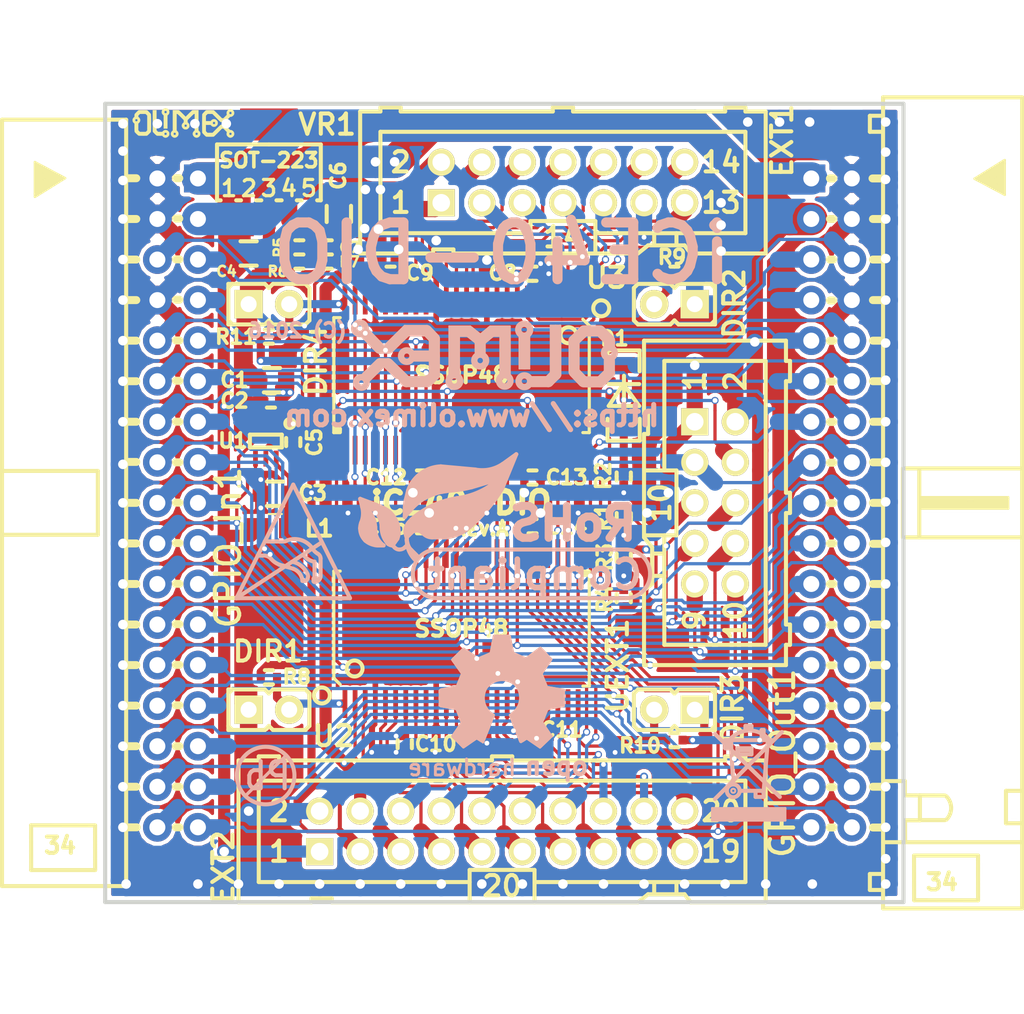
<source format=kicad_pcb>
(kicad_pcb (version 4) (host pcbnew 4.0.1-3.201512221401+6198~38~ubuntu15.10.1-stable)
  (layers (0 F.Cu signal) (31 B.Cu signal) (34 B.Paste user hide) (35 F.Paste user hide) (36 B.SilkS user hide) (37 F.SilkS user hide) (38 B.Mask user) (39 F.Mask user hide) (44 Edge.Cuts user))
  (net 0 "")
  (net 1 GND)
  (net 2 +5V)
  (net 3 +3V3)
  (net 4 /PIO3_1A)
  (net 5 /PIO3_1B)
  (net 6 /PIO3_2A)
  (net 7 /LED1)
  (net 8 /LED2)
  (net 9 /PIO3_2B)
  (net 10 /PIO2_1)
  (net 11 /PIO3_3A)
  (net 12 /PIO2_2)
  (net 13 /PIO3_3B)
  (net 14 /PIO2_3)
  (net 15 /PIO3_5A)
  (net 16 /PIO2_4)
  (net 17 /PIO3_5B)
  (net 18 /PIO2_7)
  (net 19 /PIO3_7B)
  (net 20 /PIO3_12A)
  (net 21 /PIO3_10A)
  (net 22 /PIO3_12B)
  (net 23 /PIO3_10B)
  (net 24 /PIO3_8B)
  (net 25 /PIO3_8A)
  (net 26 /PIO2_5)
  (net 27 /PIO2_6)
  (net 28 /PIO3_6B)
  (net 29 /PIO3_6A)
  (net 30 /EXTCLK)
  (net 31 /PIO2_9/RxD)
  (net 32 /PIO2_8/TxD)
  (net 33 "Net-(C3-Pad2)")
  (net 34 /Vdac)
  (net 35 VDD)
  (net 36 "Net-(C7-Pad2)")
  (net 37 "Net-(D1-Pad1)")
  (net 38 "Net-(DIR1-Pad2)")
  (net 39 "Net-(DIR2-Pad2)")
  (net 40 "Net-(DIR3-Pad2)")
  (net 41 "Net-(DIR4-Pad2)")
  (net 42 /IO22)
  (net 43 /IO21)
  (net 44 /IO23)
  (net 45 /IO20)
  (net 46 /IO16)
  (net 47 /IO27)
  (net 48 /IO17)
  (net 49 /IO26)
  (net 50 /IO18)
  (net 51 /IO25)
  (net 52 /IO19)
  (net 53 /IO24)
  (net 54 /IO08)
  (net 55 /IO07)
  (net 56 /IO05)
  (net 57 /IO10)
  (net 58 /IO06)
  (net 59 /IO09)
  (net 60 /IO11)
  (net 61 /IO04)
  (net 62 /IO12)
  (net 63 /IO03)
  (net 64 /IO00)
  (net 65 /IO15)
  (net 66 /IO01)
  (net 67 /IO14)
  (net 68 /IO02)
  (net 69 /IO13)
  (module OLIMEX_Connectors-FP:BH20S (layer F.Cu) (at 149.86 115.57)
    (fp_text reference EXT2 (at -17.46 2.23 90) (layer F.SilkS) (effects (font (size 1.27 1.27) (thickness 0.254))))
    (fp_text value BH20S)
    (fp_text user 20 (at 13.716 -1.27) (layer F.SilkS) (effects (font (size 1.27 1.27) (thickness 0.254))))
    (fp_text user 19 (at 13.716 1.27) (layer F.SilkS) (effects (font (size 1.27 1.27) (thickness 0.254))))
    (fp_text user 2 (at -13.97 -1.27) (layer F.SilkS) (effects (font (size 1.27 1.27) (thickness 0.254))))
    (fp_text user 1 (at -13.97 1.27) (layer F.SilkS) (effects (font (size 1.27 1.27) (thickness 0.254))))
    (fp_text user 20 (at 0 3.429) (layer F.SilkS) (effects (font (size 1.27 1.27) (thickness 0.254))))
    (pad 20 thru_hole circle (at 11.43 -1.27) (size 1.7 1.7) (drill 1.1) (layers *.Cu *.Mask F.SilkS) (net 54 /IO08))
    (pad 19 thru_hole circle (at 11.43 1.27) (size 1.7 1.7) (drill 1.1) (layers *.Cu *.Mask F.SilkS) (net 55 /IO07))
    (pad 15 thru_hole circle (at 6.35 1.27) (size 1.7 1.7) (drill 1.1) (layers *.Cu *.Mask F.SilkS) (net 56 /IO05))
    (pad 16 thru_hole circle (at 6.35 -1.27) (size 1.7 1.7) (drill 1.1) (layers *.Cu *.Mask F.SilkS) (net 57 /IO10))
    (pad 17 thru_hole circle (at 8.89 1.27) (size 1.7 1.7) (drill 1.1) (layers *.Cu *.Mask F.SilkS) (net 58 /IO06))
    (pad 18 thru_hole circle (at 8.89 -1.27) (size 1.7 1.7) (drill 1.1) (layers *.Cu *.Mask F.SilkS) (net 59 /IO09))
    (pad 14 thru_hole circle (at 3.81 -1.27) (size 1.7 1.7) (drill 1.1) (layers *.Cu *.Mask F.SilkS) (net 60 /IO11))
    (pad 13 thru_hole circle (at 3.81 1.27) (size 1.7 1.7) (drill 1.1) (layers *.Cu *.Mask F.SilkS) (net 61 /IO04))
    (pad 12 thru_hole circle (at 1.27 -1.27) (size 1.7 1.7) (drill 1.1) (layers *.Cu *.Mask F.SilkS) (net 62 /IO12))
    (pad 11 thru_hole circle (at 1.27 1.27) (size 1.7 1.7) (drill 1.1) (layers *.Cu *.Mask F.SilkS) (net 63 /IO03))
    (pad 1 thru_hole rect (at -11.43 1.27) (size 1.7 1.7) (drill 1.1) (layers *.Cu *.Mask F.SilkS) (net 2 +5V))
    (pad 2 thru_hole circle (at -11.43 -1.27) (size 1.7 1.7) (drill 1.1) (layers *.Cu *.Mask F.SilkS) (net 1 GND))
    (pad 3 thru_hole circle (at -8.89 1.27) (size 1.7 1.7) (drill 1.1) (layers *.Cu *.Mask F.SilkS) (net 3 +3V3))
    (pad 4 thru_hole circle (at -8.89 -1.27) (size 1.7 1.7) (drill 1.1) (layers *.Cu *.Mask F.SilkS) (net 35 VDD))
    (pad 5 thru_hole circle (at -6.35 1.27) (size 1.7 1.7) (drill 1.1) (layers *.Cu *.Mask F.SilkS) (net 64 /IO00))
    (pad 6 thru_hole circle (at -6.35 -1.27) (size 1.7 1.7) (drill 1.1) (layers *.Cu *.Mask F.SilkS) (net 65 /IO15))
    (pad 7 thru_hole circle (at -3.81 1.27) (size 1.7 1.7) (drill 1.1) (layers *.Cu *.Mask F.SilkS) (net 66 /IO01))
    (pad 8 thru_hole circle (at -3.81 -1.27) (size 1.7 1.7) (drill 1.1) (layers *.Cu *.Mask F.SilkS) (net 67 /IO14))
    (pad 9 thru_hole circle (at -1.27 1.27) (size 1.7 1.7) (drill 1.1) (layers *.Cu *.Mask F.SilkS) (net 68 /IO02))
    (pad 10 thru_hole circle (at -1.27 -1.27) (size 1.7 1.7) (drill 1.1) (layers *.Cu *.Mask F.SilkS) (net 69 /IO13))
  )
  (module OLIMEX_IC-FP:SSOP48_Pitch-0.635_16.00x10.40x2.80mm (layer F.Cu) (at 147.32 102.87)
    (fp_text reference U2 (at -8.02 6.73) (layer F.SilkS) (effects (font (size 1.27 1.27) (thickness 0.254))))
    (fp_text value "74ALVC164245DL(SSOP48)")
    (fp_text user SSOP48 (at 0 0) (layer F.SilkS) (effects (font (thickness 0.25))))
    (pad 48 smd rect (at -7.3025 -4.7) (size 0.3 1.8) (layers F.Cu F.Paste F.Mask) (net 1 GND))
    (pad 47 smd rect (at -6.6675 -4.7) (size 0.3 1.8) (layers F.Cu F.Paste F.Mask) (net 4 /PIO3_1A))
    (pad 46 smd rect (at -6.0325 -4.7) (size 0.3 1.8) (layers F.Cu F.Paste F.Mask) (net 5 /PIO3_1B))
    (pad 45 smd rect (at -5.3975 -4.7) (size 0.3 1.8) (layers F.Cu F.Paste F.Mask) (net 1 GND))
    (pad 44 smd rect (at -4.7625 -4.7) (size 0.3 1.8) (layers F.Cu F.Paste F.Mask) (net 6 /PIO3_2A))
    (pad 43 smd rect (at -4.1275 -4.7) (size 0.3 1.8) (layers F.Cu F.Paste F.Mask) (net 9 /PIO3_2B))
    (pad 42 smd rect (at -3.4925 -4.7) (size 0.3 1.8) (layers F.Cu F.Paste F.Mask) (net 3 +3V3))
    (pad 41 smd rect (at -2.8575 -4.7) (size 0.3 1.8) (layers F.Cu F.Paste F.Mask) (net 11 /PIO3_3A))
    (pad 40 smd rect (at -2.2225 -4.7) (size 0.3 1.8) (layers F.Cu F.Paste F.Mask) (net 13 /PIO3_3B))
    (pad 39 smd rect (at -1.5875 -4.7) (size 0.3 1.8) (layers F.Cu F.Paste F.Mask) (net 1 GND))
    (pad 38 smd rect (at -0.9525 -4.7) (size 0.3 1.8) (layers F.Cu F.Paste F.Mask) (net 15 /PIO3_5A))
    (pad 37 smd rect (at -0.3175 -4.7) (size 0.3 1.8) (layers F.Cu F.Paste F.Mask) (net 17 /PIO3_5B))
    (pad 36 smd rect (at 0.3175 -4.7) (size 0.3 1.8) (layers F.Cu F.Paste F.Mask) (net 29 /PIO3_6A))
    (pad 35 smd rect (at 0.9525 -4.7) (size 0.3 1.8) (layers F.Cu F.Paste F.Mask) (net 28 /PIO3_6B))
    (pad 34 smd rect (at 1.5875 -4.7) (size 0.3 1.8) (layers F.Cu F.Paste F.Mask) (net 1 GND))
    (pad 33 smd rect (at 2.2225 -4.7) (size 0.3 1.8) (layers F.Cu F.Paste F.Mask) (net 19 /PIO3_7B))
    (pad 32 smd rect (at 2.8575 -4.7) (size 0.3 1.8) (layers F.Cu F.Paste F.Mask) (net 25 /PIO3_8A))
    (pad 31 smd rect (at 3.4925 -4.7) (size 0.3 1.8) (layers F.Cu F.Paste F.Mask) (net 3 +3V3))
    (pad 30 smd rect (at 4.1275 -4.7) (size 0.3 1.8) (layers F.Cu F.Paste F.Mask) (net 24 /PIO3_8B))
    (pad 29 smd rect (at 4.7625 -4.7) (size 0.3 1.8) (layers F.Cu F.Paste F.Mask) (net 21 /PIO3_10A))
    (pad 28 smd rect (at 5.3975 -4.7) (size 0.3 1.8) (layers F.Cu F.Paste F.Mask) (net 1 GND))
    (pad 27 smd rect (at 6.0325 -4.7) (size 0.3 1.8) (layers F.Cu F.Paste F.Mask) (net 23 /PIO3_10B))
    (pad 26 smd rect (at 6.6675 -4.7) (size 0.3 1.8) (layers F.Cu F.Paste F.Mask) (net 20 /PIO3_12A))
    (pad 25 smd rect (at 7.3025 -4.7) (size 0.3 1.8) (layers F.Cu F.Paste F.Mask) (net 1 GND))
    (pad 24 smd rect (at 7.3025 4.7) (size 0.3 1.8) (layers F.Cu F.Paste F.Mask) (net 40 "Net-(DIR3-Pad2)"))
    (pad 23 smd rect (at 6.6675 4.7) (size 0.3 1.8) (layers F.Cu F.Paste F.Mask) (net 65 /IO15))
    (pad 22 smd rect (at 6.0325 4.7) (size 0.3 1.8) (layers F.Cu F.Paste F.Mask) (net 67 /IO14))
    (pad 21 smd rect (at 5.3975 4.7) (size 0.3 1.8) (layers F.Cu F.Paste F.Mask) (net 1 GND))
    (pad 20 smd rect (at 4.7625 4.7) (size 0.3 1.8) (layers F.Cu F.Paste F.Mask) (net 69 /IO13))
    (pad 19 smd rect (at 4.1275 4.7) (size 0.3 1.8) (layers F.Cu F.Paste F.Mask) (net 62 /IO12))
    (pad 18 smd rect (at 3.4925 4.7) (size 0.3 1.8) (layers F.Cu F.Paste F.Mask) (net 35 VDD))
    (pad 17 smd rect (at 2.8575 4.7) (size 0.3 1.8) (layers F.Cu F.Paste F.Mask) (net 60 /IO11))
    (pad 16 smd rect (at 2.2225 4.7) (size 0.3 1.8) (layers F.Cu F.Paste F.Mask) (net 57 /IO10))
    (pad 15 smd rect (at 1.5875 4.7) (size 0.3 1.8) (layers F.Cu F.Paste F.Mask) (net 1 GND))
    (pad 14 smd rect (at 0.9525 4.7) (size 0.3 1.8) (layers F.Cu F.Paste F.Mask) (net 59 /IO09))
    (pad 13 smd rect (at 0.3175 4.7) (size 0.3 1.8) (layers F.Cu F.Paste F.Mask) (net 54 /IO08))
    (pad 12 smd rect (at -0.3175 4.7) (size 0.3 1.8) (layers F.Cu F.Paste F.Mask) (net 55 /IO07))
    (pad 11 smd rect (at -0.9525 4.7) (size 0.3 1.8) (layers F.Cu F.Paste F.Mask) (net 58 /IO06))
    (pad 10 smd rect (at -1.5875 4.7) (size 0.3 1.8) (layers F.Cu F.Paste F.Mask) (net 1 GND))
    (pad 9 smd rect (at -2.2225 4.7) (size 0.3 1.8) (layers F.Cu F.Paste F.Mask) (net 56 /IO05))
    (pad 8 smd rect (at -2.8575 4.7) (size 0.3 1.8) (layers F.Cu F.Paste F.Mask) (net 61 /IO04))
    (pad 7 smd rect (at -3.4925 4.7) (size 0.3 1.8) (layers F.Cu F.Paste F.Mask) (net 35 VDD))
    (pad 6 smd rect (at -4.1275 4.7) (size 0.3 1.8) (layers F.Cu F.Paste F.Mask) (net 63 /IO03))
    (pad 5 smd rect (at -4.7625 4.7) (size 0.3 1.8) (layers F.Cu F.Paste F.Mask) (net 68 /IO02))
    (pad 4 smd rect (at -5.3975 4.7) (size 0.3 1.8) (layers F.Cu F.Paste F.Mask) (net 1 GND))
    (pad 3 smd rect (at -6.0325 4.7) (size 0.3 1.8) (layers F.Cu F.Paste F.Mask) (net 66 /IO01))
    (pad 2 smd rect (at -6.6675 4.7) (size 0.3 1.8) (layers F.Cu F.Paste F.Mask) (net 64 /IO00))
    (pad 1 smd rect (at -7.3025 4.7) (size 0.3 1.8) (layers F.Cu F.Paste F.Mask) (net 38 "Net-(DIR1-Pad2)"))
  )
  (module OLIMEX_RLC-FP:C_0603_5MIL_DWS (layer F.Cu) (at 135.4455 87.3125)
    (fp_text reference C1 (at -2.3455 -0.0125) (layer F.SilkS) (effects (font (size 0.889 0.889) (thickness 0.22225))))
    (fp_text value 22uF/6.3V/0603)
    (pad 1 smd rect (at -0.889 0) (size 1.016 1.016) (layers F.Cu F.Paste F.Mask) (net 1 GND) (clearance 0.0508))
    (pad 2 smd rect (at 0.889 0) (size 1.016 1.016) (layers F.Cu F.Paste F.Mask) (net 2 +5V) (clearance 0.0508))
  )
  (module OLIMEX_RLC-FP:C_0402_5MIL_DWS (layer F.Cu) (at 144.78 93.4085 180)
    (fp_text reference C12 (at 2.18 0.0085 180) (layer F.SilkS) (effects (font (size 0.889 0.889) (thickness 0.22225))))
    (fp_text value 100nF)
    (pad 1 smd rect (at -0.508 0) (size 0.5 0.55) (layers F.Cu F.Paste F.Mask) (net 1 GND))
    (pad 2 smd rect (at 0.508 0 180) (size 0.5 0.55) (layers F.Cu F.Paste F.Mask) (net 3 +3V3))
  )
  (module OLIMEX_RLC-FP:C_0402_5MIL_DWS (layer F.Cu) (at 151.765 93.4085 180)
    (fp_text reference C13 (at -2.135 0.0085 180) (layer F.SilkS) (effects (font (size 0.889 0.889) (thickness 0.22225))))
    (fp_text value 100nF)
    (pad 1 smd rect (at -0.508 0) (size 0.5 0.55) (layers F.Cu F.Paste F.Mask) (net 1 GND))
    (pad 2 smd rect (at 0.508 0 180) (size 0.5 0.55) (layers F.Cu F.Paste F.Mask) (net 3 +3V3))
  )
  (module OLIMEX_RLC-FP:C_0402_5MIL_DWS (layer F.Cu) (at 144.78 96.4565 180)
    (fp_text reference C15 (at 2.18 -0.0435 180) (layer F.SilkS) (effects (font (size 0.889 0.889) (thickness 0.22225))))
    (fp_text value 100nF)
    (pad 1 smd rect (at -0.508 0) (size 0.5 0.55) (layers F.Cu F.Paste F.Mask) (net 1 GND))
    (pad 2 smd rect (at 0.508 0 180) (size 0.5 0.55) (layers F.Cu F.Paste F.Mask) (net 3 +3V3))
  )
  (module OLIMEX_RLC-FP:R_0402_5MIL_DWS (layer F.Cu) (at 157.48 95.885 90)
    (fp_text reference R1 (at -0.015 -1.28 90) (layer F.SilkS) (effects (font (size 0.889 0.889) (thickness 0.22225))))
    (fp_text value 2.2k)
    (pad 1 smd rect (at -0.508 0 270) (size 0.5 0.55) (layers F.Cu F.Paste F.Mask) (net 3 +3V3))
    (pad 2 smd rect (at 0.508 0 90) (size 0.5 0.55) (layers F.Cu F.Paste F.Mask) (net 18 /PIO2_7))
  )
  (module OLIMEX_RLC-FP:R_0402_5MIL_DWS (layer F.Cu) (at 157.48 93.345 90)
    (fp_text reference R2 (at 0.045 -1.28 270) (layer F.SilkS) (effects (font (size 0.889 0.889) (thickness 0.22225))))
    (fp_text value 10k)
    (pad 1 smd rect (at -0.508 0 270) (size 0.5 0.55) (layers F.Cu F.Paste F.Mask) (net 3 +3V3))
    (pad 2 smd rect (at 0.508 0 90) (size 0.5 0.55) (layers F.Cu F.Paste F.Mask) (net 31 /PIO2_9/RxD))
  )
  (module OLIMEX_RLC-FP:R_0402_5MIL_DWS (layer F.Cu) (at 157.48 98.425 90)
    (fp_text reference R3 (at 0.025 -1.18 90) (layer F.SilkS) (effects (font (size 0.889 0.889) (thickness 0.22225))))
    (fp_text value 2.2k)
    (pad 1 smd rect (at -0.508 0 270) (size 0.5 0.55) (layers F.Cu F.Paste F.Mask) (net 3 +3V3))
    (pad 2 smd rect (at 0.508 0 90) (size 0.5 0.55) (layers F.Cu F.Paste F.Mask) (net 27 /PIO2_6))
  )
  (module OLIMEX_RLC-FP:R_0402_5MIL_DWS (layer F.Cu) (at 157.48 100.965 90)
    (fp_text reference R4 (at -0.035 -1.18 90) (layer F.SilkS) (effects (font (size 0.889 0.889) (thickness 0.22225))))
    (fp_text value 10k)
    (pad 1 smd rect (at -0.508 0 270) (size 0.5 0.55) (layers F.Cu F.Paste F.Mask) (net 3 +3V3))
    (pad 2 smd rect (at 0.508 0 90) (size 0.5 0.55) (layers F.Cu F.Paste F.Mask) (net 12 /PIO2_2))
  )
  (module OLIMEX_RLC-FP:R_0402_5MIL_DWS (layer F.Cu) (at 137.16 78.994)
    (fp_text reference R5 (at -1.26 0.006 90) (layer F.SilkS) (effects (font (size 0.635 0.635) (thickness 0.15875))))
    (fp_text value 100k/1%)
    (pad 1 smd rect (at -0.508 0 180) (size 0.5 0.55) (layers F.Cu F.Paste F.Mask) (net 35 VDD))
    (pad 2 smd rect (at 0.508 0) (size 0.5 0.55) (layers F.Cu F.Paste F.Mask) (net 36 "Net-(C7-Pad2)"))
  )
  (module OLIMEX_RLC-FP:R_0402_5MIL_DWS (layer F.Cu) (at 137.16 79.883)
    (fp_text reference R6 (at -1.36 0.617) (layer F.SilkS) (effects (font (size 0.635 0.635) (thickness 0.15875))))
    (fp_text value 10k/1%)
    (pad 1 smd rect (at -0.508 0 180) (size 0.5 0.55) (layers F.Cu F.Paste F.Mask) (net 1 GND))
    (pad 2 smd rect (at 0.508 0) (size 0.5 0.55) (layers F.Cu F.Paste F.Mask) (net 36 "Net-(C7-Pad2)"))
  )
  (module OLIMEX_RLC-FP:R_0402_5MIL_DWS (layer F.Cu) (at 138.938 79.883)
    (fp_text reference R7 (at 1.362 0.017) (layer F.SilkS) (effects (font (size 0.635 0.635) (thickness 0.15875))))
    (fp_text value 100k/1%)
    (pad 1 smd rect (at -0.508 0 180) (size 0.5 0.55) (layers F.Cu F.Paste F.Mask) (net 36 "Net-(C7-Pad2)"))
    (pad 2 smd rect (at 0.508 0) (size 0.5 0.55) (layers F.Cu F.Paste F.Mask) (net 34 /Vdac))
  )
  (module OLIMEX_RLC-FP:R_0402_5MIL_DWS (layer F.Cu) (at 135.255 105.918)
    (fp_text reference R8 (at 1.745 -0.018) (layer F.SilkS) (effects (font (size 0.889 0.889) (thickness 0.22225))))
    (fp_text value 10k)
    (pad 1 smd rect (at -0.508 0 180) (size 0.5 0.55) (layers F.Cu F.Paste F.Mask) (net 3 +3V3))
    (pad 2 smd rect (at 0.508 0) (size 0.5 0.55) (layers F.Cu F.Paste F.Mask) (net 38 "Net-(DIR1-Pad2)"))
  )
  (module OLIMEX_RLC-FP:R_0402_5MIL_DWS (layer F.Cu) (at 160.655 80.645 180)
    (fp_text reference R9 (at 0.155 1.045 180) (layer F.SilkS) (effects (font (size 0.889 0.889) (thickness 0.22225))))
    (fp_text value 10k)
    (pad 1 smd rect (at -0.508 0) (size 0.5 0.55) (layers F.Cu F.Paste F.Mask) (net 3 +3V3))
    (pad 2 smd rect (at 0.508 0 180) (size 0.5 0.55) (layers F.Cu F.Paste F.Mask) (net 39 "Net-(DIR2-Pad2)"))
  )
  (module OLIMEX_RLC-FP:R_0402_5MIL_DWS (layer F.Cu) (at 160.655 109.855 180)
    (fp_text reference R10 (at 2.155 -0.345 180) (layer F.SilkS) (effects (font (size 0.889 0.889) (thickness 0.22225))))
    (fp_text value 10k)
    (pad 1 smd rect (at -0.508 0) (size 0.5 0.55) (layers F.Cu F.Paste F.Mask) (net 3 +3V3))
    (pad 2 smd rect (at 0.508 0 180) (size 0.5 0.55) (layers F.Cu F.Paste F.Mask) (net 40 "Net-(DIR3-Pad2)"))
  )
  (module OLIMEX_RLC-FP:R_0402_5MIL_DWS (layer F.Cu) (at 135.255 84.582)
    (fp_text reference R11 (at -2.055 0.018) (layer F.SilkS) (effects (font (size 0.889 0.889) (thickness 0.22225))))
    (fp_text value 10k)
    (pad 1 smd rect (at -0.508 0 180) (size 0.5 0.55) (layers F.Cu F.Paste F.Mask) (net 3 +3V3))
    (pad 2 smd rect (at 0.508 0) (size 0.5 0.55) (layers F.Cu F.Paste F.Mask) (net 41 "Net-(DIR4-Pad2)"))
  )
  (module OLIMEX_RLC-FP:C_0402_5MIL_DWS (layer F.Cu) (at 135.382 88.5825)
    (fp_text reference C2 (at -2.282 0.0175) (layer F.SilkS) (effects (font (size 0.889 0.889) (thickness 0.22225))))
    (fp_text value 100nF)
    (pad 1 smd rect (at -0.508 0 180) (size 0.5 0.55) (layers F.Cu F.Paste F.Mask) (net 1 GND))
    (pad 2 smd rect (at 0.508 0) (size 0.5 0.55) (layers F.Cu F.Paste F.Mask) (net 2 +5V))
  )
  (module OLIMEX_RLC-FP:C_0603_5MIL_DWS (layer F.Cu) (at 135.636 94.4245)
    (fp_text reference C3 (at 2.364 -0.0245) (layer F.SilkS) (effects (font (size 0.889 0.889) (thickness 0.22225))))
    (fp_text value 22uF/6.3V/0603)
    (pad 1 smd rect (at -0.889 0) (size 1.016 1.016) (layers F.Cu F.Paste F.Mask) (net 1 GND) (clearance 0.0508))
    (pad 2 smd rect (at 0.889 0) (size 1.016 1.016) (layers F.Cu F.Paste F.Mask) (net 33 "Net-(C3-Pad2)") (clearance 0.0508))
  )
  (module OLIMEX_RLC-FP:C_0603_5MIL_DWS (layer F.Cu) (at 133.985 79.375 180)
    (fp_text reference C4 (at 1.385 -1.125 180) (layer F.SilkS) (effects (font (size 0.635 0.635) (thickness 0.15875))))
    (fp_text value 22uF/6.3V/0603)
    (pad 1 smd rect (at -0.889 0 180) (size 1.016 1.016) (layers F.Cu F.Paste F.Mask) (net 1 GND) (clearance 0.0508))
    (pad 2 smd rect (at 0.889 0 180) (size 1.016 1.016) (layers F.Cu F.Paste F.Mask) (net 2 +5V) (clearance 0.0508))
  )
  (module OLIMEX_RLC-FP:C_0402_5MIL_DWS (layer F.Cu) (at 136.779 91.186 270)
    (fp_text reference C5 (at 0.014 -1.321 270) (layer F.SilkS) (effects (font (size 0.889 0.889) (thickness 0.22225))))
    (fp_text value 100nF)
    (pad 1 smd rect (at -0.508 0 90) (size 0.5 0.55) (layers F.Cu F.Paste F.Mask) (net 1 GND))
    (pad 2 smd rect (at 0.508 0 270) (size 0.5 0.55) (layers F.Cu F.Paste F.Mask) (net 34 /Vdac))
  )
  (module OLIMEX_RLC-FP:C_0402_5MIL_DWS (layer F.Cu) (at 138.938 78.994 180)
    (fp_text reference C7 (at -1.362 -0.006 180) (layer F.SilkS) (effects (font (size 0.635 0.635) (thickness 0.15875))))
    (fp_text value "NA(100nF)")
    (pad 1 smd rect (at -0.508 0) (size 0.5 0.55) (layers F.Cu F.Paste F.Mask) (net 1 GND))
    (pad 2 smd rect (at 0.508 0 180) (size 0.5 0.55) (layers F.Cu F.Paste F.Mask) (net 36 "Net-(C7-Pad2)"))
  )
  (module OLIMEX_RLC-FP:C_0402_5MIL_DWS (layer F.Cu) (at 143.764 110.109 90)
    (fp_text reference C10 (at 0.009 1.936 180) (layer F.SilkS) (effects (font (size 0.889 0.889) (thickness 0.22225))))
    (fp_text value 100nF)
    (pad 1 smd rect (at -0.508 0 270) (size 0.5 0.55) (layers F.Cu F.Paste F.Mask) (net 1 GND))
    (pad 2 smd rect (at 0.508 0 90) (size 0.5 0.55) (layers F.Cu F.Paste F.Mask) (net 35 VDD))
  )
  (module OLIMEX_Connectors-FP:IDC34R_PCB (layer F.Cu) (at 129.54 94.996 90)
    (fp_text reference GPIO_In1 (at -2.804 3.16 90) (layer F.SilkS) (effects (font (thickness 0.254))))
    (fp_text value IDC34R)
    (fp_text user 34 (at -21.463 -7.366 180) (layer F.SilkS) (effects (font (size 1.016 1.016) (thickness 0.254))))
    (pad 1 thru_hole rect (at 20.32 1.27 270) (size 1.75 1.75) (drill 1) (layers *.Cu *.Mask) (net 2 +5V))
    (pad 2 thru_hole circle (at 20.32 -1.27 270) (size 1.8 1.8) (drill 1) (layers *.Cu *.Mask) (net 1 GND))
    (pad 3 thru_hole circle (at 17.78 1.27 270) (size 1.8 1.8) (drill 1) (layers *.Cu *.Mask) (net 3 +3V3))
    (pad 4 thru_hole circle (at 17.78 -1.27 270) (size 1.8 1.8) (drill 1) (layers *.Cu *.Mask) (net 1 GND))
    (pad 5 thru_hole circle (at 15.24 1.27 270) (size 1.8 1.8) (drill 1) (layers *.Cu *.Mask) (net 4 /PIO3_1A))
    (pad 6 thru_hole circle (at 15.24 -1.27 270) (size 1.8 1.8) (drill 1) (layers *.Cu *.Mask) (net 30 /EXTCLK))
    (pad 7 thru_hole circle (at 12.7 1.27 270) (size 1.8 1.8) (drill 1) (layers *.Cu *.Mask) (net 5 /PIO3_1B))
    (pad 8 thru_hole circle (at 12.7 -1.27 270) (size 1.8 1.8) (drill 1) (layers *.Cu *.Mask) (net 1 GND))
    (pad 9 thru_hole circle (at 10.16 1.27 270) (size 1.8 1.8) (drill 1) (layers *.Cu *.Mask) (net 6 /PIO3_2A))
    (pad 10 thru_hole circle (at 10.16 -1.27 270) (size 1.8 1.8) (drill 1) (layers *.Cu *.Mask) (net 7 /LED1))
    (pad 12 thru_hole circle (at 7.62 -1.27 270) (size 1.8 1.8) (drill 1) (layers *.Cu *.Mask) (net 8 /LED2))
    (pad 11 thru_hole circle (at 7.62 1.27 270) (size 1.8 1.8) (drill 1) (layers *.Cu *.Mask) (net 9 /PIO3_2B))
    (pad 14 thru_hole circle (at 5.08 -1.27 270) (size 1.8 1.8) (drill 1) (layers *.Cu *.Mask) (net 31 /PIO2_9/RxD))
    (pad 13 thru_hole circle (at 5.08 1.27 270) (size 1.8 1.8) (drill 1) (layers *.Cu *.Mask) (net 11 /PIO3_3A))
    (pad 16 thru_hole circle (at 2.54 -1.27 270) (size 1.8 1.8) (drill 1) (layers *.Cu *.Mask) (net 32 /PIO2_8/TxD))
    (pad 15 thru_hole circle (at 2.54 1.27 270) (size 1.8 1.8) (drill 1) (layers *.Cu *.Mask) (net 13 /PIO3_3B))
    (pad 18 thru_hole circle (at 0 -1.27 270) (size 1.8 1.8) (drill 1) (layers *.Cu *.Mask) (net 18 /PIO2_7))
    (pad 17 thru_hole circle (at 0 1.27 270) (size 1.8 1.8) (drill 1) (layers *.Cu *.Mask) (net 15 /PIO3_5A))
    (pad 20 thru_hole circle (at -2.54 -1.27 270) (size 1.8 1.8) (drill 1) (layers *.Cu *.Mask) (net 27 /PIO2_6))
    (pad 19 thru_hole circle (at -2.54 1.27 270) (size 1.8 1.8) (drill 1) (layers *.Cu *.Mask) (net 17 /PIO3_5B))
    (pad 26 thru_hole circle (at -10.16 -1.27 270) (size 1.8 1.8) (drill 1) (layers *.Cu *.Mask) (net 14 /PIO2_3))
    (pad 25 thru_hole circle (at -10.16 1.27 270) (size 1.8 1.8) (drill 1) (layers *.Cu *.Mask) (net 19 /PIO3_7B))
    (pad 34 thru_hole circle (at -20.32 -1.27 270) (size 1.8 1.8) (drill 1) (layers *.Cu *.Mask) (net 20 /PIO3_12A))
    (pad 31 thru_hole circle (at -17.78 1.27 270) (size 1.8 1.8) (drill 1) (layers *.Cu *.Mask) (net 21 /PIO3_10A))
    (pad 32 thru_hole circle (at -17.78 -1.27 270) (size 1.8 1.8) (drill 1) (layers *.Cu *.Mask) (net 22 /PIO3_12B))
    (pad 33 thru_hole circle (at -20.32 1.27 270) (size 1.8 1.8) (drill 1) (layers *.Cu *.Mask) (net 23 /PIO3_10B))
    (pad 29 thru_hole circle (at -15.24 1.27 270) (size 1.8 1.8) (drill 1) (layers *.Cu *.Mask) (net 24 /PIO3_8B))
    (pad 28 thru_hole circle (at -12.7 -1.27 270) (size 1.8 1.8) (drill 1) (layers *.Cu *.Mask) (net 12 /PIO2_2))
    (pad 30 thru_hole circle (at -15.24 -1.27 270) (size 1.8 1.8) (drill 1) (layers *.Cu *.Mask) (net 10 /PIO2_1))
    (pad 27 thru_hole circle (at -12.7 1.27 270) (size 1.8 1.8) (drill 1) (layers *.Cu *.Mask) (net 25 /PIO3_8A))
    (pad 22 thru_hole circle (at -5.08 -1.27 270) (size 1.8 1.8) (drill 1) (layers *.Cu *.Mask) (net 26 /PIO2_5))
    (pad 24 thru_hole circle (at -7.62 -1.27 270) (size 1.8 1.8) (drill 1) (layers *.Cu *.Mask) (net 16 /PIO2_4))
    (pad 23 thru_hole circle (at -7.62 1.27 270) (size 1.8 1.8) (drill 1) (layers *.Cu *.Mask) (net 28 /PIO3_6B))
    (pad 21 thru_hole circle (at -5.08 1.27 270) (size 1.8 1.8) (drill 1) (layers *.Cu *.Mask) (net 29 /PIO3_6A))
  )
  (module OLIMEX_Connectors-FP:BH34R (layer F.Cu) (at 170.495 94.996 270)
    (fp_text reference GPIO_Out1 (at 16.304 3.095 270) (layer F.SilkS) (effects (font (thickness 0.254))))
    (fp_text value BH34R)
    (fp_text user 34 (at 23.749 -6.9088 360) (layer F.SilkS) (effects (font (size 1.016 1.016) (thickness 0.254))))
    (pad 1 thru_hole rect (at -20.32 1.27 270) (size 1.75 1.75) (drill 1) (layers *.Cu *.Mask) (net 2 +5V))
    (pad 2 thru_hole circle (at -20.32 -1.27 270) (size 1.8 1.8) (drill 1) (layers *.Cu *.Mask) (net 1 GND))
    (pad 3 thru_hole circle (at -17.78 1.27 270) (size 1.8 1.8) (drill 1) (layers *.Cu *.Mask) (net 3 +3V3))
    (pad 4 thru_hole circle (at -17.78 -1.27 270) (size 1.8 1.8) (drill 1) (layers *.Cu *.Mask) (net 1 GND))
    (pad 5 thru_hole circle (at -15.24 1.27 270) (size 1.8 1.8) (drill 1) (layers *.Cu *.Mask) (net 4 /PIO3_1A))
    (pad 6 thru_hole circle (at -15.24 -1.27 270) (size 1.8 1.8) (drill 1) (layers *.Cu *.Mask) (net 30 /EXTCLK))
    (pad 7 thru_hole circle (at -12.7 1.27 270) (size 1.8 1.8) (drill 1) (layers *.Cu *.Mask) (net 5 /PIO3_1B))
    (pad 8 thru_hole circle (at -12.7 -1.27 270) (size 1.8 1.8) (drill 1) (layers *.Cu *.Mask) (net 1 GND))
    (pad 9 thru_hole circle (at -10.16 1.27 270) (size 1.8 1.8) (drill 1) (layers *.Cu *.Mask) (net 6 /PIO3_2A))
    (pad 10 thru_hole circle (at -10.16 -1.27 270) (size 1.8 1.8) (drill 1) (layers *.Cu *.Mask) (net 7 /LED1))
    (pad 12 thru_hole circle (at -7.62 -1.27 270) (size 1.8 1.8) (drill 1) (layers *.Cu *.Mask) (net 8 /LED2))
    (pad 11 thru_hole circle (at -7.62 1.27 270) (size 1.8 1.8) (drill 1) (layers *.Cu *.Mask) (net 9 /PIO3_2B))
    (pad 14 thru_hole circle (at -5.08 -1.27 270) (size 1.8 1.8) (drill 1) (layers *.Cu *.Mask) (net 31 /PIO2_9/RxD))
    (pad 13 thru_hole circle (at -5.08 1.27 270) (size 1.8 1.8) (drill 1) (layers *.Cu *.Mask) (net 11 /PIO3_3A))
    (pad 16 thru_hole circle (at -2.54 -1.27 270) (size 1.8 1.8) (drill 1) (layers *.Cu *.Mask) (net 32 /PIO2_8/TxD))
    (pad 15 thru_hole circle (at -2.54 1.27 270) (size 1.8 1.8) (drill 1) (layers *.Cu *.Mask) (net 13 /PIO3_3B))
    (pad 18 thru_hole circle (at 0 -1.27 270) (size 1.8 1.8) (drill 1) (layers *.Cu *.Mask) (net 18 /PIO2_7))
    (pad 17 thru_hole circle (at 0 1.27 270) (size 1.8 1.8) (drill 1) (layers *.Cu *.Mask) (net 15 /PIO3_5A))
    (pad 20 thru_hole circle (at 2.54 -1.27 270) (size 1.8 1.8) (drill 1) (layers *.Cu *.Mask) (net 27 /PIO2_6))
    (pad 19 thru_hole circle (at 2.54 1.27 270) (size 1.8 1.8) (drill 1) (layers *.Cu *.Mask) (net 17 /PIO3_5B))
    (pad 26 thru_hole circle (at 10.16 -1.27 270) (size 1.8 1.8) (drill 1) (layers *.Cu *.Mask) (net 14 /PIO2_3))
    (pad 25 thru_hole circle (at 10.16 1.27 270) (size 1.8 1.8) (drill 1) (layers *.Cu *.Mask) (net 19 /PIO3_7B))
    (pad 34 thru_hole circle (at 20.32 -1.27 270) (size 1.8 1.8) (drill 1) (layers *.Cu *.Mask) (net 20 /PIO3_12A))
    (pad 31 thru_hole circle (at 17.78 1.27 270) (size 1.8 1.8) (drill 1) (layers *.Cu *.Mask) (net 21 /PIO3_10A))
    (pad 32 thru_hole circle (at 17.78 -1.27 270) (size 1.8 1.8) (drill 1) (layers *.Cu *.Mask) (net 22 /PIO3_12B))
    (pad 33 thru_hole circle (at 20.32 1.27 270) (size 1.8 1.8) (drill 1) (layers *.Cu *.Mask) (net 23 /PIO3_10B))
    (pad 29 thru_hole circle (at 15.24 1.27 270) (size 1.8 1.8) (drill 1) (layers *.Cu *.Mask) (net 24 /PIO3_8B))
    (pad 28 thru_hole circle (at 12.7 -1.27 270) (size 1.8 1.8) (drill 1) (layers *.Cu *.Mask) (net 12 /PIO2_2))
    (pad 30 thru_hole circle (at 15.24 -1.27 270) (size 1.8 1.8) (drill 1) (layers *.Cu *.Mask) (net 10 /PIO2_1))
    (pad 27 thru_hole circle (at 12.7 1.27 270) (size 1.8 1.8) (drill 1) (layers *.Cu *.Mask) (net 25 /PIO3_8A))
    (pad 22 thru_hole circle (at 5.08 -1.27 270) (size 1.8 1.8) (drill 1) (layers *.Cu *.Mask) (net 26 /PIO2_5))
    (pad 24 thru_hole circle (at 7.62 -1.27 270) (size 1.8 1.8) (drill 1) (layers *.Cu *.Mask) (net 16 /PIO2_4))
    (pad 23 thru_hole circle (at 7.62 1.27 270) (size 1.8 1.8) (drill 1) (layers *.Cu *.Mask) (net 28 /PIO3_6B))
    (pad 21 thru_hole circle (at 5.08 1.27 270) (size 1.8 1.8) (drill 1) (layers *.Cu *.Mask) (net 29 /PIO3_6A))
  )
  (module OLIMEX_RLC-FP:L_0805_5MIL_DWS (layer F.Cu) (at 135.636 96.5835 180)
    (fp_text reference L1 (at -2.764 -0.0165 180) (layer F.SilkS) (effects (font (thickness 0.25))))
    (fp_text value FB0805/600R/2A)
    (pad 2 smd rect (at 1.016 0 180) (size 1.524 1.27) (layers F.Cu F.Paste F.Mask) (net 2 +5V) (clearance 0.0508))
    (pad 1 smd rect (at -1.016 0 180) (size 1.524 1.27) (layers F.Cu F.Paste F.Mask) (net 33 "Net-(C3-Pad2)") (clearance 0.0508))
  )
  (module OLIMEX_Other-FP:Fiducial1x3 (layer F.Cu) (at 171.45 118.11)
    (fp_text reference "" (at 0 3) (layer F.SilkS))
    (fp_text value "")
    (pad Fid1 connect circle (at 0 0) (size 1 1) (layers F.Cu F.Mask) (clearance 1.016))
  )
  (module OLIMEX_RLC-FP:C_0603_5MIL_DWS (layer F.Cu) (at 139.6365 76.8985 90)
    (fp_text reference C6 (at 2.3985 -0.0365 90) (layer F.SilkS) (effects (font (size 0.889 0.889) (thickness 0.22225))))
    (fp_text value 22uF/6.3V/0603)
    (pad 1 smd rect (at -0.889 0 90) (size 1.016 1.016) (layers F.Cu F.Paste F.Mask) (net 1 GND) (clearance 0.0508))
    (pad 2 smd rect (at 0.889 0 90) (size 1.016 1.016) (layers F.Cu F.Paste F.Mask) (net 35 VDD) (clearance 0.0508))
  )
  (module OLIMEX_RLC-FP:C_0402_5MIL_DWS (layer F.Cu) (at 151.765 80.645 180)
    (fp_text reference C8 (at 1.865 0.045 180) (layer F.SilkS) (effects (font (size 0.889 0.889) (thickness 0.22225))))
    (fp_text value 100nF)
    (pad 1 smd rect (at -0.508 0) (size 0.5 0.55) (layers F.Cu F.Paste F.Mask) (net 1 GND))
    (pad 2 smd rect (at 0.508 0 180) (size 0.5 0.55) (layers F.Cu F.Paste F.Mask) (net 35 VDD))
  )
  (module OLIMEX_RLC-FP:C_0402_5MIL_DWS (layer F.Cu) (at 142.875 80.645)
    (fp_text reference C9 (at 1.825 -0.045) (layer F.SilkS) (effects (font (size 0.889 0.889) (thickness 0.22225))))
    (fp_text value 100nF)
    (pad 1 smd rect (at -0.508 0 180) (size 0.5 0.55) (layers F.Cu F.Paste F.Mask) (net 1 GND))
    (pad 2 smd rect (at 0.508 0) (size 0.5 0.55) (layers F.Cu F.Paste F.Mask) (net 35 VDD))
  )
  (module OLIMEX_RLC-FP:C_0402_5MIL_DWS (layer F.Cu) (at 151.511 109.22 180)
    (fp_text reference C11 (at -2.089 0.02 180) (layer F.SilkS) (effects (font (size 0.889 0.889) (thickness 0.22225))))
    (fp_text value 100nF)
    (pad 1 smd rect (at -0.508 0) (size 0.5 0.55) (layers F.Cu F.Paste F.Mask) (net 1 GND))
    (pad 2 smd rect (at 0.508 0 180) (size 0.5 0.55) (layers F.Cu F.Paste F.Mask) (net 35 VDD))
  )
  (module OLIMEX_RLC-FP:C_0402_5MIL_DWS (layer F.Cu) (at 151.765 96.4565 180)
    (fp_text reference C14 (at -2.135 -0.0435 180) (layer F.SilkS) (effects (font (size 0.889 0.889) (thickness 0.22225))))
    (fp_text value 100nF)
    (pad 1 smd rect (at -0.508 0) (size 0.5 0.55) (layers F.Cu F.Paste F.Mask) (net 1 GND))
    (pad 2 smd rect (at 0.508 0 180) (size 0.5 0.55) (layers F.Cu F.Paste F.Mask) (net 3 +3V3))
  )
  (module OLIMEX_Diodes-FP:SOD-123_1C-2A_KA (layer F.Cu) (at 157.48 88.265 270)
    (fp_text reference D1 (at -3.565 0.58 360) (layer F.SilkS) (effects (font (size 0.889 0.889) (thickness 0.22225))))
    (fp_text value "1N5819(S4SOD-123)")
    (pad 1 smd rect (at -1.9 0 270) (size 1 1.4) (layers F.Cu F.Paste F.Mask) (net 37 "Net-(D1-Pad1)") (clearance 0.0508))
    (pad 2 smd rect (at 1.9 0 270) (size 1 1.4) (layers F.Cu F.Paste F.Mask) (net 31 /PIO2_9/RxD) (clearance 0.0508))
  )
  (module OLIMEX_Connectors-FP:HN1x2 (layer F.Cu) (at 135.255 107.95)
    (fp_text reference DIR1 (at -0.055 -3.65) (layer F.SilkS) (effects (font (size 1.27 1.27) (thickness 0.254))))
    (fp_text value "HN1x2(Opened)")
    (pad 1 thru_hole rect (at -1.27 0) (size 1.778 1.778) (drill 1) (layers *.Cu *.Mask B.Adhes F.SilkS) (net 1 GND))
    (pad 2 thru_hole circle (at 1.27 0) (size 1.778 1.778) (drill 1) (layers *.Cu *.Mask B.Adhes F.SilkS) (net 38 "Net-(DIR1-Pad2)"))
  )
  (module OLIMEX_Connectors-FP:HN1x2 (layer F.Cu) (at 160.655 82.55 180)
    (fp_text reference DIR2 (at -3.745 0.05 270) (layer F.SilkS) (effects (font (size 1.27 1.27) (thickness 0.254))))
    (fp_text value "HN1x2(Opened)")
    (pad 1 thru_hole rect (at -1.27 0 180) (size 1.778 1.778) (drill 1) (layers *.Cu *.Mask B.Adhes F.SilkS) (net 1 GND))
    (pad 2 thru_hole circle (at 1.27 0 180) (size 1.778 1.778) (drill 1) (layers *.Cu *.Mask B.Adhes F.SilkS) (net 39 "Net-(DIR2-Pad2)"))
  )
  (module OLIMEX_Connectors-FP:HN1x2 (layer F.Cu) (at 160.655 107.95 180)
    (fp_text reference DIR3 (at -3.645 0.05 270) (layer F.SilkS) (effects (font (size 1.27 1.27) (thickness 0.254))))
    (fp_text value "HN1x2(Opened)")
    (pad 1 thru_hole rect (at -1.27 0 180) (size 1.778 1.778) (drill 1) (layers *.Cu *.Mask B.Adhes F.SilkS) (net 1 GND))
    (pad 2 thru_hole circle (at 1.27 0 180) (size 1.778 1.778) (drill 1) (layers *.Cu *.Mask B.Adhes F.SilkS) (net 40 "Net-(DIR3-Pad2)"))
  )
  (module OLIMEX_Connectors-FP:HN1x2 (layer F.Cu) (at 135.255 82.55)
    (fp_text reference DIR4 (at 2.945 3.55 90) (layer F.SilkS) (effects (font (size 1.27 1.27) (thickness 0.254))))
    (fp_text value "HN1x2(Opened)")
    (pad 1 thru_hole rect (at -1.27 0) (size 1.778 1.778) (drill 1) (layers *.Cu *.Mask B.Adhes F.SilkS) (net 1 GND))
    (pad 2 thru_hole circle (at 1.27 0) (size 1.778 1.778) (drill 1) (layers *.Cu *.Mask B.Adhes F.SilkS) (net 41 "Net-(DIR4-Pad2)"))
  )
  (module OLIMEX_Connectors-FP:BH14S (layer F.Cu) (at 153.67 74.93)
    (fp_text reference EXT1 (at 13.73 -2.63 90) (layer F.SilkS) (effects (font (size 1.27 1.27) (thickness 0.254))))
    (fp_text value BH14S)
    (fp_text user 13 (at 9.906 1.27) (layer F.SilkS) (effects (font (size 1.27 1.27) (thickness 0.254))))
    (fp_text user 14 (at 9.906 -1.27) (layer F.SilkS) (effects (font (size 1.27 1.27) (thickness 0.254))))
    (fp_text user 2 (at -10.16 -1.27) (layer F.SilkS) (effects (font (size 1.27 1.27) (thickness 0.254))))
    (fp_text user 1 (at -10.16 1.27) (layer F.SilkS) (effects (font (size 1.27 1.27) (thickness 0.254))))
    (fp_text user 14 (at 0 3.429) (layer F.SilkS) (effects (font (size 1.27 1.27) (thickness 0.254))))
    (pad 14 thru_hole circle (at 7.62 -1.27) (size 1.7 1.7) (drill 1.1) (layers *.Cu *.Mask F.SilkS) (net 42 /IO22))
    (pad 13 thru_hole circle (at 7.62 1.27) (size 1.7 1.7) (drill 1.1) (layers *.Cu *.Mask F.SilkS) (net 43 /IO21))
    (pad 12 thru_hole circle (at 5.08 -1.27) (size 1.7 1.7) (drill 1.1) (layers *.Cu *.Mask F.SilkS) (net 44 /IO23))
    (pad 11 thru_hole circle (at 5.08 1.27) (size 1.7 1.7) (drill 1.1) (layers *.Cu *.Mask F.SilkS) (net 45 /IO20))
    (pad 1 thru_hole rect (at -7.62 1.27) (size 1.7 1.7) (drill 1.1) (layers *.Cu *.Mask F.SilkS) (net 35 VDD))
    (pad 2 thru_hole circle (at -7.62 -1.27) (size 1.7 1.7) (drill 1.1) (layers *.Cu *.Mask F.SilkS) (net 1 GND))
    (pad 3 thru_hole circle (at -5.08 1.27) (size 1.7 1.7) (drill 1.1) (layers *.Cu *.Mask F.SilkS) (net 46 /IO16))
    (pad 4 thru_hole circle (at -5.08 -1.27) (size 1.7 1.7) (drill 1.1) (layers *.Cu *.Mask F.SilkS) (net 47 /IO27))
    (pad 5 thru_hole circle (at -2.54 1.27) (size 1.7 1.7) (drill 1.1) (layers *.Cu *.Mask F.SilkS) (net 48 /IO17))
    (pad 6 thru_hole circle (at -2.54 -1.27) (size 1.7 1.7) (drill 1.1) (layers *.Cu *.Mask F.SilkS) (net 49 /IO26))
    (pad 7 thru_hole circle (at 0 1.27) (size 1.7 1.7) (drill 1.1) (layers *.Cu *.Mask F.SilkS) (net 50 /IO18))
    (pad 8 thru_hole circle (at 0 -1.27) (size 1.7 1.7) (drill 1.1) (layers *.Cu *.Mask F.SilkS) (net 51 /IO25))
    (pad 9 thru_hole circle (at 2.54 1.27) (size 1.7 1.7) (drill 1.1) (layers *.Cu *.Mask F.SilkS) (net 52 /IO19))
    (pad 10 thru_hole circle (at 2.54 -1.27) (size 1.7 1.7) (drill 1.1) (layers *.Cu *.Mask F.SilkS) (net 53 /IO24))
  )
  (module OLIMEX_IC-FP:SC70-6_Pitch-0.65_2.00x2.10x1.00mm (layer F.Cu) (at 135.0645 91.1225 90)
    (fp_text reference U1 (at 0.0225 -2.0645 180) (layer F.SilkS) (effects (font (size 0.889 0.889) (thickness 0.22225))))
    (fp_text value "MCP47A1T-A0E/LT(SC70-6)")
    (pad 1 smd rect (at 1.1 0.65 180) (size 0.3 1) (layers F.Cu F.Paste F.Mask) (net 2 +5V))
    (pad 2 smd rect (at 1.1 0 180) (size 0.3 1) (layers F.Cu F.Paste F.Mask) (net 1 GND))
    (pad 3 smd rect (at 1.1 -0.65 180) (size 0.3 1) (layers F.Cu F.Paste F.Mask) (net 18 /PIO2_7))
    (pad 4 smd rect (at -1.1 -0.65 180) (size 0.3 1) (layers F.Cu F.Paste F.Mask) (net 27 /PIO2_6))
    (pad 5 smd rect (at -1.1 0 180) (size 0.3 1) (layers F.Cu F.Paste F.Mask) (net 34 /Vdac))
    (pad 6 smd rect (at -1.1 0.65 180) (size 0.3 1) (layers F.Cu F.Paste F.Mask) (net 33 "Net-(C3-Pad2)"))
  )
  (module OLIMEX_IC-FP:SSOP48_Pitch-0.635_16.00x10.40x2.80mm (layer F.Cu) (at 147.32 86.995 180)
    (fp_text reference U3 (at -9.08 6.095 180) (layer F.SilkS) (effects (font (size 1.27 1.27) (thickness 0.254))))
    (fp_text value "74ALVC164245DL(SSOP48)")
    (fp_text user SSOP48 (at 0 0 180) (layer F.SilkS) (effects (font (thickness 0.25))))
    (pad 48 smd rect (at -7.3025 -4.7 180) (size 0.3 1.8) (layers F.Cu F.Paste F.Mask) (net 1 GND))
    (pad 47 smd rect (at -6.6675 -4.7 180) (size 0.3 1.8) (layers F.Cu F.Paste F.Mask) (net 22 /PIO3_12B))
    (pad 46 smd rect (at -6.0325 -4.7 180) (size 0.3 1.8) (layers F.Cu F.Paste F.Mask) (net 10 /PIO2_1))
    (pad 45 smd rect (at -5.3975 -4.7 180) (size 0.3 1.8) (layers F.Cu F.Paste F.Mask) (net 1 GND))
    (pad 44 smd rect (at -4.7625 -4.7 180) (size 0.3 1.8) (layers F.Cu F.Paste F.Mask) (net 12 /PIO2_2))
    (pad 43 smd rect (at -4.1275 -4.7 180) (size 0.3 1.8) (layers F.Cu F.Paste F.Mask) (net 14 /PIO2_3))
    (pad 42 smd rect (at -3.4925 -4.7 180) (size 0.3 1.8) (layers F.Cu F.Paste F.Mask) (net 3 +3V3))
    (pad 41 smd rect (at -2.8575 -4.7 180) (size 0.3 1.8) (layers F.Cu F.Paste F.Mask) (net 16 /PIO2_4))
    (pad 40 smd rect (at -2.2225 -4.7 180) (size 0.3 1.8) (layers F.Cu F.Paste F.Mask) (net 26 /PIO2_5))
    (pad 39 smd rect (at -1.5875 -4.7 180) (size 0.3 1.8) (layers F.Cu F.Paste F.Mask) (net 1 GND))
    (pad 38 smd rect (at -0.9525 -4.7 180) (size 0.3 1.8) (layers F.Cu F.Paste F.Mask) (net 27 /PIO2_6))
    (pad 37 smd rect (at -0.3175 -4.7 180) (size 0.3 1.8) (layers F.Cu F.Paste F.Mask) (net 18 /PIO2_7))
    (pad 36 smd rect (at 0.3175 -4.7 180) (size 0.3 1.8) (layers F.Cu F.Paste F.Mask) (net 32 /PIO2_8/TxD))
    (pad 35 smd rect (at 0.9525 -4.7 180) (size 0.3 1.8) (layers F.Cu F.Paste F.Mask) (net 31 /PIO2_9/RxD))
    (pad 34 smd rect (at 1.5875 -4.7 180) (size 0.3 1.8) (layers F.Cu F.Paste F.Mask) (net 1 GND))
    (pad 33 smd rect (at 2.2225 -4.7 180) (size 0.3 1.8) (layers F.Cu F.Paste F.Mask) (net 8 /LED2))
    (pad 32 smd rect (at 2.8575 -4.7 180) (size 0.3 1.8) (layers F.Cu F.Paste F.Mask) (net 7 /LED1))
    (pad 31 smd rect (at 3.4925 -4.7 180) (size 0.3 1.8) (layers F.Cu F.Paste F.Mask) (net 3 +3V3))
    (pad 30 smd rect (at 4.1275 -4.7 180) (size 0.3 1.8) (layers F.Cu F.Paste F.Mask))
    (pad 29 smd rect (at 4.7625 -4.7 180) (size 0.3 1.8) (layers F.Cu F.Paste F.Mask))
    (pad 28 smd rect (at 5.3975 -4.7 180) (size 0.3 1.8) (layers F.Cu F.Paste F.Mask) (net 1 GND))
    (pad 27 smd rect (at 6.0325 -4.7 180) (size 0.3 1.8) (layers F.Cu F.Paste F.Mask))
    (pad 26 smd rect (at 6.6675 -4.7 180) (size 0.3 1.8) (layers F.Cu F.Paste F.Mask))
    (pad 25 smd rect (at 7.3025 -4.7 180) (size 0.3 1.8) (layers F.Cu F.Paste F.Mask) (net 1 GND))
    (pad 24 smd rect (at 7.3025 4.7 180) (size 0.3 1.8) (layers F.Cu F.Paste F.Mask) (net 41 "Net-(DIR4-Pad2)"))
    (pad 23 smd rect (at 6.6675 4.7 180) (size 0.3 1.8) (layers F.Cu F.Paste F.Mask))
    (pad 22 smd rect (at 6.0325 4.7 180) (size 0.3 1.8) (layers F.Cu F.Paste F.Mask))
    (pad 21 smd rect (at 5.3975 4.7 180) (size 0.3 1.8) (layers F.Cu F.Paste F.Mask) (net 1 GND))
    (pad 20 smd rect (at 4.7625 4.7 180) (size 0.3 1.8) (layers F.Cu F.Paste F.Mask))
    (pad 19 smd rect (at 4.1275 4.7 180) (size 0.3 1.8) (layers F.Cu F.Paste F.Mask))
    (pad 18 smd rect (at 3.4925 4.7 180) (size 0.3 1.8) (layers F.Cu F.Paste F.Mask) (net 35 VDD))
    (pad 17 smd rect (at 2.8575 4.7 180) (size 0.3 1.8) (layers F.Cu F.Paste F.Mask) (net 47 /IO27))
    (pad 16 smd rect (at 2.2225 4.7 180) (size 0.3 1.8) (layers F.Cu F.Paste F.Mask) (net 49 /IO26))
    (pad 15 smd rect (at 1.5875 4.7 180) (size 0.3 1.8) (layers F.Cu F.Paste F.Mask) (net 1 GND))
    (pad 14 smd rect (at 0.9525 4.7 180) (size 0.3 1.8) (layers F.Cu F.Paste F.Mask) (net 51 /IO25))
    (pad 13 smd rect (at 0.3175 4.7 180) (size 0.3 1.8) (layers F.Cu F.Paste F.Mask) (net 53 /IO24))
    (pad 12 smd rect (at -0.3175 4.7 180) (size 0.3 1.8) (layers F.Cu F.Paste F.Mask) (net 44 /IO23))
    (pad 11 smd rect (at -0.9525 4.7 180) (size 0.3 1.8) (layers F.Cu F.Paste F.Mask) (net 42 /IO22))
    (pad 10 smd rect (at -1.5875 4.7 180) (size 0.3 1.8) (layers F.Cu F.Paste F.Mask) (net 1 GND))
    (pad 9 smd rect (at -2.2225 4.7 180) (size 0.3 1.8) (layers F.Cu F.Paste F.Mask) (net 43 /IO21))
    (pad 8 smd rect (at -2.8575 4.7 180) (size 0.3 1.8) (layers F.Cu F.Paste F.Mask) (net 45 /IO20))
    (pad 7 smd rect (at -3.4925 4.7 180) (size 0.3 1.8) (layers F.Cu F.Paste F.Mask) (net 35 VDD))
    (pad 6 smd rect (at -4.1275 4.7 180) (size 0.3 1.8) (layers F.Cu F.Paste F.Mask) (net 52 /IO19))
    (pad 5 smd rect (at -4.7625 4.7 180) (size 0.3 1.8) (layers F.Cu F.Paste F.Mask) (net 50 /IO18))
    (pad 4 smd rect (at -5.3975 4.7 180) (size 0.3 1.8) (layers F.Cu F.Paste F.Mask) (net 1 GND))
    (pad 3 smd rect (at -6.0325 4.7 180) (size 0.3 1.8) (layers F.Cu F.Paste F.Mask) (net 48 /IO17))
    (pad 2 smd rect (at -6.6675 4.7 180) (size 0.3 1.8) (layers F.Cu F.Paste F.Mask) (net 46 /IO16))
    (pad 1 smd rect (at -7.3025 4.7 180) (size 0.3 1.8) (layers F.Cu F.Paste F.Mask) (net 39 "Net-(DIR2-Pad2)"))
  )
  (module OLIMEX_Connectors-FP:BH10S (layer F.Cu) (at 163.195 94.996 270)
    (fp_text reference UEXT1 (at 10.204 6.095 450) (layer F.SilkS) (effects (font (size 1.27 1.27) (thickness 0.254))))
    (fp_text value BH10S)
    (fp_text user 9 (at 7.366 1.27 270) (layer F.SilkS) (effects (font (size 1.27 1.27) (thickness 0.254))))
    (fp_text user 10 (at 7.366 -1.27 270) (layer F.SilkS) (effects (font (size 1.27 1.27) (thickness 0.254))))
    (fp_text user 2 (at -7.62 -1.27 270) (layer F.SilkS) (effects (font (size 1.27 1.27) (thickness 0.254))))
    (fp_text user 1 (at -7.62 1.27 270) (layer F.SilkS) (effects (font (size 1.27 1.27) (thickness 0.254))))
    (fp_text user 10 (at 0 3.429 270) (layer F.SilkS) (effects (font (size 1.27 1.27) (thickness 0.254))))
    (pad 1 thru_hole rect (at -5.08 1.27 270) (size 1.7 1.7) (drill 1.1) (layers *.Cu *.Mask F.SilkS) (net 3 +3V3))
    (pad 2 thru_hole circle (at -5.08 -1.27 270) (size 1.7 1.7) (drill 1.1) (layers *.Cu *.Mask F.SilkS) (net 1 GND))
    (pad 3 thru_hole circle (at -2.54 1.27 270) (size 1.7 1.7) (drill 1.1) (layers *.Cu *.Mask F.SilkS) (net 32 /PIO2_8/TxD))
    (pad 4 thru_hole circle (at -2.54 -1.27 270) (size 1.7 1.7) (drill 1.1) (layers *.Cu *.Mask F.SilkS) (net 37 "Net-(D1-Pad1)"))
    (pad 5 thru_hole circle (at 0 1.27 270) (size 1.7 1.7) (drill 1.1) (layers *.Cu *.Mask F.SilkS) (net 18 /PIO2_7))
    (pad 6 thru_hole circle (at 0 -1.27 270) (size 1.7 1.7) (drill 1.1) (layers *.Cu *.Mask F.SilkS) (net 27 /PIO2_6))
    (pad 7 thru_hole circle (at 2.54 1.27 270) (size 1.7 1.7) (drill 1.1) (layers *.Cu *.Mask F.SilkS) (net 26 /PIO2_5))
    (pad 8 thru_hole circle (at 2.54 -1.27 270) (size 1.7 1.7) (drill 1.1) (layers *.Cu *.Mask F.SilkS) (net 16 /PIO2_4))
    (pad 9 thru_hole circle (at 5.08 1.27 270) (size 1.7 1.7) (drill 1.1) (layers *.Cu *.Mask F.SilkS) (net 14 /PIO2_3))
    (pad 10 thru_hole circle (at 5.08 -1.27 270) (size 1.7 1.7) (drill 1.1) (layers *.Cu *.Mask F.SilkS) (net 12 /PIO2_2))
  )
  (module OLIMEX_Regulators-FP:SOT-223-5_Pitch-1.27_6.50x7.00x1.80 (layer F.Cu) (at 135.255 74.295 270)
    (fp_text reference VR1 (at -2.995 -3.645 360) (layer F.SilkS) (effects (font (size 1.27 1.27) (thickness 0.254))))
    (fp_text value "MCP1825-ADJE/DC(SOT-223-5)")
    (fp_text user 1 (at 1 2.5 360) (layer F.SilkS) (effects (font (size 1.016 1.016) (thickness 0.2032))))
    (fp_text user 2 (at 1 1.25 360) (layer F.SilkS) (effects (font (size 1.016 1.016) (thickness 0.2032))))
    (fp_text user 3 (at 1 0 360) (layer F.SilkS) (effects (font (size 1.016 1.016) (thickness 0.2032))))
    (fp_text user 4 (at 1 -1.25 360) (layer F.SilkS) (effects (font (size 1.016 1.016) (thickness 0.2032))))
    (fp_text user 5 (at 1 -2.5 360) (layer F.SilkS) (effects (font (size 1.016 1.016) (thickness 0.2032))))
    (fp_text user SOT-223 (at -0.75 0 360) (layer F.SilkS) (effects (font (size 0.9 0.9) (thickness 0.225))))
    (pad 1 smd rect (at 3 2.54) (size 0.65 2) (layers F.Cu F.Paste F.Mask) (net 2 +5V))
    (pad 2 smd rect (at 3 1.27) (size 0.65 2) (layers F.Cu F.Paste F.Mask) (net 2 +5V))
    (pad 3 smd rect (at 3 0) (size 0.65 2) (layers F.Cu F.Paste F.Mask) (net 1 GND))
    (pad 4 smd rect (at 3 -1.27) (size 0.65 2) (layers F.Cu F.Paste F.Mask) (net 35 VDD))
    (pad 5 smd rect (at 3 -2.54) (size 0.65 2) (layers F.Cu F.Paste F.Mask) (net 36 "Net-(C7-Pad2)"))
    (pad 6 smd rect (at -3 0) (size 3.6 2) (layers F.Cu F.Paste F.Mask) (net 1 GND))
  )
  (module OLIMEX_Other-FP:Fiducial1x3 (layer F.Cu) (at 128.27 118.11)
    (fp_text reference "" (at 0 3) (layer F.SilkS))
    (fp_text value "")
    (pad Fid1 connect circle (at 0 0) (size 1 1) (layers F.Cu F.Mask) (clearance 1.016))
  )
  (module OLIMEX_Other-FP:Fiducial1x3 (layer F.Cu) (at 171.45 71.755)
    (fp_text reference "" (at 0 3) (layer F.SilkS))
    (fp_text value "")
    (pad Fid1 connect circle (at 0 0) (size 1 1) (layers F.Cu F.Mask) (clearance 1.016))
  )
  (module OLIMEX_LOGOs-FP:LOGO_OLIMEX_80 (layer F.Cu) (at 129.9 71.2)
    (fp_text reference "" hide)
    (fp_text value "" hide)
  )
  (module OLIMEX_LOGOs-FP:LOGO_ANTISTATIC_1 (layer B.Cu) (at 140.335 100.965 180)
    (fp_text reference Ref** hide)
    (fp_text value Val** hide)
  )
  (module OLIMEX_LOGOs-FP:LOGO_OPENHARDWARE_8x8 (layer B.Cu) (at 149.86 107.315 180)
    (fp_text reference "" hide)
    (fp_text value "" hide)
    (fp_text user hardware (at 2.51206 -4.2672 180) (layer B.SilkS) (effects (font (thickness 0.18)) (justify mirror)))
    (fp_text user open (at -3.40106 -4.17576 180) (layer B.SilkS) (effects (font (size 1.1 1.1) (thickness 0.254)) (justify mirror)))
  )
  (module OLIMEX_LOGOs-FP:LOGO_PBFREE (layer B.Cu) (at 135.255 111.76)
    (fp_text reference "" (at -0.2794 3.52552) (layer B.SilkS) (effects (justify mirror)))
    (fp_text value "")
    (fp_text user Pb (at -0.08636 0.33528) (layer B.SilkS) (effects (font (size 1.7 1.5) (thickness 0.254)) (justify mirror)))
  )
  (module OLIMEX_LOGOs-FP:LOGO_RECYCLEBIN_1 (layer B.Cu) (at 167.64 114.935 180)
    (fp_text reference "" hide)
    (fp_text value "" hide)
  )
  (module OLIMEX_LOGOs-FP:LOGO_ROHS_1 (layer B.Cu) (at 158.115 100.33 180)
    (fp_text reference Ref** hide)
    (fp_text value Val** hide)
    (fp_text user RoHS (at 3.81508 4.04368 180) (layer B.SilkS) (effects (font (size 2 2) (thickness 0.5)) (justify mirror)))
    (fp_text user Compliant (at 6.20014 0.8382 180) (layer B.SilkS) (effects (font (size 1.778 1.778) (thickness 0.35)) (justify mirror)))
  )
  (module OLIMEX_LOGOs-FP:OLIMEX_LOGO_TB (layer B.Cu) (at 148.59 85.725 180)
    (fp_text reference "" hide)
    (fp_text value "" hide)
  )
  (gr_text https://www.olimex.com (at 147.955 89.535) (layer B.SilkS) (effects (font (size 1.27 1.27) (thickness 0.3175)) (justify mirror)))
  (gr_text Rev.A (at 148.5 96.6) (layer F.SilkS) (effects (font (size 0.889 0.889) (thickness 0.22225))))
  (gr_text iCE40-DIO (at 147.3 95) (layer F.SilkS) (effects (font (size 1.397 1.397) (thickness 0.34925))))
  (gr_line (start 139.3825 90.424) (end 139.7 90.424) (layer F.SilkS) (width 0.254))
  (gr_line (start 139.7 90.3605) (end 139.3825 90.3605) (layer F.SilkS) (width 0.254))
  (gr_line (start 139.7 90.551) (end 139.7 90.3605) (layer F.SilkS) (width 0.254))
  (gr_line (start 154.94 99.3775) (end 155.194 99.3775) (layer F.SilkS) (width 0.254))
  (gr_line (start 154.94 99.5045) (end 155.2575 99.5045) (layer F.SilkS) (width 0.254))
  (gr_line (start 154.94 99.314) (end 154.94 99.5045) (layer F.SilkS) (width 0.254))
  (gr_text 50x50mm (at 149.86 129.54) (layer F.SilkS) (effects (font (size 1.5 1.5) (thickness 0.3))))
  (gr_text "2 Layers PCB" (at 149.86 132.08) (layer F.SilkS) (effects (font (size 1.5 1.5) (thickness 0.3))))
  (gr_text iCE40-DIO (at 149.86 79.375) (layer B.SilkS) (effects (font (size 3.556 3.556) (thickness 0.635)) (justify mirror)))
  (gr_text "(C) 2016" (at 137.033 84.201) (layer B.SilkS) (effects (font (size 0.889 0.889) (thickness 0.22225)) (justify mirror)))
  (gr_line (start 125 120) (end 125 70) (angle 90) (layer Edge.Cuts) (width 0.254))
  (gr_line (start 175 120) (end 125 120) (angle 90) (layer Edge.Cuts) (width 0.254))
  (gr_line (start 175 70) (end 175 120) (angle 90) (layer Edge.Cuts) (width 0.254))
  (gr_line (start 125 70) (end 175 70) (angle 90) (layer Edge.Cuts) (width 0.254))
  (segment (start 148.9075 107.57) (end 148.9075 105.689607) (width 0.254) (layer F.Cu) (net 1))
  (segment (start 148.9075 105.689607) (end 148.564393 105.3465) (width 0.254) (layer F.Cu) (net 1))
  (segment (start 148.564393 105.3465) (end 145.715815 105.3465) (width 0.254) (layer F.Cu) (net 1))
  (segment (start 145.7325 107.57) (end 145.7325 105.363185) (width 0.254) (layer F.Cu) (net 1))
  (segment (start 145.7325 105.363185) (end 145.715815 105.3465) (width 0.254) (layer F.Cu) (net 1))
  (segment (start 142.3035 105.3465) (end 141.9225 105.7275) (width 0.254) (layer F.Cu) (net 1))
  (segment (start 145.715815 105.3465) (end 142.3035 105.3465) (width 0.254) (layer F.Cu) (net 1))
  (segment (start 141.9225 105.7275) (end 141.9225 107.57) (width 0.254) (layer F.Cu) (net 1))
  (via (at 139.824536 83.917068) (size 0.45) (drill 0.3) (layers F.Cu B.Cu) (net 1))
  (segment (start 137.487244 83.917068) (end 139.824536 83.917068) (width 0.508) (layer B.Cu) (net 1))
  (segment (start 137.169046 83.917068) (end 137.487244 83.917068) (width 0.508) (layer B.Cu) (net 1))
  (segment (start 135.352068 83.917068) (end 137.169046 83.917068) (width 0.508) (layer B.Cu) (net 1))
  (segment (start 133.985 82.55) (end 135.352068 83.917068) (width 0.508) (layer B.Cu) (net 1))
  (via (at 137.487244 83.917068) (size 0.45) (drill 0.3) (layers F.Cu B.Cu) (net 1))
  (segment (start 156.937688 110.306508) (end 156.937688 110.624706) (width 0.508) (layer B.Cu) (net 1))
  (segment (start 152.019 109.741522) (end 153.091204 108.669318) (width 0.508) (layer B.Cu) (net 1))
  (segment (start 155.7264 108.669318) (end 156.937688 109.880606) (width 0.508) (layer B.Cu) (net 1))
  (segment (start 156.937688 109.880606) (end 156.937688 110.306508) (width 0.508) (layer B.Cu) (net 1))
  (segment (start 153.091204 108.669318) (end 155.7264 108.669318) (width 0.508) (layer B.Cu) (net 1))
  (segment (start 148.901902 110.0455) (end 146.255903 110.0455) (width 0.508) (layer B.Cu) (net 1))
  (segment (start 146.255903 110.0455) (end 145.684403 110.617) (width 0.508) (layer B.Cu) (net 1))
  (segment (start 145.684403 110.617) (end 145.669 110.617) (width 0.508) (layer B.Cu) (net 1))
  (segment (start 152.019 109.741522) (end 151.715022 110.0455) (width 0.508) (layer B.Cu) (net 1))
  (segment (start 151.715022 110.0455) (end 148.901902 110.0455) (width 0.508) (layer B.Cu) (net 1))
  (segment (start 140.0175 98.17) (end 140.0175 96.641028) (width 0.254) (layer F.Cu) (net 1))
  (segment (start 140.0175 96.641028) (end 140.208 96.450528) (width 0.254) (layer F.Cu) (net 1))
  (segment (start 140.208 96.450528) (end 140.208 95.631) (width 0.254) (layer F.Cu) (net 1))
  (segment (start 140.0175 93.9165) (end 140.208 94.107) (width 0.254) (layer F.Cu) (net 1))
  (segment (start 140.208 94.107) (end 140.208 95.631) (width 0.254) (layer F.Cu) (net 1))
  (segment (start 140.0175 91.695) (end 140.0175 93.9165) (width 0.254) (layer F.Cu) (net 1))
  (segment (start 158.9342 95.6247) (end 158.9342 91.123155) (width 1.016) (layer F.Cu) (net 1))
  (segment (start 158.9342 91.123155) (end 160.273318 89.784037) (width 1.016) (layer F.Cu) (net 1))
  (segment (start 160.273318 89.784037) (end 160.273318 84.201682) (width 1.016) (layer F.Cu) (net 1))
  (segment (start 160.273318 84.201682) (end 160.7185 83.7565) (width 1.016) (layer F.Cu) (net 1))
  (segment (start 160.7185 83.7565) (end 161.925 82.55) (width 1.016) (layer F.Cu) (net 1))
  (segment (start 135.0645 90.0225) (end 135.0645 90.7765) (width 0.254) (layer F.Cu) (net 1))
  (segment (start 135.0645 90.7765) (end 135.21137 90.92337) (width 0.254) (layer F.Cu) (net 1))
  (segment (start 135.21137 90.92337) (end 136.523853 90.92337) (width 0.254) (layer F.Cu) (net 1))
  (segment (start 136.523853 90.92337) (end 136.769223 90.678) (width 0.254) (layer F.Cu) (net 1))
  (segment (start 136.769223 90.678) (end 136.779 90.678) (width 0.254) (layer F.Cu) (net 1))
  (via (at 136.779 90.043) (size 0.45) (drill 0.3) (layers F.Cu B.Cu) (net 1))
  (segment (start 136.779 90.3605) (end 136.779 90.043) (width 0.508) (layer F.Cu) (net 1))
  (segment (start 136.779 90.678) (end 136.779 90.3605) (width 0.508) (layer F.Cu) (net 1))
  (segment (start 148.9075 95.631) (end 152.273 95.631) (width 1.016) (layer B.Cu) (net 1))
  (segment (start 148.9075 91.695) (end 148.9075 95.631) (width 0.254) (layer F.Cu) (net 1))
  (via (at 148.9075 95.631) (size 0.45) (drill 0.3) (layers F.Cu B.Cu) (net 1))
  (segment (start 148.9075 97.016) (end 148.9075 95.631) (width 0.254) (layer F.Cu) (net 1))
  (segment (start 148.9075 98.17) (end 148.9075 97.016) (width 0.254) (layer F.Cu) (net 1))
  (segment (start 141.9225 91.695) (end 141.9225 95.631) (width 0.254) (layer F.Cu) (net 1))
  (segment (start 154.6225 95.631) (end 152.273 95.631) (width 1.016) (layer B.Cu) (net 1))
  (segment (start 154.6225 98.17) (end 154.6225 95.631) (width 0.254) (layer F.Cu) (net 1))
  (via (at 154.6225 95.631) (size 0.45) (drill 0.3) (layers F.Cu B.Cu) (net 1))
  (segment (start 154.6225 91.695) (end 154.6225 95.631) (width 0.254) (layer F.Cu) (net 1))
  (segment (start 141.9225 95.631) (end 145.288 95.631) (width 1.016) (layer B.Cu) (net 1))
  (segment (start 145.288 95.631) (end 145.2943 95.6247) (width 1.016) (layer B.Cu) (net 1))
  (segment (start 140.208 95.631) (end 141.9225 95.631) (width 1.016) (layer B.Cu) (net 1))
  (via (at 140.208 95.631) (size 0.45) (drill 0.3) (layers F.Cu B.Cu) (net 1))
  (via (at 141.9225 95.631) (size 0.45) (drill 0.3) (layers F.Cu B.Cu) (net 1))
  (segment (start 141.9225 97.016) (end 141.9225 95.631) (width 0.254) (layer F.Cu) (net 1))
  (segment (start 141.9225 98.17) (end 141.9225 97.016) (width 0.254) (layer F.Cu) (net 1))
  (segment (start 145.2943 95.6247) (end 140.2143 95.6247) (width 1.016) (layer B.Cu) (net 1))
  (segment (start 145.288 96.4565) (end 145.288 95.631) (width 0.508) (layer F.Cu) (net 1))
  (segment (start 145.288 95.631) (end 145.2943 95.6247) (width 0.508) (layer F.Cu) (net 1))
  (via (at 145.2943 95.6247) (size 0.9) (drill 0.6) (layers F.Cu B.Cu) (net 1))
  (segment (start 148.7868 95.6247) (end 145.2943 95.6247) (width 1.016) (layer B.Cu) (net 1))
  (segment (start 152.273 95.631) (end 158.9279 95.631) (width 1.016) (layer B.Cu) (net 1))
  (segment (start 158.9279 95.631) (end 158.9342 95.6247) (width 1.016) (layer B.Cu) (net 1))
  (segment (start 152.273 93.4085) (end 152.273 95.631) (width 0.508) (layer F.Cu) (net 1))
  (segment (start 152.273 95.631) (end 152.273 96.4565) (width 0.508) (layer F.Cu) (net 1))
  (via (at 152.273 95.631) (size 0.9) (drill 0.6) (layers F.Cu B.Cu) (net 1))
  (segment (start 158.9342 95.6247) (end 148.7868 95.6247) (width 1.016) (layer B.Cu) (net 1))
  (via (at 158.9342 95.6247) (size 0.9) (drill 0.6) (layers F.Cu B.Cu) (net 1))
  (segment (start 152.273 93.4085) (end 152.273 94.8055) (width 0.508) (layer F.Cu) (net 1))
  (segment (start 133.731 82.804) (end 133.985 82.55) (width 1.016) (layer F.Cu) (net 1))
  (segment (start 133.731 86.487) (end 133.731 82.804) (width 1.016) (layer F.Cu) (net 1))
  (segment (start 134.5565 87.3125) (end 133.731 86.487) (width 1.016) (layer F.Cu) (net 1))
  (segment (start 145.288 93.4085) (end 145.288 96.4565) (width 0.508) (layer F.Cu) (net 1))
  (segment (start 152.7175 91.695) (end 152.7175 92.964) (width 0.254) (layer F.Cu) (net 1))
  (segment (start 152.7175 92.964) (end 152.273 93.4085) (width 0.254) (layer F.Cu) (net 1))
  (segment (start 152.7175 98.17) (end 152.7175 96.901) (width 0.254) (layer F.Cu) (net 1))
  (segment (start 152.7175 96.901) (end 152.273 96.4565) (width 0.254) (layer F.Cu) (net 1))
  (segment (start 145.7325 98.17) (end 145.7325 96.901) (width 0.254) (layer F.Cu) (net 1))
  (segment (start 145.7325 96.901) (end 145.288 96.4565) (width 0.254) (layer F.Cu) (net 1))
  (segment (start 145.7325 91.695) (end 145.7325 92.964) (width 0.254) (layer F.Cu) (net 1))
  (segment (start 145.7325 92.964) (end 145.288 93.4085) (width 0.254) (layer F.Cu) (net 1))
  (segment (start 134.747 95.3135) (end 134.747 93.5355) (width 0.508) (layer B.Cu) (net 1))
  (segment (start 134.222422 98.073278) (end 134.367881 98.218737) (width 0.508) (layer F.Cu) (net 1))
  (segment (start 134.985013 97.869487) (end 134.426213 97.869487) (width 0.508) (layer F.Cu) (net 1))
  (segment (start 134.426213 97.869487) (end 134.222422 98.073278) (width 0.508) (layer F.Cu) (net 1))
  (segment (start 134.367881 98.218737) (end 134.6835 98.218737) (width 0.508) (layer F.Cu) (net 1))
  (segment (start 134.985013 97.869487) (end 134.635763 98.218737) (width 0.508) (layer F.Cu) (net 1))
  (segment (start 134.635763 98.218737) (end 134.44114 98.218737) (width 0.508) (layer F.Cu) (net 1))
  (segment (start 135.334263 98.218737) (end 134.985013 97.869487) (width 0.508) (layer F.Cu) (net 1))
  (segment (start 135.334263 98.218737) (end 134.6835 98.218737) (width 0.508) (layer F.Cu) (net 1))
  (segment (start 134.6835 98.218737) (end 134.44114 98.218737) (width 0.508) (layer F.Cu) (net 1))
  (segment (start 134.44114 98.218737) (end 133.604 99.055877) (width 1.016) (layer F.Cu) (net 1))
  (via (at 135.334263 98.218737) (size 0.45) (drill 0.3) (layers F.Cu B.Cu) (net 1))
  (segment (start 134.985013 97.869487) (end 135.334263 98.218737) (width 0.508) (layer B.Cu) (net 1))
  (via (at 134.985013 97.869487) (size 0.45) (drill 0.3) (layers F.Cu B.Cu) (net 1))
  (segment (start 134.747 97.631474) (end 134.985013 97.869487) (width 0.508) (layer B.Cu) (net 1))
  (segment (start 134.747 95.3135) (end 134.747 97.631474) (width 0.508) (layer B.Cu) (net 1))
  (via (at 134.747 95.3135) (size 0.45) (drill 0.3) (layers F.Cu B.Cu) (net 1))
  (segment (start 134.747 94.4245) (end 134.747 95.3135) (width 0.508) (layer F.Cu) (net 1))
  (via (at 134.747 93.5355) (size 0.45) (drill 0.3) (layers F.Cu B.Cu) (net 1))
  (segment (start 134.747 94.4245) (end 134.747 93.5355) (width 0.508) (layer F.Cu) (net 1))
  (segment (start 133.604 104.521) (end 133.604 99.055877) (width 1.016) (layer F.Cu) (net 1))
  (segment (start 133.604 107.569) (end 133.604 104.521) (width 1.016) (layer F.Cu) (net 1))
  (segment (start 133.6675 107.6325) (end 133.604 107.569) (width 1.016) (layer F.Cu) (net 1))
  (segment (start 133.985 107.95) (end 133.6675 107.6325) (width 1.016) (layer F.Cu) (net 1))
  (segment (start 162.524006 110.215455) (end 162.120679 110.618782) (width 0.508) (layer F.Cu) (net 1))
  (segment (start 156.943612 110.618782) (end 156.937688 110.624706) (width 0.508) (layer F.Cu) (net 1))
  (segment (start 162.524006 108.549006) (end 162.524006 110.215455) (width 0.508) (layer F.Cu) (net 1))
  (segment (start 161.925 107.95) (end 162.524006 108.549006) (width 0.508) (layer F.Cu) (net 1))
  (via (at 156.937688 110.624706) (size 0.45) (drill 0.3) (layers F.Cu B.Cu) (net 1))
  (segment (start 162.120679 110.618782) (end 156.943612 110.618782) (width 0.508) (layer F.Cu) (net 1))
  (segment (start 143.221607 110.617) (end 142.113 110.617) (width 0.508) (layer B.Cu) (net 1))
  (segment (start 142.113 110.617) (end 141.691554 110.617) (width 0.508) (layer B.Cu) (net 1))
  (segment (start 141.691554 111.038446) (end 142.113 110.617) (width 0.508) (layer B.Cu) (net 1))
  (segment (start 141.691554 111.038446) (end 141.691554 110.935198) (width 0.508) (layer B.Cu) (net 1))
  (segment (start 139.446 113.284) (end 141.691554 111.038446) (width 0.508) (layer B.Cu) (net 1))
  (segment (start 141.691554 110.935198) (end 141.691554 110.617) (width 0.508) (layer B.Cu) (net 1))
  (segment (start 138.43 114.3) (end 139.446 113.284) (width 1.016) (layer B.Cu) (net 1))
  (segment (start 152.7175 107.57) (end 152.7175 108.5215) (width 0.254) (layer F.Cu) (net 1))
  (segment (start 152.7175 108.5215) (end 152.019 109.22) (width 0.254) (layer F.Cu) (net 1))
  (via (at 152.019 109.741522) (size 0.45) (drill 0.3) (layers F.Cu B.Cu) (net 1))
  (segment (start 152.019 109.601) (end 152.019 109.741522) (width 0.508) (layer F.Cu) (net 1))
  (segment (start 152.019 109.22) (end 152.019 109.601) (width 0.508) (layer F.Cu) (net 1))
  (segment (start 148.9075 110.0455) (end 148.901902 110.0455) (width 0.508) (layer B.Cu) (net 1))
  (via (at 148.9075 110.0455) (size 0.45) (drill 0.3) (layers F.Cu B.Cu) (net 1))
  (segment (start 148.9075 107.57) (end 148.9075 110.0455) (width 0.254) (layer F.Cu) (net 1))
  (segment (start 145.669 110.617) (end 143.221607 110.617) (width 0.508) (layer B.Cu) (net 1))
  (segment (start 145.7325 110.5535) (end 145.669 110.617) (width 0.254) (layer F.Cu) (net 1))
  (via (at 145.669 110.617) (size 0.45) (drill 0.3) (layers F.Cu B.Cu) (net 1))
  (segment (start 145.7325 107.57) (end 145.7325 110.5535) (width 0.254) (layer F.Cu) (net 1))
  (segment (start 141.9225 108.870343) (end 141.691554 109.101289) (width 0.254) (layer F.Cu) (net 1))
  (via (at 141.691554 110.617) (size 0.45) (drill 0.3) (layers F.Cu B.Cu) (net 1))
  (segment (start 141.691554 109.101289) (end 141.691554 110.298802) (width 0.254) (layer F.Cu) (net 1))
  (segment (start 141.691554 110.298802) (end 141.691554 110.617) (width 0.254) (layer F.Cu) (net 1))
  (segment (start 141.9225 107.57) (end 141.9225 108.870343) (width 0.254) (layer F.Cu) (net 1))
  (via (at 143.221607 110.617) (size 0.45) (drill 0.3) (layers F.Cu B.Cu) (net 1))
  (segment (start 143.764 110.617) (end 143.221607 110.617) (width 0.508) (layer F.Cu) (net 1))
  (via (at 163.576 79.226746) (size 0.9) (drill 0.6) (layers F.Cu B.Cu) (net 1))
  (segment (start 163.576 77.597) (end 163.576 76.2) (width 1.016) (layer B.Cu) (net 1))
  (segment (start 163.576 79.226746) (end 163.576 77.597) (width 1.016) (layer B.Cu) (net 1))
  (via (at 163.576 77.597) (size 0.9) (drill 0.6) (layers F.Cu B.Cu) (net 1))
  (via (at 163.576 76.2) (size 0.9) (drill 0.6) (layers F.Cu B.Cu) (net 1))
  (segment (start 161.899129 80.903617) (end 163.576 79.226746) (width 1.016) (layer B.Cu) (net 1))
  (segment (start 152.781 80.01) (end 153.674617 80.903617) (width 1.016) (layer B.Cu) (net 1))
  (segment (start 153.674617 80.903617) (end 161.899129 80.903617) (width 1.016) (layer B.Cu) (net 1))
  (segment (start 161.925 80.929488) (end 161.925 82.55) (width 1.016) (layer B.Cu) (net 1))
  (segment (start 161.899129 80.903617) (end 161.925 80.929488) (width 1.016) (layer B.Cu) (net 1))
  (segment (start 161.925 82.55) (end 164.465 85.09) (width 1.016) (layer F.Cu) (net 1))
  (segment (start 164.465 85.09) (end 164.465 89.916) (width 1.016) (layer F.Cu) (net 1))
  (segment (start 134.874 88.5825) (end 134.62 88.3285) (width 0.508) (layer F.Cu) (net 1))
  (segment (start 134.62 87.376) (end 134.5565 87.3125) (width 0.508) (layer F.Cu) (net 1))
  (segment (start 134.62 88.3285) (end 134.62 87.376) (width 0.508) (layer F.Cu) (net 1))
  (segment (start 134.874 88.5825) (end 134.302225 88.010725) (width 0.508) (layer F.Cu) (net 1))
  (segment (start 134.302225 88.010725) (end 134.302225 87.3125) (width 0.508) (layer F.Cu) (net 1))
  (segment (start 134.302225 87.3125) (end 134.5565 87.3125) (width 0.508) (layer F.Cu) (net 1))
  (segment (start 134.874 88.5825) (end 134.874 87.63) (width 0.508) (layer F.Cu) (net 1))
  (segment (start 134.874 87.63) (end 134.5565 87.3125) (width 0.508) (layer F.Cu) (net 1))
  (segment (start 135.0645 90.0225) (end 135.0645 88.773) (width 0.254) (layer F.Cu) (net 1))
  (segment (start 135.0645 88.773) (end 134.874 88.5825) (width 0.254) (layer F.Cu) (net 1))
  (segment (start 133.985 114.3) (end 133.985 118.23319) (width 1.016) (layer F.Cu) (net 1))
  (segment (start 133.985 118.23319) (end 133.35 118.86819) (width 1.016) (layer F.Cu) (net 1))
  (segment (start 133.985 114.3) (end 138.43 114.3) (width 1.016) (layer B.Cu) (net 1))
  (via (at 133.985 114.3) (size 0.9) (drill 0.6) (layers F.Cu B.Cu) (net 1))
  (segment (start 133.985 107.95) (end 133.985 114.3) (width 1.016) (layer F.Cu) (net 1))
  (segment (start 141.295521 75.372359) (end 141.070295 75.372359) (width 1.016) (layer F.Cu) (net 1))
  (segment (start 141.070295 75.372359) (end 136.992936 71.295) (width 1.016) (layer F.Cu) (net 1))
  (segment (start 136.992936 71.295) (end 135.255 71.295) (width 1.016) (layer F.Cu) (net 1))
  (segment (start 135.255 77.295) (end 135.255 78.703849) (width 0.762) (layer F.Cu) (net 1))
  (segment (start 135.255 78.703849) (end 134.874 79.084849) (width 0.762) (layer F.Cu) (net 1))
  (segment (start 134.874 79.084849) (end 134.874 79.375) (width 0.762) (layer F.Cu) (net 1))
  (segment (start 142.113 77.851) (end 142.113 78.994) (width 1.016) (layer F.Cu) (net 1))
  (segment (start 142.113 78.994) (end 142.113 79.756) (width 1.016) (layer F.Cu) (net 1))
  (segment (start 139.446 78.994) (end 139.446 77.978) (width 0.508) (layer F.Cu) (net 1))
  (segment (start 139.446 77.978) (end 139.6365 77.7875) (width 0.508) (layer F.Cu) (net 1))
  (segment (start 152.781 80.645) (end 152.774336 80.638336) (width 0.508) (layer B.Cu) (net 1))
  (segment (start 152.774336 80.638336) (end 152.774336 80.016602) (width 0.508) (layer B.Cu) (net 1))
  (segment (start 152.781 80.645) (end 152.781 80.518) (width 0.508) (layer B.Cu) (net 1))
  (segment (start 152.781 80.518) (end 152.273 80.01) (width 0.508) (layer B.Cu) (net 1))
  (segment (start 150.241623 79.693733) (end 151.892 79.693733) (width 1.016) (layer B.Cu) (net 1))
  (segment (start 151.892 79.693733) (end 152.464733 79.693733) (width 1.016) (layer B.Cu) (net 1))
  (segment (start 152.273 80.01) (end 151.956733 79.693733) (width 0.508) (layer B.Cu) (net 1))
  (segment (start 151.956733 79.693733) (end 151.892 79.693733) (width 0.508) (layer B.Cu) (net 1))
  (segment (start 148.907973 79.786885) (end 150.148471 79.786885) (width 1.016) (layer B.Cu) (net 1))
  (segment (start 150.148471 79.786885) (end 150.241623 79.693733) (width 1.016) (layer B.Cu) (net 1))
  (segment (start 152.464733 79.693733) (end 152.556001 79.785001) (width 1.016) (layer B.Cu) (net 1))
  (segment (start 152.556001 79.785001) (end 152.781 80.01) (width 1.016) (layer B.Cu) (net 1))
  (segment (start 152.7175 81.153) (end 152.90772 80.96278) (width 0.254) (layer F.Cu) (net 1))
  (segment (start 152.90772 80.96278) (end 152.90772 80.645) (width 0.254) (layer F.Cu) (net 1))
  (segment (start 152.90772 80.645) (end 152.273 80.645) (width 0.254) (layer F.Cu) (net 1))
  (segment (start 152.7175 81.153) (end 152.781 81.0895) (width 0.254) (layer F.Cu) (net 1))
  (segment (start 152.781 81.0895) (end 152.781 80.645) (width 0.254) (layer F.Cu) (net 1))
  (segment (start 152.7175 82.295) (end 152.7175 81.153) (width 0.254) (layer F.Cu) (net 1))
  (segment (start 152.7175 81.153) (end 152.7175 81.0895) (width 0.254) (layer F.Cu) (net 1))
  (segment (start 152.7175 81.0895) (end 152.273 80.645) (width 0.254) (layer F.Cu) (net 1))
  (segment (start 152.273 80.01) (end 152.781 80.01) (width 0.508) (layer F.Cu) (net 1))
  (via (at 152.781 80.01) (size 0.45) (drill 0.3) (layers F.Cu B.Cu) (net 1))
  (segment (start 152.781 80.645) (end 152.781 80.01) (width 0.508) (layer F.Cu) (net 1))
  (via (at 152.781 80.645) (size 0.45) (drill 0.3) (layers F.Cu B.Cu) (net 1))
  (segment (start 152.273 80.645) (end 152.781 80.645) (width 0.508) (layer F.Cu) (net 1))
  (via (at 152.273 80.01) (size 0.45) (drill 0.3) (layers F.Cu B.Cu) (net 1))
  (segment (start 152.273 80.645) (end 152.273 80.01) (width 0.508) (layer F.Cu) (net 1))
  (segment (start 142.367 80.645) (end 142.367 79.741365) (width 0.508) (layer F.Cu) (net 1))
  (segment (start 142.131611 79.737389) (end 142.113 79.756) (width 0.508) (layer F.Cu) (net 1))
  (segment (start 142.367 79.741365) (end 142.370976 79.737389) (width 0.508) (layer F.Cu) (net 1))
  (segment (start 142.370976 79.737389) (end 142.131611 79.737389) (width 0.508) (layer F.Cu) (net 1))
  (segment (start 141.9225 80.645) (end 141.9225 80.5815) (width 0.254) (layer F.Cu) (net 1))
  (segment (start 141.9225 80.5815) (end 141.735337 80.394337) (width 0.254) (layer F.Cu) (net 1))
  (segment (start 141.735337 80.394337) (end 141.735337 79.76326) (width 0.254) (layer F.Cu) (net 1))
  (segment (start 141.735337 79.76326) (end 141.742597 79.756) (width 0.254) (layer F.Cu) (net 1))
  (segment (start 141.742597 79.756) (end 142.113 79.756) (width 0.254) (layer F.Cu) (net 1))
  (segment (start 141.9225 80.645) (end 141.9225 80.3275) (width 0.254) (layer F.Cu) (net 1))
  (segment (start 141.9225 81.0895) (end 141.9225 80.645) (width 0.254) (layer F.Cu) (net 1))
  (segment (start 142.113 80.899) (end 142.367 80.645) (width 0.254) (layer F.Cu) (net 1))
  (segment (start 142.113 80.391) (end 141.986 80.264) (width 0.508) (layer F.Cu) (net 1))
  (segment (start 141.9225 81.0895) (end 142.113 80.899) (width 0.254) (layer F.Cu) (net 1))
  (segment (start 142.367 80.645) (end 142.113 80.391) (width 0.508) (layer F.Cu) (net 1))
  (segment (start 142.113 80.899) (end 142.113 80.391) (width 0.254) (layer F.Cu) (net 1))
  (segment (start 141.986 80.264) (end 141.921783 80.199783) (width 0.508) (layer F.Cu) (net 1))
  (segment (start 141.9225 80.3275) (end 141.986 80.264) (width 0.254) (layer F.Cu) (net 1))
  (segment (start 141.921783 80.199783) (end 141.921783 79.939264) (width 0.508) (layer F.Cu) (net 1))
  (segment (start 141.921783 79.939264) (end 141.929736 79.939264) (width 0.508) (layer F.Cu) (net 1))
  (segment (start 141.929736 79.939264) (end 142.113 79.756) (width 0.508) (layer F.Cu) (net 1))
  (segment (start 141.250807 77.813367) (end 141.287377 77.849937) (width 1.016) (layer B.Cu) (net 1))
  (segment (start 142.106761 77.849937) (end 142.110412 77.853588) (width 1.016) (layer B.Cu) (net 1))
  (segment (start 141.287377 77.849937) (end 142.106761 77.849937) (width 1.016) (layer B.Cu) (net 1))
  (segment (start 141.295521 77.768653) (end 141.295521 77.813367) (width 0.762) (layer B.Cu) (net 1))
  (segment (start 141.295521 77.813367) (end 141.250807 77.813367) (width 0.762) (layer B.Cu) (net 1))
  (segment (start 142.113 77.851) (end 142.246869 77.717131) (width 1.016) (layer B.Cu) (net 1))
  (segment (start 142.246869 77.717131) (end 142.246869 75.381369) (width 1.016) (layer B.Cu) (net 1))
  (segment (start 142.246869 75.381369) (end 142.24 75.3745) (width 1.016) (layer B.Cu) (net 1))
  (segment (start 145.7325 78.565599) (end 145.015454 77.848553) (width 1.016) (layer B.Cu) (net 1))
  (segment (start 145.015454 77.848553) (end 142.115447 77.848553) (width 1.016) (layer B.Cu) (net 1))
  (segment (start 142.115447 77.848553) (end 142.113 77.851) (width 1.016) (layer B.Cu) (net 1))
  (segment (start 148.907973 79.786885) (end 146.953786 79.786885) (width 1.016) (layer B.Cu) (net 1))
  (segment (start 146.953786 79.786885) (end 145.7325 78.565599) (width 1.016) (layer B.Cu) (net 1))
  (segment (start 148.9075 79.787358) (end 148.907973 79.786885) (width 0.254) (layer F.Cu) (net 1))
  (segment (start 148.9075 82.295) (end 148.9075 79.787358) (width 0.254) (layer F.Cu) (net 1))
  (via (at 148.907973 79.786885) (size 0.9) (drill 0.6) (layers F.Cu B.Cu) (net 1))
  (segment (start 145.7325 78.6765) (end 145.7325 78.565599) (width 0.254) (layer F.Cu) (net 1))
  (segment (start 145.7325 78.565599) (end 145.7325 78.5495) (width 0.254) (layer F.Cu) (net 1))
  (via (at 145.7325 78.565599) (size 0.9) (drill 0.6) (layers F.Cu B.Cu) (net 1))
  (segment (start 145.7325 82.295) (end 145.7325 78.6765) (width 0.254) (layer F.Cu) (net 1))
  (segment (start 141.9225 82.295) (end 141.9225 81.0895) (width 0.254) (layer F.Cu) (net 1))
  (segment (start 133.35 118.86819) (end 135.89 118.86819) (width 1.524) (layer B.Cu) (net 1))
  (segment (start 130.81 118.86819) (end 133.35 118.86819) (width 1.524) (layer B.Cu) (net 1))
  (via (at 133.35 118.86819) (size 0.9) (drill 0.6) (layers F.Cu B.Cu) (net 1))
  (segment (start 135.89 118.86819) (end 138.43 118.86819) (width 1.524) (layer B.Cu) (net 1))
  (via (at 135.89 118.86819) (size 0.9) (drill 0.6) (layers F.Cu B.Cu) (net 1))
  (segment (start 163.83 118.86819) (end 166.37 118.86819) (width 1.524) (layer B.Cu) (net 1))
  (segment (start 161.29 118.86819) (end 163.83 118.86819) (width 1.524) (layer B.Cu) (net 1))
  (via (at 163.83 118.86819) (size 0.9) (drill 0.6) (layers F.Cu B.Cu) (net 1))
  (segment (start 166.37 118.86819) (end 169.291 118.86819) (width 1.524) (layer B.Cu) (net 1))
  (via (at 166.37 118.86819) (size 0.9) (drill 0.6) (layers F.Cu B.Cu) (net 1))
  (segment (start 169.291 118.86819) (end 173.884201 118.86819) (width 1.524) (layer B.Cu) (net 1))
  (via (at 169.291 118.86819) (size 0.9) (drill 0.6) (layers F.Cu B.Cu) (net 1))
  (segment (start 158.75 118.86819) (end 161.29 118.86819) (width 1.524) (layer B.Cu) (net 1))
  (via (at 161.29 118.86819) (size 0.9) (drill 0.6) (layers F.Cu B.Cu) (net 1))
  (segment (start 156.21 118.86819) (end 158.75 118.86819) (width 1.524) (layer B.Cu) (net 1))
  (via (at 158.75 118.86819) (size 0.9) (drill 0.6) (layers F.Cu B.Cu) (net 1))
  (segment (start 153.67 118.86819) (end 156.21 118.86819) (width 1.524) (layer B.Cu) (net 1))
  (via (at 156.21 118.86819) (size 0.9) (drill 0.6) (layers F.Cu B.Cu) (net 1))
  (via (at 153.67 118.86819) (size 0.9) (drill 0.6) (layers F.Cu B.Cu) (net 1))
  (segment (start 151.13 118.86819) (end 153.67 118.86819) (width 1.524) (layer B.Cu) (net 1))
  (segment (start 148.59 118.86819) (end 151.13 118.86819) (width 1.524) (layer B.Cu) (net 1))
  (via (at 151.13 118.86819) (size 0.9) (drill 0.6) (layers F.Cu B.Cu) (net 1))
  (segment (start 146.05 118.86819) (end 148.59 118.86819) (width 1.524) (layer B.Cu) (net 1))
  (via (at 148.59 118.86819) (size 0.9) (drill 0.6) (layers F.Cu B.Cu) (net 1))
  (via (at 146.05 118.86819) (size 0.9) (drill 0.6) (layers F.Cu B.Cu) (net 1))
  (segment (start 143.51 118.86819) (end 146.05 118.86819) (width 1.524) (layer B.Cu) (net 1))
  (segment (start 140.97 118.86819) (end 143.51 118.86819) (width 1.524) (layer B.Cu) (net 1))
  (via (at 143.51 118.86819) (size 0.9) (drill 0.6) (layers F.Cu B.Cu) (net 1))
  (segment (start 138.43 118.86819) (end 140.97 118.86819) (width 1.524) (layer B.Cu) (net 1))
  (via (at 140.97 118.86819) (size 0.9) (drill 0.6) (layers F.Cu B.Cu) (net 1))
  (via (at 138.43 118.86819) (size 0.9) (drill 0.6) (layers F.Cu B.Cu) (net 1))
  (via (at 130.81 118.86819) (size 0.9) (drill 0.6) (layers F.Cu B.Cu) (net 1))
  (segment (start 126.313044 118.86819) (end 130.81 118.86819) (width 1.524) (layer B.Cu) (net 1))
  (via (at 126.313044 118.86819) (size 0.9) (drill 0.6) (layers F.Cu B.Cu) (net 1))
  (segment (start 126.111 115.316) (end 126.111 118.666146) (width 1.524) (layer B.Cu) (net 1))
  (segment (start 126.111 112.776) (end 126.111 115.316) (width 1.524) (layer B.Cu) (net 1))
  (via (at 126.111 115.316) (size 0.9) (drill 0.6) (layers F.Cu B.Cu) (net 1))
  (segment (start 126.111 110.236) (end 126.111 112.776) (width 1.524) (layer B.Cu) (net 1))
  (via (at 126.111 112.776) (size 0.9) (drill 0.6) (layers F.Cu B.Cu) (net 1))
  (segment (start 126.111 107.696) (end 126.111 110.236) (width 1.524) (layer B.Cu) (net 1))
  (via (at 126.111 110.236) (size 0.9) (drill 0.6) (layers F.Cu B.Cu) (net 1))
  (segment (start 126.111 105.156) (end 126.111 107.696) (width 1.524) (layer B.Cu) (net 1))
  (via (at 126.111 107.696) (size 0.9) (drill 0.6) (layers F.Cu B.Cu) (net 1))
  (via (at 126.111 105.156) (size 0.9) (drill 0.6) (layers F.Cu B.Cu) (net 1))
  (segment (start 126.111 102.616) (end 126.111 105.156) (width 1.524) (layer B.Cu) (net 1))
  (segment (start 126.111 100.076) (end 126.111 102.616) (width 1.524) (layer B.Cu) (net 1))
  (via (at 126.111 102.616) (size 0.9) (drill 0.6) (layers F.Cu B.Cu) (net 1))
  (segment (start 126.111 97.536) (end 126.111 100.076) (width 1.524) (layer B.Cu) (net 1))
  (via (at 126.111 100.076) (size 0.9) (drill 0.6) (layers F.Cu B.Cu) (net 1))
  (segment (start 126.111 94.996) (end 126.111 97.536) (width 1.524) (layer B.Cu) (net 1))
  (via (at 126.111 97.536) (size 0.9) (drill 0.6) (layers F.Cu B.Cu) (net 1))
  (segment (start 126.111 92.583) (end 126.111 94.996) (width 1.524) (layer B.Cu) (net 1))
  (via (at 126.111 94.996) (size 0.9) (drill 0.6) (layers F.Cu B.Cu) (net 1))
  (segment (start 126.111 89.916) (end 126.111 92.583) (width 1.524) (layer B.Cu) (net 1))
  (via (at 126.111 92.583) (size 0.9) (drill 0.6) (layers F.Cu B.Cu) (net 1))
  (segment (start 126.111 87.376) (end 126.111 89.916) (width 1.524) (layer B.Cu) (net 1))
  (via (at 126.111 89.916) (size 0.9) (drill 0.6) (layers F.Cu B.Cu) (net 1))
  (segment (start 126.111 84.836) (end 126.111 87.376) (width 1.524) (layer B.Cu) (net 1))
  (via (at 126.111 87.376) (size 0.9) (drill 0.6) (layers F.Cu B.Cu) (net 1))
  (segment (start 126.111 82.296) (end 126.111 84.836) (width 1.524) (layer B.Cu) (net 1))
  (via (at 126.111 84.836) (size 0.9) (drill 0.6) (layers F.Cu B.Cu) (net 1))
  (via (at 126.112212 82.294788) (size 0.9) (drill 0.6) (layers F.Cu B.Cu) (net 1))
  (segment (start 126.112212 79.756) (end 126.112212 82.294788) (width 1.524) (layer B.Cu) (net 1))
  (segment (start 126.112212 77.216) (end 126.112212 79.756) (width 1.524) (layer B.Cu) (net 1))
  (via (at 126.112212 79.756) (size 0.9) (drill 0.6) (layers F.Cu B.Cu) (net 1))
  (via (at 126.112212 77.216) (size 0.9) (drill 0.6) (layers F.Cu B.Cu) (net 1))
  (segment (start 126.112212 72.9615) (end 126.112212 71.248212) (width 1.524) (layer B.Cu) (net 1))
  (segment (start 126.112212 74.803) (end 126.112212 72.9615) (width 1.524) (layer B.Cu) (net 1))
  (via (at 126.112212 72.9615) (size 0.9) (drill 0.6) (layers F.Cu B.Cu) (net 1))
  (via (at 126.112212 74.803) (size 0.9) (drill 0.6) (layers F.Cu B.Cu) (net 1))
  (segment (start 128.27 71.248212) (end 130.6195 71.248212) (width 1.524) (layer B.Cu) (net 1))
  (segment (start 126.112212 71.248212) (end 128.27 71.248212) (width 1.524) (layer B.Cu) (net 1))
  (via (at 128.27 71.248212) (size 0.9) (drill 0.6) (layers F.Cu B.Cu) (net 1))
  (segment (start 130.6195 71.248212) (end 132.586788 71.248212) (width 1.524) (layer B.Cu) (net 1))
  (via (at 130.6195 71.248212) (size 0.9) (drill 0.6) (layers F.Cu B.Cu) (net 1))
  (via (at 165.248201 71.141201) (size 0.9) (drill 0.6) (layers F.Cu B.Cu) (net 1))
  (segment (start 167.237799 71.141201) (end 165.248201 71.141201) (width 1.524) (layer B.Cu) (net 1))
  (via (at 167.237799 71.141201) (size 0.9) (drill 0.6) (layers F.Cu B.Cu) (net 1))
  (segment (start 169.121701 71.141201) (end 167.237799 71.141201) (width 1.524) (layer B.Cu) (net 1))
  (via (at 169.121701 71.141201) (size 0.9) (drill 0.6) (layers F.Cu B.Cu) (net 1))
  (segment (start 173.884201 71.141201) (end 169.121701 71.141201) (width 1.524) (layer B.Cu) (net 1))
  (segment (start 173.884201 117.2845) (end 173.884201 115.316) (width 1.524) (layer B.Cu) (net 1))
  (segment (start 173.884201 118.86819) (end 173.884201 117.2845) (width 1.524) (layer B.Cu) (net 1))
  (via (at 173.884201 117.2845) (size 0.9) (drill 0.6) (layers F.Cu B.Cu) (net 1))
  (via (at 173.884201 118.86819) (size 0.9) (drill 0.6) (layers F.Cu B.Cu) (net 1))
  (segment (start 173.884201 115.316) (end 173.884201 112.776) (width 1.524) (layer B.Cu) (net 1))
  (via (at 173.884201 115.316) (size 0.9) (drill 0.6) (layers F.Cu B.Cu) (net 1))
  (segment (start 173.884201 112.776) (end 173.884201 110.236) (width 1.524) (layer B.Cu) (net 1))
  (via (at 173.884201 112.776) (size 0.9) (drill 0.6) (layers F.Cu B.Cu) (net 1))
  (segment (start 173.884201 110.236) (end 173.884201 109.495201) (width 1.524) (layer B.Cu) (net 1))
  (via (at 173.884201 110.236) (size 0.9) (drill 0.6) (layers F.Cu B.Cu) (net 1))
  (segment (start 173.884201 107.7595) (end 173.884201 105.156) (width 1.524) (layer B.Cu) (net 1))
  (segment (start 173.884201 109.495201) (end 173.884201 107.7595) (width 1.524) (layer B.Cu) (net 1))
  (via (at 173.884201 107.7595) (size 0.9) (drill 0.6) (layers F.Cu B.Cu) (net 1))
  (segment (start 173.884201 105.156) (end 173.884201 102.616) (width 1.524) (layer B.Cu) (net 1))
  (via (at 173.884201 105.156) (size 0.9) (drill 0.6) (layers F.Cu B.Cu) (net 1))
  (segment (start 173.884201 102.616) (end 173.884201 100.076) (width 1.524) (layer B.Cu) (net 1))
  (via (at 173.884201 102.616) (size 0.9) (drill 0.6) (layers F.Cu B.Cu) (net 1))
  (segment (start 173.884201 84.988467) (end 173.881112 84.985378) (width 1.524) (layer B.Cu) (net 1))
  (segment (start 173.884201 85.192294) (end 173.884201 84.988467) (width 1.524) (layer B.Cu) (net 1))
  (via (at 173.881112 84.985378) (size 0.9) (drill 0.6) (layers F.Cu B.Cu) (net 1))
  (segment (start 173.884201 85.217) (end 173.884201 85.192294) (width 1.524) (layer B.Cu) (net 1))
  (segment (start 173.884201 87.3125) (end 173.884201 85.192294) (width 1.524) (layer B.Cu) (net 1))
  (segment (start 173.884201 82.296) (end 173.884201 85.217) (width 1.524) (layer B.Cu) (net 1))
  (segment (start 173.884201 100.076) (end 173.884201 97.4725) (width 1.524) (layer B.Cu) (net 1))
  (via (at 173.884201 100.076) (size 0.9) (drill 0.6) (layers F.Cu B.Cu) (net 1))
  (segment (start 173.884201 97.4725) (end 173.884201 94.9325) (width 1.524) (layer B.Cu) (net 1))
  (via (at 173.884201 97.4725) (size 0.9) (drill 0.6) (layers F.Cu B.Cu) (net 1))
  (segment (start 173.884201 94.9325) (end 173.884201 92.456) (width 1.524) (layer B.Cu) (net 1))
  (via (at 173.884201 94.9325) (size 0.9) (drill 0.6) (layers F.Cu B.Cu) (net 1))
  (segment (start 173.884201 92.456) (end 173.884201 89.916) (width 1.524) (layer B.Cu) (net 1))
  (via (at 173.884201 92.456) (size 0.9) (drill 0.6) (layers F.Cu B.Cu) (net 1))
  (segment (start 173.884201 89.916) (end 173.884201 87.3125) (width 1.524) (layer B.Cu) (net 1))
  (via (at 173.884201 89.916) (size 0.9) (drill 0.6) (layers F.Cu B.Cu) (net 1))
  (via (at 173.884201 87.3125) (size 0.9) (drill 0.6) (layers F.Cu B.Cu) (net 1))
  (via (at 173.884201 82.296) (size 0.9) (drill 0.6) (layers F.Cu B.Cu) (net 1))
  (segment (start 173.884201 79.6925) (end 173.884201 77.47) (width 1.524) (layer B.Cu) (net 1))
  (segment (start 173.884201 82.296) (end 173.884201 79.6925) (width 1.524) (layer B.Cu) (net 1))
  (via (at 173.884201 79.6925) (size 0.9) (drill 0.6) (layers F.Cu B.Cu) (net 1))
  (segment (start 173.884201 73.025) (end 173.884201 71.141201) (width 1.524) (layer B.Cu) (net 1))
  (segment (start 173.884201 74.3585) (end 173.884201 73.025) (width 1.524) (layer B.Cu) (net 1))
  (via (at 173.884201 73.025) (size 0.9) (drill 0.6) (layers F.Cu B.Cu) (net 1))
  (segment (start 173.884201 75.184) (end 173.884201 74.3585) (width 1.524) (layer B.Cu) (net 1))
  (segment (start 173.884201 74.3585) (end 173.884201 74.729893) (width 1.524) (layer B.Cu) (net 1))
  (segment (start 173.884201 74.729893) (end 173.876637 74.737457) (width 1.524) (layer B.Cu) (net 1))
  (via (at 173.876637 74.737457) (size 0.9) (drill 0.6) (layers F.Cu B.Cu) (net 1))
  (segment (start 173.884201 77.47) (end 173.884201 77.223798) (width 1.524) (layer B.Cu) (net 1))
  (segment (start 173.884201 77.223798) (end 173.889703 77.218296) (width 1.524) (layer B.Cu) (net 1))
  (segment (start 173.887407 77.216) (end 173.889703 77.218296) (width 1.524) (layer B.Cu) (net 1))
  (segment (start 171.765 77.216) (end 173.887407 77.216) (width 1.524) (layer B.Cu) (net 1))
  (via (at 173.889703 77.218296) (size 0.9) (drill 0.6) (layers F.Cu B.Cu) (net 1))
  (segment (start 171.765 74.676) (end 173.81518 74.676) (width 1.524) (layer B.Cu) (net 1))
  (segment (start 173.81518 74.676) (end 173.876637 74.737457) (width 1.524) (layer B.Cu) (net 1))
  (segment (start 173.876637 74.737457) (end 173.876637 75.176436) (width 1.524) (layer B.Cu) (net 1))
  (segment (start 173.876637 75.176436) (end 173.884201 75.184) (width 1.524) (layer B.Cu) (net 1))
  (via (at 173.884201 71.141201) (size 0.9) (drill 0.6) (layers F.Cu B.Cu) (net 1))
  (segment (start 173.884201 77.47) (end 173.884201 76.414201) (width 1.524) (layer B.Cu) (net 1))
  (segment (start 173.884201 76.414201) (end 173.884201 75.184) (width 1.524) (layer B.Cu) (net 1))
  (segment (start 135.255 77.295) (end 135.255 71.295) (width 0.762) (layer F.Cu) (net 1))
  (segment (start 142.110412 77.853588) (end 142.113 77.851) (width 0.762) (layer B.Cu) (net 1))
  (segment (start 142.24 75.3745) (end 141.297662 75.3745) (width 1.016) (layer B.Cu) (net 1))
  (segment (start 141.297662 75.3745) (end 141.295521 75.372359) (width 0.762) (layer B.Cu) (net 1))
  (segment (start 141.295521 75.372359) (end 141.295521 77.768653) (width 1.016) (layer B.Cu) (net 1))
  (segment (start 139.662367 77.813367) (end 140.614411 77.813367) (width 1.016) (layer F.Cu) (net 1))
  (segment (start 139.6365 77.7875) (end 139.662367 77.813367) (width 1.016) (layer F.Cu) (net 1))
  (segment (start 141.253395 77.810779) (end 141.250807 77.813367) (width 1.016) (layer F.Cu) (net 1))
  (segment (start 140.614411 77.813367) (end 141.250807 77.813367) (width 1.016) (layer F.Cu) (net 1))
  (segment (start 142.113 77.851) (end 141.253395 77.810779) (width 1.016) (layer F.Cu) (net 1))
  (via (at 141.250807 77.813367) (size 0.9) (drill 0.6) (layers F.Cu B.Cu) (net 1))
  (via (at 141.295521 75.372359) (size 0.9) (drill 0.6) (layers F.Cu B.Cu) (net 1))
  (segment (start 141.295521 75.372359) (end 142.24 75.372359) (width 1.016) (layer F.Cu) (net 1))
  (via (at 142.24 75.3745) (size 0.9) (drill 0.6) (layers F.Cu B.Cu) (net 1))
  (via (at 142.113 77.851) (size 0.9) (drill 0.6) (layers F.Cu B.Cu) (net 1))
  (segment (start 146.05 73.66) (end 146.033217 73.643217) (width 1.016) (layer F.Cu) (net 1))
  (segment (start 145.658892 73.643217) (end 143.92975 75.372359) (width 1.016) (layer F.Cu) (net 1))
  (segment (start 146.033217 73.643217) (end 145.658892 73.643217) (width 1.016) (layer F.Cu) (net 1))
  (segment (start 143.92975 75.372359) (end 141.295521 75.372359) (width 1.016) (layer F.Cu) (net 1))
  (via (at 126.112212 71.248212) (size 0.9) (drill 0.6) (layers F.Cu B.Cu) (net 1))
  (segment (start 132.586788 71.248212) (end 135.208212 71.248212) (width 1.524) (layer F.Cu) (net 1))
  (segment (start 135.208212 71.248212) (end 135.255 71.295) (width 1.524) (layer F.Cu) (net 1))
  (via (at 132.586788 71.248212) (size 0.9) (drill 0.6) (layers F.Cu B.Cu) (net 1))
  (segment (start 126.112212 74.803) (end 126.112212 77.216) (width 1.524) (layer B.Cu) (net 1))
  (segment (start 128.27 77.216) (end 126.997208 77.216) (width 1.524) (layer B.Cu) (net 1))
  (segment (start 126.997208 77.216) (end 126.112212 77.216) (width 1.524) (layer B.Cu) (net 1))
  (segment (start 128.143 74.803) (end 126.112212 74.803) (width 1.524) (layer B.Cu) (net 1))
  (segment (start 126.112212 82.294788) (end 126.111 82.296) (width 1.524) (layer B.Cu) (net 1))
  (segment (start 126.111 118.666146) (end 126.313044 118.86819) (width 1.524) (layer B.Cu) (net 1))
  (segment (start 171.765 82.296) (end 173.884201 82.296) (width 1.524) (layer B.Cu) (net 1))
  (segment (start 126.111 82.296) (end 128.27 82.296) (width 1.524) (layer B.Cu) (net 1))
  (segment (start 148.9075 82.295) (end 148.9202 82.2823) (width 0.254) (layer F.Cu) (net 1))
  (segment (start 134.874 79.375) (end 135.382 79.883) (width 0.508) (layer F.Cu) (net 1))
  (segment (start 135.382 79.883) (end 136.652 79.883) (width 0.508) (layer F.Cu) (net 1))
  (segment (start 134.874 81.026) (end 134.874 79.375) (width 1.016) (layer F.Cu) (net 1))
  (segment (start 133.985 82.55) (end 133.985 81.915) (width 1.016) (layer F.Cu) (net 1))
  (segment (start 133.985 81.915) (end 134.874 81.026) (width 1.016) (layer F.Cu) (net 1))
  (segment (start 136.144 88.084592) (end 133.641041 88.084592) (width 0.508) (layer B.Cu) (net 2))
  (segment (start 133.641041 88.084592) (end 132.774843 88.95079) (width 0.508) (layer B.Cu) (net 2))
  (segment (start 132.774843 88.95079) (end 132.670303 88.95079) (width 0.508) (layer B.Cu) (net 2))
  (segment (start 132.670303 88.95079) (end 132.444972 88.95079) (width 0.508) (layer B.Cu) (net 2))
  (segment (start 132.444972 88.95079) (end 132.444972 88.155673) (width 0.508) (layer F.Cu) (net 2))
  (segment (start 132.444972 88.155673) (end 132.427299 88.138) (width 0.508) (layer F.Cu) (net 2))
  (via (at 132.444972 88.95079) (size 0.45) (drill 0.3) (layers F.Cu B.Cu) (net 2))
  (segment (start 134.142348 97.061152) (end 134.62 96.5835) (width 0.762) (layer F.Cu) (net 2))
  (segment (start 132.46458 97.061152) (end 134.142348 97.061152) (width 0.762) (layer F.Cu) (net 2))
  (segment (start 132.454553 97.051125) (end 132.46458 97.061152) (width 0.762) (layer F.Cu) (net 2))
  (segment (start 132.427299 87.757) (end 132.427299 97.023871) (width 0.762) (layer F.Cu) (net 2))
  (segment (start 132.427299 97.023871) (end 132.454553 97.051125) (width 0.762) (layer F.Cu) (net 2))
  (segment (start 132.454553 97.051125) (end 132.454553 116.833553) (width 0.762) (layer F.Cu) (net 2))
  (segment (start 169.225 74.676) (end 165.252914 74.676) (width 2.032) (layer B.Cu) (net 2))
  (segment (start 165.252914 74.676) (end 161.946648 71.369734) (width 2.032) (layer B.Cu) (net 2))
  (segment (start 161.946648 71.369734) (end 137.023266 71.369734) (width 2.032) (layer B.Cu) (net 2))
  (segment (start 137.023266 71.369734) (end 133.717 74.676) (width 2.032) (layer B.Cu) (net 2))
  (segment (start 133.717 74.676) (end 130.81 74.676) (width 2.032) (layer B.Cu) (net 2))
  (segment (start 132.427299 81.458286) (end 132.427299 87.757) (width 0.762) (layer F.Cu) (net 2))
  (segment (start 132.427299 87.757) (end 132.427299 88.138) (width 0.508) (layer F.Cu) (net 2))
  (segment (start 136.578408 88.084592) (end 136.144 88.084592) (width 0.508) (layer B.Cu) (net 2))
  (via (at 136.144 88.084592) (size 0.45) (drill 0.3) (layers F.Cu B.Cu) (net 2))
  (via (at 136.578408 88.084592) (size 0.45) (drill 0.3) (layers F.Cu B.Cu) (net 2))
  (segment (start 136.3345 88.3285) (end 136.578408 88.084592) (width 0.508) (layer F.Cu) (net 2))
  (segment (start 136.578408 88.084592) (end 136.578408 87.302937) (width 0.508) (layer F.Cu) (net 2))
  (segment (start 136.578408 87.302937) (end 136.344063 87.302937) (width 0.508) (layer F.Cu) (net 2))
  (segment (start 136.344063 87.302937) (end 136.3345 87.3125) (width 0.508) (layer F.Cu) (net 2))
  (segment (start 136.0805 88.5825) (end 136.3345 88.3285) (width 0.508) (layer F.Cu) (net 2))
  (segment (start 136.3345 88.3285) (end 136.3345 87.3125) (width 0.508) (layer F.Cu) (net 2))
  (segment (start 135.89 88.5825) (end 136.0805 88.5825) (width 0.508) (layer F.Cu) (net 2))
  (segment (start 135.89 88.5825) (end 135.89 87.757) (width 0.508) (layer F.Cu) (net 2))
  (segment (start 135.89 87.757) (end 136.3345 87.3125) (width 0.508) (layer F.Cu) (net 2))
  (segment (start 135.7145 90.0225) (end 135.7145 88.758) (width 0.254) (layer F.Cu) (net 2))
  (segment (start 135.7145 88.758) (end 135.89 88.5825) (width 0.254) (layer F.Cu) (net 2))
  (segment (start 132.454553 116.833553) (end 138.423553 116.833553) (width 0.762) (layer B.Cu) (net 2))
  (segment (start 138.423553 116.833553) (end 138.43 116.84) (width 0.762) (layer B.Cu) (net 2))
  (via (at 132.454553 116.833553) (size 0.9) (drill 0.6) (layers F.Cu B.Cu) (net 2))
  (segment (start 132.461 81.407) (end 132.461 81.424585) (width 0.762) (layer F.Cu) (net 2))
  (segment (start 132.461 81.424585) (end 132.427299 81.458286) (width 0.762) (layer F.Cu) (net 2))
  (segment (start 133.096 79.375) (end 133.093615 79.377385) (width 0.762) (layer F.Cu) (net 2))
  (segment (start 133.093615 79.377385) (end 132.487711 79.377385) (width 0.762) (layer F.Cu) (net 2))
  (segment (start 132.487711 79.377385) (end 132.461 79.404096) (width 0.762) (layer F.Cu) (net 2))
  (segment (start 132.461 79.404096) (end 132.461 81.407) (width 0.762) (layer F.Cu) (net 2))
  (segment (start 133.096 79.375) (end 133.098385 79.377385) (width 0.762) (layer F.Cu) (net 2))
  (segment (start 133.098385 79.377385) (end 133.732914 79.377385) (width 0.762) (layer F.Cu) (net 2))
  (segment (start 133.732914 79.377385) (end 133.732914 80.008086) (width 0.762) (layer F.Cu) (net 2))
  (segment (start 132.461 81.28) (end 132.461 81.407) (width 0.762) (layer F.Cu) (net 2))
  (segment (start 133.732914 80.008086) (end 132.461 81.28) (width 0.762) (layer F.Cu) (net 2))
  (segment (start 133.985 77.295) (end 133.152 77.295) (width 0.508) (layer F.Cu) (net 2))
  (segment (start 133.152 77.295) (end 133.096 77.239) (width 0.508) (layer F.Cu) (net 2))
  (segment (start 133.096 77.239) (end 133.096 77.216) (width 0.508) (layer F.Cu) (net 2))
  (segment (start 133.096 75.819) (end 133.096 77.216) (width 2.032) (layer F.Cu) (net 2))
  (segment (start 133.096 77.216) (end 133.096 79.375) (width 2.032) (layer F.Cu) (net 2))
  (segment (start 132.715 77.295) (end 133.017 77.295) (width 0.508) (layer F.Cu) (net 2))
  (segment (start 133.017 77.295) (end 133.096 77.216) (width 0.508) (layer F.Cu) (net 2))
  (segment (start 130.81 74.676) (end 131.953 74.676) (width 2.032) (layer F.Cu) (net 2))
  (segment (start 131.953 74.676) (end 133.096 75.819) (width 2.032) (layer F.Cu) (net 2))
  (segment (start 137.922 112.395) (end 137.922 112.141) (width 0.508) (layer F.Cu) (net 3))
  (segment (start 137.922 112.813387) (end 137.922 112.395) (width 0.508) (layer F.Cu) (net 3))
  (segment (start 138.6205 112.813387) (end 138.303 112.813387) (width 0.254) (layer F.Cu) (net 3))
  (segment (start 137.922 112.395) (end 138.303 112.776) (width 0.254) (layer F.Cu) (net 3))
  (segment (start 138.303 112.813387) (end 137.922 112.813387) (width 0.254) (layer F.Cu) (net 3))
  (segment (start 138.303 112.776) (end 138.303 112.813387) (width 0.254) (layer F.Cu) (net 3))
  (segment (start 138.927799 112.813387) (end 138.6205 112.813387) (width 0.254) (layer F.Cu) (net 3))
  (segment (start 137.922 112.141) (end 137.922 111.8235) (width 0.508) (layer F.Cu) (net 3))
  (segment (start 138.6205 112.813387) (end 138.594387 112.813387) (width 0.254) (layer F.Cu) (net 3))
  (segment (start 138.594387 112.813387) (end 137.922 112.141) (width 0.254) (layer F.Cu) (net 3))
  (segment (start 137.922 111.8235) (end 137.922 111.515177) (width 0.508) (layer F.Cu) (net 3))
  (segment (start 138.927799 112.813387) (end 138.911887 112.813387) (width 0.254) (layer F.Cu) (net 3))
  (segment (start 138.911887 112.813387) (end 137.922 111.8235) (width 0.254) (layer F.Cu) (net 3))
  (segment (start 137.922 86.106) (end 137.932072 86.116072) (width 0.508) (layer B.Cu) (net 3))
  (segment (start 137.932072 86.116072) (end 157.956796 86.116072) (width 0.508) (layer B.Cu) (net 3))
  (segment (start 157.956796 86.116072) (end 158.223208 86.382484) (width 0.508) (layer B.Cu) (net 3))
  (segment (start 158.369 96.88288) (end 159.400243 96.88288) (width 1.016) (layer B.Cu) (net 3))
  (segment (start 159.400243 96.88288) (end 160.274 96.009123) (width 1.016) (layer B.Cu) (net 3))
  (segment (start 160.274 96.009123) (end 160.274 95.885) (width 1.016) (layer B.Cu) (net 3))
  (segment (start 160.274 95.885) (end 160.274 94.361) (width 1.016) (layer B.Cu) (net 3))
  (segment (start 157.62512 96.88288) (end 158.369 96.88288) (width 1.016) (layer B.Cu) (net 3))
  (segment (start 157.48 99.568) (end 157.48 97.79) (width 1.016) (layer B.Cu) (net 3))
  (segment (start 157.48 97.79) (end 157.48 97.028) (width 1.016) (layer B.Cu) (net 3))
  (segment (start 158.369 96.88288) (end 158.369 96.901) (width 1.016) (layer B.Cu) (net 3))
  (segment (start 158.369 96.901) (end 157.48 97.79) (width 1.016) (layer B.Cu) (net 3))
  (segment (start 157.48 97.028) (end 157.62512 96.88288) (width 1.016) (layer B.Cu) (net 3))
  (segment (start 157.48 98.933) (end 157.48 99.109038) (width 0.508) (layer F.Cu) (net 3))
  (segment (start 157.48 99.109038) (end 157.938962 99.568) (width 0.508) (layer F.Cu) (net 3))
  (segment (start 157.48 101.473) (end 157.988 101.473) (width 0.508) (layer F.Cu) (net 3))
  (segment (start 157.988 101.473) (end 158.212201 101.248799) (width 0.508) (layer F.Cu) (net 3))
  (segment (start 158.212201 101.248799) (end 158.212201 99.841239) (width 0.508) (layer F.Cu) (net 3))
  (segment (start 158.212201 99.841239) (end 157.938962 99.568) (width 0.508) (layer F.Cu) (net 3))
  (segment (start 157.938962 99.568) (end 157.798198 99.568) (width 0.508) (layer F.Cu) (net 3))
  (segment (start 157.798198 99.568) (end 157.48 99.568) (width 0.508) (layer F.Cu) (net 3))
  (via (at 157.48 99.568) (size 0.45) (drill 0.3) (layers F.Cu B.Cu) (net 3))
  (segment (start 157.48 98.933) (end 157.48 99.568) (width 0.508) (layer F.Cu) (net 3))
  (via (at 157.48 97.028) (size 0.45) (drill 0.3) (layers F.Cu B.Cu) (net 3))
  (segment (start 157.48 96.393) (end 157.48 97.028) (width 0.508) (layer F.Cu) (net 3))
  (segment (start 158.242 94.361) (end 160.274 94.361) (width 1.016) (layer B.Cu) (net 3))
  (segment (start 157.48 94.361) (end 158.242 94.361) (width 1.016) (layer B.Cu) (net 3))
  (via (at 157.48 94.361) (size 0.45) (drill 0.3) (layers F.Cu B.Cu) (net 3))
  (segment (start 157.48 93.853) (end 157.48 94.361) (width 0.508) (layer F.Cu) (net 3))
  (segment (start 160.274 94.361) (end 160.274 91.567) (width 1.016) (layer F.Cu) (net 3))
  (segment (start 160.274 91.567) (end 161.925 89.916) (width 1.016) (layer F.Cu) (net 3))
  (via (at 160.274 94.361) (size 0.9) (drill 0.6) (layers F.Cu B.Cu) (net 3))
  (segment (start 156.718 94.361) (end 157.48 94.361) (width 1.016) (layer B.Cu) (net 3))
  (segment (start 151.257 94.361) (end 151.257 93.4085) (width 0.508) (layer F.Cu) (net 3))
  (segment (start 151.257 94.361) (end 156.718 94.361) (width 1.016) (layer B.Cu) (net 3))
  (via (at 151.257 94.361) (size 0.9) (drill 0.6) (layers F.Cu B.Cu) (net 3))
  (segment (start 144.272 94.361) (end 151.257 94.361) (width 1.016) (layer B.Cu) (net 3))
  (segment (start 137.922 94.361) (end 137.922 92.837) (width 0.508) (layer F.Cu) (net 3))
  (via (at 137.922 94.361) (size 0.45) (drill 0.3) (layers F.Cu B.Cu) (net 3))
  (segment (start 144.272 94.361) (end 137.922 94.361) (width 1.016) (layer B.Cu) (net 3))
  (segment (start 144.272 93.4085) (end 144.272 94.361) (width 0.508) (layer F.Cu) (net 3))
  (segment (start 144.272 94.361) (end 144.272 94.615) (width 0.508) (layer F.Cu) (net 3))
  (via (at 144.272 94.361) (size 0.9) (drill 0.6) (layers F.Cu B.Cu) (net 3))
  (segment (start 144.272 94.615) (end 144.272 96.4565) (width 0.508) (layer F.Cu) (net 3))
  (segment (start 151.257 93.4085) (end 151.257 96.4565) (width 0.508) (layer F.Cu) (net 3))
  (segment (start 150.8125 91.695) (end 150.8125 92.964) (width 0.254) (layer F.Cu) (net 3))
  (segment (start 150.8125 92.964) (end 151.257 93.4085) (width 0.254) (layer F.Cu) (net 3))
  (segment (start 150.8125 98.17) (end 150.8125 96.901) (width 0.254) (layer F.Cu) (net 3))
  (segment (start 150.8125 96.901) (end 151.257 96.4565) (width 0.254) (layer F.Cu) (net 3))
  (segment (start 143.8275 98.17) (end 143.8275 96.901) (width 0.254) (layer F.Cu) (net 3))
  (segment (start 143.8275 96.901) (end 144.272 96.4565) (width 0.254) (layer F.Cu) (net 3))
  (segment (start 143.8275 91.695) (end 143.8275 92.964) (width 0.254) (layer F.Cu) (net 3))
  (segment (start 143.8275 92.964) (end 144.272 93.4085) (width 0.254) (layer F.Cu) (net 3))
  (segment (start 134.747 105.918) (end 134.747 105.586038) (width 0.508) (layer F.Cu) (net 3))
  (segment (start 134.747 105.586038) (end 135.177038 105.156) (width 0.508) (layer F.Cu) (net 3))
  (segment (start 135.177038 105.156) (end 137.922 105.156) (width 0.508) (layer F.Cu) (net 3))
  (segment (start 165.989 109.855) (end 166.026201 109.817799) (width 0.508) (layer F.Cu) (net 3))
  (segment (start 166.026201 109.817799) (end 166.026201 109.690799) (width 0.508) (layer F.Cu) (net 3))
  (via (at 165.989 109.855) (size 0.45) (drill 0.3) (layers F.Cu B.Cu) (net 3))
  (segment (start 161.798 109.855) (end 165.989 109.855) (width 0.508) (layer B.Cu) (net 3))
  (via (at 161.798 109.855) (size 0.45) (drill 0.3) (layers F.Cu B.Cu) (net 3))
  (segment (start 161.163 109.855) (end 161.798 109.855) (width 0.508) (layer F.Cu) (net 3))
  (segment (start 139.697526 115.567526) (end 137.665526 115.567526) (width 0.254) (layer F.Cu) (net 3))
  (segment (start 137.665526 115.567526) (end 137.054512 114.956512) (width 0.254) (layer F.Cu) (net 3))
  (segment (start 137.054512 114.956512) (end 137.054512 113.680875) (width 0.508) (layer F.Cu) (net 3))
  (segment (start 137.054512 113.680875) (end 137.249799 113.485588) (width 0.508) (layer F.Cu) (net 3))
  (segment (start 139.697526 115.567526) (end 139.697526 113.583114) (width 0.254) (layer F.Cu) (net 3))
  (segment (start 139.697526 113.583114) (end 138.927799 112.813387) (width 0.254) (layer F.Cu) (net 3))
  (segment (start 137.249799 113.485588) (end 137.922 112.813387) (width 0.508) (layer F.Cu) (net 3))
  (segment (start 166.026201 109.855) (end 166.026201 109.690799) (width 0.508) (layer F.Cu) (net 3))
  (segment (start 140.208 116.078) (end 139.697526 115.567526) (width 0.508) (layer F.Cu) (net 3))
  (segment (start 137.922 105.918) (end 137.922 111.515177) (width 0.508) (layer F.Cu) (net 3))
  (segment (start 134.747 86.106) (end 137.922 86.106) (width 0.508) (layer B.Cu) (net 3))
  (via (at 137.922 86.106) (size 0.45) (drill 0.3) (layers F.Cu B.Cu) (net 3))
  (segment (start 137.922 86.106) (end 137.922 86.106) (width 0.508) (layer F.Cu) (net 3))
  (segment (start 137.922 91.567) (end 137.922 86.106) (width 0.508) (layer F.Cu) (net 3))
  (segment (start 137.922 92.837) (end 137.922 91.567) (width 0.508) (layer F.Cu) (net 3))
  (segment (start 134.747 86.106) (end 134.747 86.10619) (width 0.508) (layer B.Cu) (net 3))
  (segment (start 137.922 97.917) (end 137.922 92.837) (width 0.508) (layer F.Cu) (net 3))
  (segment (start 137.922 105.156) (end 137.922 97.917) (width 0.508) (layer F.Cu) (net 3))
  (segment (start 137.922 105.918) (end 137.922 105.156) (width 0.508) (layer F.Cu) (net 3))
  (segment (start 140.97 116.84) (end 140.208 116.078) (width 1.016) (layer F.Cu) (net 3))
  (segment (start 166.026201 92.964) (end 166.026201 109.690799) (width 1.016) (layer F.Cu) (net 3))
  (segment (start 166.026201 91.706623) (end 166.026201 92.964) (width 1.016) (layer F.Cu) (net 3))
  (segment (start 165.688592 84.912655) (end 165.688592 88.829014) (width 1.016) (layer F.Cu) (net 3))
  (segment (start 165.688592 88.829014) (end 166.026201 89.166623) (width 1.016) (layer F.Cu) (net 3))
  (segment (start 166.026201 89.166623) (end 166.026201 91.706623) (width 1.016) (layer F.Cu) (net 3))
  (segment (start 165.688592 84.912655) (end 165.688592 81.534) (width 1.016) (layer F.Cu) (net 3))
  (segment (start 165.688592 81.534) (end 165.688592 80.645) (width 1.016) (layer F.Cu) (net 3))
  (segment (start 164.719 80.645) (end 164.799592 80.645) (width 0.508) (layer F.Cu) (net 3))
  (segment (start 164.799592 80.645) (end 165.688592 81.534) (width 0.508) (layer F.Cu) (net 3))
  (segment (start 164.719 80.645) (end 165.688592 80.645) (width 0.508) (layer F.Cu) (net 3))
  (segment (start 161.921 80.645) (end 164.719 80.645) (width 0.508) (layer F.Cu) (net 3))
  (segment (start 165.688592 80.645) (end 165.688592 79.883) (width 1.016) (layer F.Cu) (net 3))
  (segment (start 165.688592 79.883) (end 165.688592 79.502) (width 1.016) (layer F.Cu) (net 3))
  (segment (start 164.719 80.645) (end 164.926592 80.645) (width 0.508) (layer F.Cu) (net 3))
  (segment (start 164.926592 80.645) (end 165.688592 79.883) (width 0.508) (layer F.Cu) (net 3))
  (segment (start 158.223208 86.382484) (end 161.926384 86.382484) (width 1.016) (layer B.Cu) (net 3))
  (segment (start 161.163 80.645) (end 161.921 80.645) (width 0.508) (layer F.Cu) (net 3))
  (segment (start 165.688592 79.502) (end 165.688592 78.105) (width 1.016) (layer F.Cu) (net 3))
  (segment (start 167.055282 78.112926) (end 167.055282 78.13531) (width 1.016) (layer F.Cu) (net 3))
  (segment (start 167.055282 78.13531) (end 165.688592 79.502) (width 1.016) (layer F.Cu) (net 3))
  (segment (start 166.489074 78.112926) (end 167.055282 78.112926) (width 1.016) (layer F.Cu) (net 3))
  (segment (start 167.055282 78.112926) (end 167.952208 77.216) (width 1.016) (layer F.Cu) (net 3))
  (segment (start 165.688592 78.105) (end 165.696518 78.112926) (width 1.016) (layer F.Cu) (net 3))
  (segment (start 165.696518 78.112926) (end 166.489074 78.112926) (width 1.016) (layer F.Cu) (net 3))
  (segment (start 166.489074 78.112926) (end 167.386 77.216) (width 1.016) (layer F.Cu) (net 3))
  (segment (start 165.688592 78.105) (end 165.688592 77.343) (width 1.016) (layer F.Cu) (net 3))
  (segment (start 165.688592 77.343) (end 165.688592 75.193931) (width 1.016) (layer F.Cu) (net 3))
  (segment (start 165.688592 77.343) (end 165.815592 77.216) (width 1.016) (layer F.Cu) (net 3))
  (segment (start 165.815592 77.216) (end 169.225 77.216) (width 1.016) (layer F.Cu) (net 3))
  (segment (start 161.961477 71.374) (end 165.735 75.147523) (width 2.032) (layer F.Cu) (net 3))
  (segment (start 165.735 75.147523) (end 167.803477 77.216) (width 2.032) (layer F.Cu) (net 3))
  (segment (start 165.688592 75.193931) (end 165.735 75.147523) (width 1.016) (layer F.Cu) (net 3))
  (segment (start 164.218763 86.382484) (end 165.238593 85.362654) (width 1.016) (layer B.Cu) (net 3))
  (segment (start 161.926384 86.382484) (end 164.218763 86.382484) (width 1.016) (layer B.Cu) (net 3))
  (segment (start 165.238593 85.362654) (end 165.688592 84.912655) (width 1.016) (layer B.Cu) (net 3))
  (via (at 165.688592 84.912655) (size 0.9) (drill 0.6) (layers F.Cu B.Cu) (net 3))
  (segment (start 161.925 86.383868) (end 161.926384 86.382484) (width 1.016) (layer F.Cu) (net 3))
  (segment (start 161.925 89.916) (end 161.925 86.383868) (width 1.016) (layer F.Cu) (net 3))
  (via (at 161.926384 86.382484) (size 0.9) (drill 0.6) (layers F.Cu B.Cu) (net 3))
  (via (at 134.747 86.106) (size 0.45) (drill 0.3) (layers F.Cu B.Cu) (net 3))
  (segment (start 134.747 84.582) (end 134.747 86.106) (width 0.508) (layer F.Cu) (net 3))
  (segment (start 141.93205 73.63521) (end 141.93139 73.63587) (width 2.032) (layer F.Cu) (net 3))
  (segment (start 138.273398 73.63587) (end 141.294994 73.63587) (width 2.032) (layer B.Cu) (net 3))
  (segment (start 130.81 77.216) (end 134.693268 77.216) (width 2.032) (layer B.Cu) (net 3))
  (segment (start 141.93205 73.63521) (end 141.93139 73.63587) (width 2.032) (layer B.Cu) (net 3))
  (via (at 141.93139 73.63587) (size 0.9) (drill 0.6) (layers F.Cu B.Cu) (net 3))
  (segment (start 141.294994 73.63587) (end 141.93139 73.63587) (width 2.032) (layer B.Cu) (net 3))
  (segment (start 143.129 73.63521) (end 141.93205 73.63521) (width 2.032) (layer B.Cu) (net 3))
  (segment (start 143.129 73.63521) (end 141.93205 73.63521) (width 2.032) (layer F.Cu) (net 3))
  (segment (start 134.693268 77.216) (end 138.273398 73.63587) (width 2.032) (layer B.Cu) (net 3))
  (segment (start 143.129 73.63521) (end 145.39021 71.374) (width 2.032) (layer F.Cu) (net 3))
  (segment (start 145.39021 71.374) (end 161.961477 71.374) (width 2.032) (layer F.Cu) (net 3))
  (segment (start 167.803477 77.216) (end 167.952208 77.216) (width 2.032) (layer F.Cu) (net 3))
  (segment (start 167.952208 77.216) (end 169.225 77.216) (width 2.032) (layer F.Cu) (net 3))
  (via (at 143.129 73.63521) (size 0.9) (drill 0.6) (layers F.Cu B.Cu) (net 3))
  (segment (start 139.146665 81.061091) (end 140.645151 82.559577) (width 0.2032) (layer B.Cu) (net 4))
  (segment (start 140.645151 82.559577) (end 140.645151 83.83988) (width 0.2032) (layer B.Cu) (net 4))
  (segment (start 132.08 79.756) (end 132.08 79.764681) (width 0.2032) (layer B.Cu) (net 4))
  (segment (start 132.08 79.764681) (end 133.37641 81.061091) (width 0.2032) (layer B.Cu) (net 4))
  (segment (start 133.37641 81.061091) (end 139.146665 81.061091) (width 0.2032) (layer B.Cu) (net 4))
  (segment (start 140.6525 98.17) (end 140.6525 96.728385) (width 0.2032) (layer F.Cu) (net 4))
  (segment (start 140.6525 96.728385) (end 140.855339 96.525546) (width 0.2032) (layer F.Cu) (net 4))
  (segment (start 140.855339 96.525546) (end 140.855339 94.050785) (width 0.2032) (layer F.Cu) (net 4))
  (segment (start 140.855339 94.050785) (end 140.645151 93.840597) (width 0.2032) (layer F.Cu) (net 4))
  (segment (start 140.645151 93.840597) (end 140.645151 93.370308) (width 0.2032) (layer F.Cu) (net 4))
  (segment (start 140.645151 83.83988) (end 145.319308 83.83988) (width 0.2032) (layer B.Cu) (net 4))
  (segment (start 145.319308 83.83988) (end 145.629641 84.150212) (width 0.2032) (layer B.Cu) (net 4))
  (segment (start 145.629641 84.150212) (end 163.439539 84.150212) (width 0.2032) (layer B.Cu) (net 4))
  (segment (start 163.439539 84.150212) (end 166.285274 81.304477) (width 0.2032) (layer B.Cu) (net 4))
  (segment (start 166.285274 81.304477) (end 166.285274 80.584189) (width 0.2032) (layer B.Cu) (net 4))
  (segment (start 166.285274 80.584189) (end 167.113463 79.756) (width 0.2032) (layer B.Cu) (net 4))
  (segment (start 167.113463 79.756) (end 167.132 79.756) (width 0.2032) (layer B.Cu) (net 4))
  (segment (start 140.645151 85.541849) (end 140.645151 83.83988) (width 0.2032) (layer F.Cu) (net 4))
  (segment (start 140.645151 83.890849) (end 140.645151 83.83988) (width 0.2032) (layer F.Cu) (net 4))
  (via (at 140.645151 83.83988) (size 0.45) (drill 0.3) (layers F.Cu B.Cu) (net 4))
  (segment (start 140.645151 89.986849) (end 140.645151 85.541849) (width 0.2032) (layer F.Cu) (net 4))
  (via (at 140.645151 89.986849) (size 0.45) (drill 0.3) (layers F.Cu B.Cu) (net 4))
  (segment (start 140.645151 93.370308) (end 140.645151 89.986849) (width 0.2032) (layer B.Cu) (net 4))
  (via (at 140.645151 93.370308) (size 0.45) (drill 0.3) (layers F.Cu B.Cu) (net 4))
  (segment (start 167.132 79.756) (end 169.225 79.756) (width 1.016) (layer B.Cu) (net 4))
  (segment (start 131.191 79.756) (end 132.08 79.756) (width 1.016) (layer B.Cu) (net 4))
  (segment (start 132.024463 82.916105) (end 132.024463 82.296) (width 0.2032) (layer B.Cu) (net 5))
  (segment (start 133.5867 84.478342) (end 132.024463 82.916105) (width 0.2032) (layer B.Cu) (net 5))
  (segment (start 140.863929 84.478342) (end 133.5867 84.478342) (width 0.2032) (layer B.Cu) (net 5))
  (segment (start 140.972581 84.36969) (end 140.863929 84.478342) (width 0.2032) (layer B.Cu) (net 5))
  (segment (start 141.290779 84.36969) (end 140.972581 84.36969) (width 0.2032) (layer B.Cu) (net 5))
  (segment (start 141.608977 84.36969) (end 141.290779 84.36969) (width 0.2032) (layer B.Cu) (net 5))
  (segment (start 145.274368 84.36969) (end 141.608977 84.36969) (width 0.2032) (layer B.Cu) (net 5))
  (segment (start 163.607879 84.556623) (end 145.461301 84.556623) (width 0.2032) (layer B.Cu) (net 5))
  (segment (start 145.461301 84.556623) (end 145.274368 84.36969) (width 0.2032) (layer B.Cu) (net 5))
  (segment (start 167.132 82.296) (end 165.868502 82.296) (width 0.2032) (layer B.Cu) (net 5))
  (segment (start 165.868502 82.296) (end 163.607879 84.556623) (width 0.2032) (layer B.Cu) (net 5))
  (segment (start 132.024463 82.296) (end 130.81 82.296) (width 1.016) (layer B.Cu) (net 5))
  (segment (start 141.290779 90.236779) (end 141.290779 85.474279) (width 0.2032) (layer F.Cu) (net 5))
  (segment (start 141.290779 85.474279) (end 141.291628 85.47343) (width 0.2032) (layer F.Cu) (net 5))
  (segment (start 141.291628 85.47343) (end 141.291628 84.370539) (width 0.2032) (layer F.Cu) (net 5))
  (segment (start 141.291628 84.370539) (end 141.290779 84.36969) (width 0.2032) (layer F.Cu) (net 5))
  (segment (start 141.290779 84.388221) (end 141.290779 84.36969) (width 0.2032) (layer F.Cu) (net 5))
  (via (at 141.290779 84.36969) (size 0.45) (drill 0.3) (layers F.Cu B.Cu) (net 5))
  (via (at 141.290779 90.236779) (size 0.45) (drill 0.3) (layers F.Cu B.Cu) (net 5))
  (segment (start 141.290779 93.153623) (end 141.290779 90.236779) (width 0.2032) (layer B.Cu) (net 5))
  (segment (start 141.2875 98.17) (end 141.2875 93.156902) (width 0.2032) (layer F.Cu) (net 5))
  (segment (start 141.2875 93.156902) (end 141.290779 93.153623) (width 0.2032) (layer F.Cu) (net 5))
  (via (at 141.290779 93.153623) (size 0.45) (drill 0.3) (layers F.Cu B.Cu) (net 5))
  (segment (start 167.132 82.296) (end 169.225 82.296) (width 1.016) (layer B.Cu) (net 5))
  (segment (start 167.259 84.836) (end 166.507773 84.084773) (width 0.2032) (layer B.Cu) (net 6))
  (segment (start 144.742862 85.433862) (end 142.5575 85.433862) (width 0.2032) (layer B.Cu) (net 6))
  (segment (start 166.507773 84.084773) (end 165.285166 84.084773) (width 0.2032) (layer B.Cu) (net 6))
  (segment (start 165.285166 84.084773) (end 163.936077 85.433862) (width 0.2032) (layer B.Cu) (net 6))
  (segment (start 163.936077 85.433862) (end 144.742862 85.433862) (width 0.2032) (layer B.Cu) (net 6))
  (segment (start 142.5575 85.433862) (end 132.677862 85.433862) (width 0.2032) (layer B.Cu) (net 6))
  (segment (start 132.677862 85.433862) (end 132.08 84.836) (width 0.2032) (layer B.Cu) (net 6))
  (segment (start 142.5575 90.2335) (end 142.5575 85.433862) (width 0.2032) (layer F.Cu) (net 6))
  (segment (start 142.5575 85.471) (end 142.5575 85.433862) (width 0.2032) (layer F.Cu) (net 6))
  (via (at 142.5575 85.433862) (size 0.45) (drill 0.3) (layers F.Cu B.Cu) (net 6))
  (via (at 142.5575 90.2335) (size 0.45) (drill 0.3) (layers F.Cu B.Cu) (net 6))
  (segment (start 142.5575 93.1545) (end 142.5575 90.2335) (width 0.2032) (layer B.Cu) (net 6))
  (via (at 142.5575 93.1545) (size 0.45) (drill 0.3) (layers F.Cu B.Cu) (net 6))
  (segment (start 142.5575 97.0668) (end 142.5575 93.1545) (width 0.2032) (layer F.Cu) (net 6))
  (segment (start 142.5575 98.17) (end 142.5575 97.0668) (width 0.2032) (layer F.Cu) (net 6))
  (segment (start 167.259 84.836) (end 169.225 84.836) (width 1.016) (layer B.Cu) (net 6))
  (segment (start 130.81 84.836) (end 132.08 84.836) (width 1.016) (layer B.Cu) (net 6))
  (segment (start 144.4625 84.8995) (end 145.095954 84.8995) (width 0.2032) (layer B.Cu) (net 7))
  (segment (start 145.095954 84.8995) (end 145.159484 84.96303) (width 0.2032) (layer B.Cu) (net 7))
  (segment (start 165.229188 83.566) (end 170.495 83.566) (width 0.2032) (layer B.Cu) (net 7))
  (segment (start 145.159484 84.96303) (end 163.832158 84.96303) (width 0.2032) (layer B.Cu) (net 7))
  (segment (start 163.832158 84.96303) (end 165.229188 83.566) (width 0.2032) (layer B.Cu) (net 7))
  (segment (start 144.4625 84.8995) (end 133.398242 84.8995) (width 0.2032) (layer B.Cu) (net 7))
  (segment (start 133.398242 84.8995) (end 132.064742 83.566) (width 0.2032) (layer B.Cu) (net 7))
  (segment (start 132.064742 83.566) (end 131.572 83.566) (width 0.2032) (layer B.Cu) (net 7))
  (segment (start 131.572 83.566) (end 129.54 83.566) (width 0.2032) (layer B.Cu) (net 7))
  (via (at 144.4625 84.8995) (size 0.45) (drill 0.3) (layers F.Cu B.Cu) (net 7))
  (segment (start 144.4625 85.598) (end 144.4625 84.8995) (width 0.2032) (layer F.Cu) (net 7))
  (segment (start 144.4625 88.4555) (end 144.4625 85.598) (width 0.2032) (layer F.Cu) (net 7))
  (segment (start 144.4625 90.5918) (end 144.4625 88.4555) (width 0.2032) (layer F.Cu) (net 7))
  (segment (start 144.4625 91.695) (end 144.4625 90.5918) (width 0.2032) (layer F.Cu) (net 7))
  (segment (start 171.765 84.836) (end 170.495 83.566) (width 1.016) (layer B.Cu) (net 7))
  (segment (start 129.169999 83.936001) (end 129.54 83.566) (width 1.016) (layer B.Cu) (net 7))
  (segment (start 128.27 84.836) (end 129.169999 83.936001) (width 1.016) (layer B.Cu) (net 7))
  (segment (start 145.0975 86.84619) (end 137.52569 86.84619) (width 0.2032) (layer B.Cu) (net 8))
  (segment (start 137.52569 86.84619) (end 137.36968 86.69018) (width 0.2032) (layer B.Cu) (net 8))
  (segment (start 133.051666 86.69018) (end 132.467486 86.106) (width 0.2032) (layer B.Cu) (net 8))
  (segment (start 137.36968 86.69018) (end 133.051666 86.69018) (width 0.2032) (layer B.Cu) (net 8))
  (segment (start 132.467486 86.106) (end 132.063038 86.106) (width 0.2032) (layer B.Cu) (net 8))
  (segment (start 157.607 86.995) (end 157.807294 87.195294) (width 0.2032) (layer B.Cu) (net 8))
  (segment (start 145.0975 86.84619) (end 157.45819 86.84619) (width 0.2032) (layer B.Cu) (net 8))
  (segment (start 157.45819 86.84619) (end 157.607 86.995) (width 0.2032) (layer B.Cu) (net 8))
  (segment (start 145.0975 91.695) (end 145.0975 86.84619) (width 0.2032) (layer F.Cu) (net 8))
  (segment (start 145.0975 86.9315) (end 145.0975 86.84619) (width 0.2032) (layer F.Cu) (net 8))
  (via (at 145.0975 86.84619) (size 0.45) (drill 0.3) (layers F.Cu B.Cu) (net 8))
  (segment (start 129.54 86.106) (end 132.063038 86.106) (width 0.2032) (layer B.Cu) (net 8))
  (segment (start 170.495 86.106) (end 171.765 87.376) (width 1.016) (layer B.Cu) (net 8))
  (segment (start 157.807294 87.195294) (end 164.555439 87.195294) (width 0.2032) (layer B.Cu) (net 8))
  (segment (start 164.555439 87.195294) (end 165.644733 86.106) (width 0.2032) (layer B.Cu) (net 8))
  (segment (start 165.644733 86.106) (end 170.495 86.106) (width 0.2032) (layer B.Cu) (net 8))
  (segment (start 128.27 87.376) (end 129.54 86.106) (width 1.016) (layer B.Cu) (net 8))
  (segment (start 143.256 87.376) (end 137.48075 87.376) (width 0.2032) (layer B.Cu) (net 9))
  (segment (start 137.48075 87.376) (end 137.20134 87.09659) (width 0.2032) (layer B.Cu) (net 9))
  (segment (start 137.20134 87.09659) (end 132.35941 87.09659) (width 0.2032) (layer B.Cu) (net 9))
  (segment (start 132.35941 87.09659) (end 132.334 87.122) (width 0.2032) (layer B.Cu) (net 9))
  (via (at 143.256 87.376) (size 0.45) (drill 0.3) (layers F.Cu B.Cu) (net 9))
  (segment (start 143.1925 87.4395) (end 143.256 87.376) (width 0.2032) (layer F.Cu) (net 9))
  (segment (start 143.1925 89.9795) (end 143.1925 87.4395) (width 0.2032) (layer F.Cu) (net 9))
  (segment (start 143.637 87.376) (end 143.256 87.376) (width 0.2032) (layer B.Cu) (net 9))
  (segment (start 157.41325 87.376) (end 157.638954 87.601704) (width 0.2032) (layer B.Cu) (net 9))
  (segment (start 157.41325 87.376) (end 143.637 87.376) (width 0.2032) (layer B.Cu) (net 9))
  (via (at 143.1925 89.9795) (size 0.45) (drill 0.3) (layers F.Cu B.Cu) (net 9))
  (segment (start 143.1925 93.090302) (end 143.1925 89.9795) (width 0.2032) (layer B.Cu) (net 9))
  (segment (start 143.1925 93.4085) (end 143.1925 93.090302) (width 0.2032) (layer B.Cu) (net 9))
  (via (at 143.1925 93.4085) (size 0.45) (drill 0.3) (layers F.Cu B.Cu) (net 9))
  (segment (start 143.1925 97.0668) (end 143.1925 93.4085) (width 0.2032) (layer F.Cu) (net 9))
  (segment (start 143.1925 98.17) (end 143.1925 97.0668) (width 0.2032) (layer F.Cu) (net 9))
  (segment (start 167.0685 87.376) (end 169.225 87.376) (width 1.016) (layer B.Cu) (net 9))
  (segment (start 164.973 87.376) (end 167.0685 87.376) (width 0.2032) (layer B.Cu) (net 9))
  (segment (start 164.747296 87.601704) (end 164.973 87.376) (width 0.2032) (layer B.Cu) (net 9))
  (segment (start 157.638954 87.601704) (end 164.747296 87.601704) (width 0.2032) (layer B.Cu) (net 9))
  (segment (start 131.064 87.122) (end 132.334 87.122) (width 1.016) (layer B.Cu) (net 9))
  (segment (start 130.81 87.376) (end 131.064 87.122) (width 1.016) (layer B.Cu) (net 9))
  (segment (start 170.495 108.966) (end 167.429864 108.966) (width 0.2032) (layer B.Cu) (net 10))
  (segment (start 167.429864 108.966) (end 165.070656 106.606792) (width 0.2032) (layer B.Cu) (net 10))
  (segment (start 165.070656 106.606792) (end 157.876512 106.606792) (width 0.2032) (layer B.Cu) (net 10))
  (segment (start 129.474801 109.031199) (end 131.764199 109.031199) (width 0.2032) (layer B.Cu) (net 10))
  (segment (start 131.764199 109.031199) (end 132.15619 109.42319) (width 0.2032) (layer B.Cu) (net 10))
  (segment (start 132.15619 109.42319) (end 138.744757 109.42319) (width 0.2032) (layer B.Cu) (net 10))
  (segment (start 152.186377 106.484863) (end 157.114061 106.484863) (width 0.2032) (layer B.Cu) (net 10))
  (segment (start 138.744757 109.42319) (end 141.138842 107.029105) (width 0.2032) (layer B.Cu) (net 10))
  (segment (start 141.138842 107.029105) (end 151.642135 107.029105) (width 0.2032) (layer B.Cu) (net 10))
  (segment (start 157.23599 106.606792) (end 157.876512 106.606792) (width 0.2032) (layer B.Cu) (net 10))
  (segment (start 151.642135 107.029105) (end 152.186377 106.484863) (width 0.2032) (layer B.Cu) (net 10))
  (segment (start 157.114061 106.484863) (end 157.23599 106.606792) (width 0.2032) (layer B.Cu) (net 10))
  (segment (start 152.7175 99.568) (end 153.3525 98.933) (width 0.2032) (layer B.Cu) (net 10))
  (segment (start 153.3525 98.933) (end 153.3525 96.7105) (width 0.2032) (layer B.Cu) (net 10))
  (segment (start 157.651513 106.381793) (end 157.876512 106.606792) (width 0.2032) (layer F.Cu) (net 10))
  (segment (start 152.7175 101.767358) (end 157.054921 106.104779) (width 0.2032) (layer F.Cu) (net 10))
  (segment (start 157.374499 106.104779) (end 157.651513 106.381793) (width 0.2032) (layer F.Cu) (net 10))
  (segment (start 157.054921 106.104779) (end 157.374499 106.104779) (width 0.2032) (layer F.Cu) (net 10))
  (segment (start 152.7175 99.568) (end 152.7175 101.767358) (width 0.2032) (layer F.Cu) (net 10))
  (segment (start 157.82272 106.553) (end 157.876512 106.606792) (width 0.2032) (layer F.Cu) (net 10))
  (via (at 157.876512 106.606792) (size 0.45) (drill 0.3) (layers F.Cu B.Cu) (net 10))
  (segment (start 157.7975 106.553) (end 157.82272 106.553) (width 0.2032) (layer F.Cu) (net 10))
  (via (at 152.7175 99.568) (size 0.45) (drill 0.3) (layers F.Cu B.Cu) (net 10))
  (via (at 153.3525 96.7105) (size 0.45) (drill 0.3) (layers F.Cu B.Cu) (net 10))
  (segment (start 153.3525 91.695) (end 153.3525 96.7105) (width 0.2032) (layer F.Cu) (net 10))
  (segment (start 171.765 110.236) (end 170.495 108.966) (width 1.016) (layer B.Cu) (net 10))
  (segment (start 129.474801 109.031199) (end 128.27 110.236) (width 1.016) (layer B.Cu) (net 10))
  (segment (start 132.2705 89.916) (end 132.3975 89.916) (width 0.2032) (layer B.Cu) (net 11))
  (segment (start 132.3975 89.916) (end 134.12468 91.64318) (width 0.2032) (layer B.Cu) (net 11))
  (segment (start 134.12468 91.64318) (end 135.27418 91.64318) (width 0.2032) (layer B.Cu) (net 11))
  (segment (start 135.27418 91.64318) (end 136.118629 92.487629) (width 0.2032) (layer B.Cu) (net 11))
  (segment (start 136.118629 92.487629) (end 136.118629 97.062879) (width 0.2032) (layer B.Cu) (net 11))
  (segment (start 136.118629 97.062879) (end 139.169879 100.114129) (width 0.2032) (layer B.Cu) (net 11))
  (segment (start 139.169879 100.114129) (end 144.173176 100.114129) (width 0.2032) (layer B.Cu) (net 11))
  (segment (start 144.173176 100.114129) (end 144.491374 100.114129) (width 0.2032) (layer B.Cu) (net 11))
  (segment (start 155.3845 99.568) (end 154.840308 100.112192) (width 0.2032) (layer B.Cu) (net 11))
  (segment (start 154.840308 100.112192) (end 144.493311 100.112192) (width 0.2032) (layer B.Cu) (net 11))
  (segment (start 144.493311 100.112192) (end 144.491374 100.114129) (width 0.2032) (layer B.Cu) (net 11))
  (segment (start 144.4625 100.085255) (end 144.491374 100.114129) (width 0.2032) (layer F.Cu) (net 11))
  (segment (start 144.4625 98.17) (end 144.4625 100.085255) (width 0.2032) (layer F.Cu) (net 11))
  (via (at 144.491374 100.114129) (size 0.45) (drill 0.3) (layers F.Cu B.Cu) (net 11))
  (segment (start 155.392203 99.539994) (end 155.3845 99.568) (width 0.2032) (layer F.Cu) (net 11))
  (segment (start 155.392203 91.749797) (end 155.392203 99.539994) (width 0.2032) (layer F.Cu) (net 11))
  (segment (start 155.956 91.186) (end 155.392203 91.749797) (width 0.2032) (layer F.Cu) (net 11))
  (via (at 155.3845 99.568) (size 0.45) (drill 0.3) (layers F.Cu B.Cu) (net 11))
  (via (at 155.956 91.186) (size 0.45) (drill 0.3) (layers F.Cu B.Cu) (net 11))
  (segment (start 160.782 91.186) (end 155.956 91.186) (width 0.2032) (layer B.Cu) (net 11))
  (segment (start 164.084 91.186) (end 160.782 91.186) (width 0.2032) (layer B.Cu) (net 11))
  (segment (start 165.862 91.186) (end 164.084 91.186) (width 0.2032) (layer B.Cu) (net 11))
  (segment (start 167.132 89.916) (end 165.862 91.186) (width 0.2032) (layer B.Cu) (net 11))
  (segment (start 169.225 89.916) (end 167.132 89.916) (width 1.016) (layer B.Cu) (net 11))
  (segment (start 130.81 89.916) (end 132.2705 89.916) (width 1.016) (layer B.Cu) (net 11))
  (segment (start 157.635893 104.386751) (end 156.591 103.341858) (width 0.2032) (layer F.Cu) (net 12))
  (segment (start 156.591 103.341858) (end 156.591 101.978818) (width 0.2032) (layer F.Cu) (net 12))
  (segment (start 158.361751 104.386751) (end 157.635893 104.386751) (width 0.2032) (layer F.Cu) (net 12))
  (segment (start 159.131 105.156) (end 158.361751 104.386751) (width 0.2032) (layer F.Cu) (net 12))
  (segment (start 156.591 100.457) (end 156.591 101.978818) (width 0.2032) (layer F.Cu) (net 12))
  (segment (start 159.131 105.156) (end 159.132905 105.157905) (width 0.2032) (layer B.Cu) (net 12))
  (segment (start 159.132905 105.157905) (end 161.727894 105.157905) (width 0.2032) (layer B.Cu) (net 12))
  (segment (start 161.727894 105.157905) (end 162.105084 105.535095) (width 0.2032) (layer B.Cu) (net 12))
  (segment (start 162.105084 105.535095) (end 164.463095 105.535095) (width 0.2032) (layer B.Cu) (net 12))
  (segment (start 164.463095 105.535095) (end 164.465 105.537) (width 0.2032) (layer B.Cu) (net 12))
  (segment (start 129.54 106.426) (end 132.607607 106.426) (width 0.2032) (layer B.Cu) (net 12))
  (segment (start 157.452406 105.672041) (end 157.966542 105.157905) (width 0.2032) (layer B.Cu) (net 12))
  (segment (start 132.607607 106.426) (end 132.817324 106.216283) (width 0.2032) (layer B.Cu) (net 12))
  (segment (start 132.817324 106.216283) (end 149.872643 106.216283) (width 0.2032) (layer B.Cu) (net 12))
  (segment (start 149.872643 106.216283) (end 150.416885 105.672041) (width 0.2032) (layer B.Cu) (net 12))
  (segment (start 150.416885 105.672041) (end 157.452406 105.672041) (width 0.2032) (layer B.Cu) (net 12))
  (segment (start 157.966542 105.157905) (end 159.129095 105.157905) (width 0.2032) (layer B.Cu) (net 12))
  (segment (start 159.129095 105.157905) (end 159.131 105.156) (width 0.2032) (layer B.Cu) (net 12))
  (segment (start 166.3065 105.537) (end 167.1955 106.426) (width 0.2032) (layer B.Cu) (net 12))
  (segment (start 167.1955 106.426) (end 170.495 106.426) (width 0.2032) (layer B.Cu) (net 12))
  (segment (start 164.465 105.537) (end 166.3065 105.537) (width 0.2032) (layer B.Cu) (net 12))
  (segment (start 170.495 106.426) (end 171.765 107.696) (width 1.016) (layer B.Cu) (net 12))
  (via (at 159.131 105.156) (size 0.45) (drill 0.3) (layers F.Cu B.Cu) (net 12))
  (segment (start 152.0825 91.695) (end 152.0825 90.5918) (width 0.2032) (layer F.Cu) (net 12))
  (segment (start 155.791199 90.17) (end 156.591 90.969801) (width 0.2032) (layer F.Cu) (net 12))
  (segment (start 152.0825 90.5918) (end 152.5043 90.17) (width 0.2032) (layer F.Cu) (net 12))
  (segment (start 152.5043 90.17) (end 155.791199 90.17) (width 0.2032) (layer F.Cu) (net 12))
  (segment (start 156.591 90.969801) (end 156.591 100.457) (width 0.2032) (layer F.Cu) (net 12))
  (segment (start 156.591 100.457) (end 157.48 100.457) (width 0.2032) (layer F.Cu) (net 12))
  (segment (start 164.465 101.2825) (end 164.465 105.537) (width 0.2032) (layer F.Cu) (net 12))
  (segment (start 164.465 100.076) (end 164.465 101.2825) (width 1.016) (layer F.Cu) (net 12))
  (via (at 164.465 105.537) (size 0.45) (drill 0.3) (layers F.Cu B.Cu) (net 12))
  (segment (start 129.169999 106.796001) (end 129.54 106.426) (width 1.016) (layer B.Cu) (net 12))
  (segment (start 128.27 107.696) (end 129.169999 106.796001) (width 1.016) (layer B.Cu) (net 12))
  (segment (start 161.533202 96.266) (end 164.846 96.266) (width 0.2032) (layer B.Cu) (net 13))
  (segment (start 160.758178 97.041024) (end 161.533202 96.266) (width 0.2032) (layer B.Cu) (net 13))
  (segment (start 160.758178 98.522324) (end 160.758178 97.041024) (width 0.2032) (layer B.Cu) (net 13))
  (segment (start 158.899692 100.38081) (end 160.758178 98.522324) (width 0.2032) (layer B.Cu) (net 13))
  (segment (start 155.805423 100.92593) (end 156.350543 100.38081) (width 0.2032) (layer B.Cu) (net 13))
  (segment (start 156.350543 100.38081) (end 158.899692 100.38081) (width 0.2032) (layer B.Cu) (net 13))
  (segment (start 144.780698 101.219) (end 145.073768 100.92593) (width 0.2032) (layer B.Cu) (net 13))
  (segment (start 144.4625 101.219) (end 144.780698 101.219) (width 0.2032) (layer B.Cu) (net 13))
  (segment (start 164.846 96.266) (end 167.386 93.726) (width 0.2032) (layer B.Cu) (net 13))
  (segment (start 145.073768 100.92593) (end 155.805423 100.92593) (width 0.2032) (layer B.Cu) (net 13))
  (segment (start 135.305808 92.824308) (end 135.305808 97.399559) (width 0.2032) (layer B.Cu) (net 13))
  (segment (start 135.305808 97.399559) (end 139.124396 101.218147) (width 0.2032) (layer B.Cu) (net 13))
  (segment (start 139.124396 101.218147) (end 144.461647 101.218147) (width 0.2032) (layer B.Cu) (net 13))
  (segment (start 144.461647 101.218147) (end 144.4625 101.219) (width 0.2032) (layer B.Cu) (net 13))
  (segment (start 132.2705 92.456) (end 134.9375 92.456) (width 0.2032) (layer B.Cu) (net 13))
  (segment (start 134.9375 92.456) (end 135.305808 92.824308) (width 0.2032) (layer B.Cu) (net 13))
  (segment (start 145.0975 98.17) (end 145.0975 100.584) (width 0.2032) (layer F.Cu) (net 13))
  (segment (start 145.0975 100.584) (end 144.4625 101.219) (width 0.2032) (layer F.Cu) (net 13))
  (segment (start 144.453 101.2095) (end 144.4625 101.219) (width 0.2032) (layer F.Cu) (net 13))
  (via (at 144.4625 101.219) (size 0.45) (drill 0.3) (layers F.Cu B.Cu) (net 13))
  (segment (start 168.971 92.456) (end 168.656 92.456) (width 1.016) (layer B.Cu) (net 13))
  (segment (start 168.656 92.456) (end 167.386 93.726) (width 1.016) (layer B.Cu) (net 13))
  (segment (start 130.81 92.456) (end 132.2705 92.456) (width 1.016) (layer B.Cu) (net 13))
  (segment (start 162.445469 104.518789) (end 162.24984 104.32316) (width 0.2032) (layer B.Cu) (net 14))
  (segment (start 166.81286 104.518789) (end 162.445469 104.518789) (width 0.2032) (layer B.Cu) (net 14))
  (segment (start 167.445649 103.886) (end 166.81286 104.518789) (width 0.2032) (layer B.Cu) (net 14))
  (segment (start 170.495 103.886) (end 167.445649 103.886) (width 0.2032) (layer B.Cu) (net 14))
  (segment (start 157.777205 104.197741) (end 162.124421 104.197741) (width 0.2032) (layer B.Cu) (net 14))
  (segment (start 157.115726 104.859219) (end 157.777205 104.197741) (width 0.2032) (layer B.Cu) (net 14))
  (segment (start 149.074443 104.859219) (end 157.115726 104.859219) (width 0.2032) (layer B.Cu) (net 14))
  (segment (start 162.024841 104.098161) (end 162.24984 104.32316) (width 0.2032) (layer F.Cu) (net 14))
  (via (at 162.24984 104.32316) (size 0.45) (drill 0.3) (layers F.Cu B.Cu) (net 14))
  (segment (start 139.8905 105.280052) (end 148.65361 105.280052) (width 0.2032) (layer B.Cu) (net 14))
  (segment (start 162.124421 104.197741) (end 162.24984 104.32316) (width 0.2032) (layer B.Cu) (net 14))
  (segment (start 148.65361 105.280052) (end 149.074443 104.859219) (width 0.2032) (layer B.Cu) (net 14))
  (segment (start 161.925 101.4095) (end 161.925 103.99832) (width 0.2032) (layer F.Cu) (net 14))
  (segment (start 161.925 103.99832) (end 162.024841 104.098161) (width 0.2032) (layer F.Cu) (net 14))
  (segment (start 139.572302 105.280052) (end 139.8905 105.280052) (width 0.2032) (layer B.Cu) (net 14))
  (segment (start 139.665501 105.055053) (end 139.8905 105.280052) (width 0.2032) (layer F.Cu) (net 14))
  (segment (start 135.568366 103.886) (end 136.962418 105.280052) (width 0.2032) (layer B.Cu) (net 14))
  (segment (start 129.54 103.886) (end 135.568366 103.886) (width 0.2032) (layer B.Cu) (net 14))
  (segment (start 139.8905 88.5825) (end 139.490999 88.982001) (width 0.2032) (layer F.Cu) (net 14))
  (segment (start 139.490999 104.880551) (end 139.665501 105.055053) (width 0.2032) (layer F.Cu) (net 14))
  (segment (start 136.962418 105.280052) (end 139.572302 105.280052) (width 0.2032) (layer B.Cu) (net 14))
  (segment (start 139.8905 105.283) (end 139.8905 105.280052) (width 0.2032) (layer F.Cu) (net 14))
  (segment (start 139.490999 88.982001) (end 139.490999 104.880551) (width 0.2032) (layer F.Cu) (net 14))
  (via (at 139.8905 105.280052) (size 0.45) (drill 0.3) (layers F.Cu B.Cu) (net 14))
  (via (at 139.8905 88.5825) (size 0.45) (drill 0.3) (layers F.Cu B.Cu) (net 14))
  (segment (start 151.4475 88.5825) (end 139.8905 88.5825) (width 0.2032) (layer B.Cu) (net 14))
  (via (at 151.4475 88.5825) (size 0.45) (drill 0.3) (layers F.Cu B.Cu) (net 14))
  (segment (start 151.4475 91.695) (end 151.4475 88.5825) (width 0.2032) (layer F.Cu) (net 14))
  (segment (start 161.925 101.4095) (end 161.925 100.076) (width 1.016) (layer F.Cu) (net 14))
  (segment (start 170.495 103.886) (end 171.765 105.156) (width 1.016) (layer B.Cu) (net 14))
  (segment (start 128.27 105.156) (end 129.54 103.886) (width 1.016) (layer B.Cu) (net 14))
  (segment (start 159.158786 101.341643) (end 156.610046 101.341643) (width 0.2032) (layer B.Cu) (net 15))
  (segment (start 146.035725 101.738752) (end 145.930579 101.843898) (width 0.2032) (layer B.Cu) (net 15))
  (segment (start 156.610046 101.341643) (end 156.212937 101.738752) (width 0.2032) (layer B.Cu) (net 15))
  (segment (start 161.275917 101.251426) (end 161.119334 101.094843) (width 0.2032) (layer B.Cu) (net 15))
  (segment (start 161.119334 101.094843) (end 159.405586 101.094843) (width 0.2032) (layer B.Cu) (net 15))
  (segment (start 166.166771 98.608449) (end 166.166771 100.195267) (width 0.2032) (layer B.Cu) (net 15))
  (segment (start 165.110612 101.251426) (end 161.275917 101.251426) (width 0.2032) (layer B.Cu) (net 15))
  (segment (start 166.166771 100.195267) (end 165.110612 101.251426) (width 0.2032) (layer B.Cu) (net 15))
  (segment (start 166.992395 97.782826) (end 166.166771 98.608449) (width 0.2032) (layer B.Cu) (net 15))
  (segment (start 166.992395 96.532605) (end 166.992395 97.782826) (width 0.2032) (layer B.Cu) (net 15))
  (segment (start 167.64 95.885) (end 166.992395 96.532605) (width 0.2032) (layer B.Cu) (net 15))
  (segment (start 159.405586 101.094843) (end 159.158786 101.341643) (width 0.2032) (layer B.Cu) (net 15))
  (segment (start 145.930579 101.843898) (end 145.70558 102.068897) (width 0.2032) (layer B.Cu) (net 15))
  (segment (start 156.212937 101.738752) (end 146.035725 101.738752) (width 0.2032) (layer B.Cu) (net 15))
  (segment (start 145.49329 102.281187) (end 145.70558 102.068897) (width 0.2032) (layer B.Cu) (net 15))
  (segment (start 132.082792 94.996) (end 133.223 94.996) (width 0.2032) (layer B.Cu) (net 15))
  (segment (start 133.771809 95.544809) (end 133.771809 98.02131) (width 0.2032) (layer B.Cu) (net 15))
  (segment (start 133.771809 98.02131) (end 138.031686 102.281187) (width 0.2032) (layer B.Cu) (net 15))
  (segment (start 138.031686 102.281187) (end 145.49329 102.281187) (width 0.2032) (layer B.Cu) (net 15))
  (segment (start 133.223 94.996) (end 133.771809 95.544809) (width 0.2032) (layer B.Cu) (net 15))
  (segment (start 145.930579 101.843898) (end 145.70558 102.068897) (width 0.2032) (layer F.Cu) (net 15))
  (segment (start 146.208508 98.328992) (end 146.208508 101.565969) (width 0.2032) (layer F.Cu) (net 15))
  (segment (start 146.3675 98.17) (end 146.208508 98.328992) (width 0.2032) (layer F.Cu) (net 15))
  (segment (start 146.208508 101.565969) (end 145.930579 101.843898) (width 0.2032) (layer F.Cu) (net 15))
  (via (at 145.70558 102.068897) (size 0.45) (drill 0.3) (layers F.Cu B.Cu) (net 15))
  (segment (start 167.64 95.885) (end 168.534685 94.990315) (width 1.016) (layer B.Cu) (net 15))
  (segment (start 168.534685 94.990315) (end 169.219315 94.990315) (width 1.016) (layer B.Cu) (net 15))
  (segment (start 169.219315 94.990315) (end 169.225 94.996) (width 1.016) (layer B.Cu) (net 15))
  (segment (start 130.81 94.996) (end 132.082792 94.996) (width 1.016) (layer B.Cu) (net 15))
  (segment (start 150.8125 99.568) (end 150.195703 98.951203) (width 0.2032) (layer B.Cu) (net 16))
  (segment (start 150.195703 98.951203) (end 150.195703 97.456796) (width 0.2032) (layer B.Cu) (net 16))
  (segment (start 150.195703 96.5835) (end 150.195703 97.456796) (width 0.2032) (layer B.Cu) (net 16))
  (segment (start 162.693221 103.384919) (end 157.440524 103.384919) (width 0.2032) (layer B.Cu) (net 16))
  (segment (start 156.902455 103.922988) (end 151.130698 103.922988) (width 0.2032) (layer B.Cu) (net 16))
  (segment (start 162.876802 103.5685) (end 162.693221 103.384919) (width 0.2032) (layer B.Cu) (net 16))
  (segment (start 151.130698 103.922988) (end 150.8125 103.922988) (width 0.2032) (layer B.Cu) (net 16))
  (segment (start 163.195 103.5685) (end 162.876802 103.5685) (width 0.2032) (layer B.Cu) (net 16))
  (segment (start 157.440524 103.384919) (end 156.902455 103.922988) (width 0.2032) (layer B.Cu) (net 16))
  (segment (start 129.54 101.346) (end 134.196411 101.346) (width 0.2032) (layer B.Cu) (net 16))
  (segment (start 149.880602 103.922988) (end 150.8125 103.922988) (width 0.2032) (layer B.Cu) (net 16))
  (segment (start 134.196411 101.346) (end 137.185215 104.334804) (width 0.2032) (layer B.Cu) (net 16))
  (segment (start 137.185215 104.334804) (end 147.85983 104.334804) (width 0.2032) (layer B.Cu) (net 16))
  (segment (start 147.85983 104.334804) (end 148.150729 104.043905) (width 0.2032) (layer B.Cu) (net 16))
  (segment (start 149.759685 104.043905) (end 149.880602 103.922988) (width 0.2032) (layer B.Cu) (net 16))
  (segment (start 148.150729 104.043905) (end 149.759685 104.043905) (width 0.2032) (layer B.Cu) (net 16))
  (via (at 150.8125 103.922988) (size 0.45) (drill 0.3) (layers F.Cu B.Cu) (net 16))
  (segment (start 150.8125 99.568) (end 150.8125 103.922988) (width 0.2032) (layer F.Cu) (net 16))
  (segment (start 150.1775 91.695) (end 150.197294 91.714794) (width 0.2032) (layer F.Cu) (net 16))
  (segment (start 150.197294 91.714794) (end 150.197294 96.581909) (width 0.2032) (layer F.Cu) (net 16))
  (segment (start 150.197294 96.581909) (end 150.195703 96.5835) (width 0.2032) (layer F.Cu) (net 16))
  (via (at 150.8125 99.568) (size 0.45) (drill 0.3) (layers F.Cu B.Cu) (net 16))
  (segment (start 150.1775 96.5835) (end 150.195703 96.5835) (width 0.2032) (layer F.Cu) (net 16))
  (via (at 150.195703 96.5835) (size 0.45) (drill 0.3) (layers F.Cu B.Cu) (net 16))
  (segment (start 163.195 103.5685) (end 165.667291 103.5685) (width 0.2032) (layer B.Cu) (net 16))
  (segment (start 167.889791 101.346) (end 170.495 101.346) (width 0.2032) (layer B.Cu) (net 16))
  (segment (start 165.667291 103.5685) (end 167.889791 101.346) (width 0.2032) (layer B.Cu) (net 16))
  (via (at 163.195 103.5685) (size 0.45) (drill 0.3) (layers F.Cu B.Cu) (net 16))
  (segment (start 163.195 100.6475) (end 163.195 103.5685) (width 0.2032) (layer F.Cu) (net 16))
  (segment (start 163.195 98.806) (end 163.195 100.6475) (width 0.2032) (layer F.Cu) (net 16))
  (segment (start 164.465 97.536) (end 163.195 98.806) (width 1.016) (layer F.Cu) (net 16))
  (segment (start 171.765 102.616) (end 170.495 101.346) (width 1.016) (layer B.Cu) (net 16))
  (segment (start 129.54 101.346) (end 128.27 102.616) (width 1.016) (layer B.Cu) (net 16))
  (segment (start 166.979593 98.945129) (end 166.979593 100.531946) (width 0.2032) (layer B.Cu) (net 17))
  (segment (start 147.043774 102.551574) (end 146.995018 102.60033) (width 0.2032) (layer B.Cu) (net 17))
  (segment (start 159.948169 102.154465) (end 156.946726 102.154465) (width 0.2032) (layer B.Cu) (net 17))
  (segment (start 168.388722 97.536) (end 166.979593 98.945129) (width 0.2032) (layer B.Cu) (net 17))
  (segment (start 146.995018 102.60033) (end 146.770019 102.825329) (width 0.2032) (layer B.Cu) (net 17))
  (segment (start 166.979593 100.531946) (end 165.428779 102.08276) (width 0.2032) (layer B.Cu) (net 17))
  (segment (start 165.428779 102.08276) (end 160.957749 102.08276) (width 0.2032) (layer B.Cu) (net 17))
  (segment (start 160.782654 101.907665) (end 160.194969 101.907665) (width 0.2032) (layer B.Cu) (net 17))
  (segment (start 160.957749 102.08276) (end 160.782654 101.907665) (width 0.2032) (layer B.Cu) (net 17))
  (segment (start 160.194969 101.907665) (end 159.948169 102.154465) (width 0.2032) (layer B.Cu) (net 17))
  (segment (start 156.946726 102.154465) (end 156.549617 102.551574) (width 0.2032) (layer B.Cu) (net 17))
  (segment (start 156.549617 102.551574) (end 147.043774 102.551574) (width 0.2032) (layer B.Cu) (net 17))
  (segment (start 146.499422 103.095926) (end 146.54502 103.050328) (width 0.2032) (layer B.Cu) (net 17))
  (segment (start 132.110663 97.536) (end 137.670589 103.095926) (width 0.2032) (layer B.Cu) (net 17))
  (segment (start 146.54502 103.050328) (end 146.770019 102.825329) (width 0.2032) (layer B.Cu) (net 17))
  (segment (start 137.670589 103.095926) (end 146.499422 103.095926) (width 0.2032) (layer B.Cu) (net 17))
  (segment (start 132.082792 97.536) (end 132.110663 97.536) (width 0.2032) (layer B.Cu) (net 17))
  (segment (start 147.300205 99.353476) (end 147.300205 102.295143) (width 0.2032) (layer F.Cu) (net 17))
  (segment (start 147.300205 102.295143) (end 146.995018 102.60033) (width 0.2032) (layer F.Cu) (net 17))
  (segment (start 147.0025 98.17) (end 147.0025 99.055771) (width 0.2032) (layer F.Cu) (net 17))
  (segment (start 147.0025 99.055771) (end 147.300205 99.353476) (width 0.2032) (layer F.Cu) (net 17))
  (segment (start 146.995018 102.60033) (end 146.770019 102.825329) (width 0.2032) (layer F.Cu) (net 17))
  (via (at 146.770019 102.825329) (size 0.45) (drill 0.3) (layers F.Cu B.Cu) (net 17))
  (segment (start 168.388722 97.536) (end 169.225 97.536) (width 1.016) (layer B.Cu) (net 17))
  (segment (start 130.81 97.536) (end 132.082792 97.536) (width 1.016) (layer B.Cu) (net 17))
  (segment (start 170.495 93.726) (end 168.53916 93.726) (width 0.2032) (layer B.Cu) (net 18))
  (segment (start 168.53916 93.726) (end 166.585984 95.679176) (width 0.2032) (layer B.Cu) (net 18))
  (segment (start 166.585984 95.679176) (end 166.585984 97.574914) (width 0.2032) (layer B.Cu) (net 18))
  (segment (start 166.585984 97.574914) (end 165.354898 98.806) (width 0.2032) (layer B.Cu) (net 18))
  (segment (start 165.354898 98.806) (end 161.25796 98.806) (width 0.2032) (layer B.Cu) (net 18))
  (segment (start 161.25796 98.806) (end 159.723936 100.340024) (width 0.2032) (layer B.Cu) (net 18))
  (segment (start 159.723936 100.340024) (end 159.498937 100.565023) (width 0.2032) (layer B.Cu) (net 18))
  (segment (start 156.441705 100.935232) (end 158.92166 100.935232) (width 0.2032) (layer B.Cu) (net 18))
  (segment (start 145.034 101.751367) (end 145.453026 101.332341) (width 0.2032) (layer B.Cu) (net 18))
  (segment (start 145.453026 101.332341) (end 156.044596 101.332341) (width 0.2032) (layer B.Cu) (net 18))
  (segment (start 158.92166 100.935232) (end 159.291869 100.565023) (width 0.2032) (layer B.Cu) (net 18))
  (segment (start 156.044596 101.332341) (end 156.441705 100.935232) (width 0.2032) (layer B.Cu) (net 18))
  (segment (start 159.291869 100.565023) (end 159.498937 100.565023) (width 0.2032) (layer B.Cu) (net 18))
  (via (at 159.498937 100.565023) (size 0.45) (drill 0.3) (layers F.Cu B.Cu) (net 18))
  (segment (start 159.512 96.892711) (end 159.498937 96.905774) (width 0.2032) (layer F.Cu) (net 18))
  (segment (start 159.498937 96.905774) (end 159.498937 100.246825) (width 0.2032) (layer F.Cu) (net 18))
  (segment (start 159.498937 100.246825) (end 159.498937 100.565023) (width 0.2032) (layer F.Cu) (net 18))
  (segment (start 134.17822 97.85297) (end 138.076617 101.751367) (width 0.2032) (layer B.Cu) (net 18))
  (segment (start 133.356938 93.726) (end 134.17822 94.547282) (width 0.2032) (layer B.Cu) (net 18))
  (segment (start 134.17822 94.547282) (end 134.17822 97.85297) (width 0.2032) (layer B.Cu) (net 18))
  (segment (start 138.076617 101.751367) (end 144.715802 101.751367) (width 0.2032) (layer B.Cu) (net 18))
  (segment (start 144.715802 101.751367) (end 145.034 101.751367) (width 0.2032) (layer B.Cu) (net 18))
  (segment (start 145.669 101.116367) (end 145.258999 101.526368) (width 0.2032) (layer F.Cu) (net 18))
  (segment (start 145.258999 101.526368) (end 145.034 101.751367) (width 0.2032) (layer F.Cu) (net 18))
  (segment (start 145.669 99.5045) (end 145.669 101.116367) (width 0.2032) (layer F.Cu) (net 18))
  (via (at 145.034 101.751367) (size 0.45) (drill 0.3) (layers F.Cu B.Cu) (net 18))
  (segment (start 147.619297 96.5835) (end 147.619297 96.714403) (width 0.2032) (layer B.Cu) (net 18))
  (segment (start 147.619297 96.714403) (end 145.669 98.6647) (width 0.2032) (layer B.Cu) (net 18))
  (segment (start 145.669 98.6647) (end 145.669 99.5045) (width 0.2032) (layer B.Cu) (net 18))
  (via (at 145.669 99.5045) (size 0.45) (drill 0.3) (layers F.Cu B.Cu) (net 18))
  (segment (start 147.6375 91.695) (end 147.622282 91.710218) (width 0.2032) (layer F.Cu) (net 18))
  (segment (start 147.622282 91.710218) (end 147.622282 96.580515) (width 0.2032) (layer F.Cu) (net 18))
  (segment (start 147.622282 96.580515) (end 147.619297 96.5835) (width 0.2032) (layer F.Cu) (net 18))
  (segment (start 147.6375 96.5835) (end 147.619297 96.5835) (width 0.2032) (layer F.Cu) (net 18))
  (via (at 147.619297 96.5835) (size 0.45) (drill 0.3) (layers F.Cu B.Cu) (net 18))
  (segment (start 159.020711 96.892711) (end 159.512 96.892711) (width 0.2032) (layer F.Cu) (net 18))
  (segment (start 159.512 96.892711) (end 159.764346 96.892711) (width 0.2032) (layer F.Cu) (net 18))
  (segment (start 157.48 95.377) (end 157.505 95.377) (width 0.2032) (layer F.Cu) (net 18))
  (segment (start 157.505 95.377) (end 159.020711 96.892711) (width 0.2032) (layer F.Cu) (net 18))
  (segment (start 159.764346 96.892711) (end 159.953922 96.703135) (width 0.2032) (layer F.Cu) (net 18))
  (segment (start 159.953922 96.703135) (end 159.957379 96.703135) (width 0.2032) (layer F.Cu) (net 18))
  (segment (start 160.524757 96.135757) (end 159.957379 96.703135) (width 0.2032) (layer F.Cu) (net 18))
  (segment (start 161.207322 95.453192) (end 160.524757 96.135757) (width 1.016) (layer F.Cu) (net 18))
  (segment (start 161.925 94.996) (end 161.664514 94.996) (width 1.016) (layer F.Cu) (net 18))
  (segment (start 161.664514 94.996) (end 161.207322 95.453192) (width 1.016) (layer F.Cu) (net 18))
  (segment (start 170.495 93.726) (end 171.765 94.996) (width 1.016) (layer B.Cu) (net 18))
  (segment (start 134.4145 90.0225) (end 134.4145 91.080455) (width 0.2032) (layer F.Cu) (net 18))
  (segment (start 134.4145 91.080455) (end 133.356938 92.138017) (width 0.2032) (layer F.Cu) (net 18))
  (segment (start 133.356938 92.138017) (end 133.356938 93.407802) (width 0.2032) (layer F.Cu) (net 18))
  (segment (start 133.356938 93.407802) (end 133.356938 93.726) (width 0.2032) (layer F.Cu) (net 18))
  (via (at 133.356938 93.726) (size 0.45) (drill 0.3) (layers F.Cu B.Cu) (net 18))
  (segment (start 128.27 94.996) (end 129.54 93.726) (width 1.016) (layer B.Cu) (net 18))
  (segment (start 129.54 93.726) (end 133.356938 93.726) (width 0.2032) (layer B.Cu) (net 18))
  (segment (start 157.284067 105.26563) (end 150.009073 105.26563) (width 0.2032) (layer B.Cu) (net 19))
  (segment (start 150.009073 105.26563) (end 149.822256 105.452447) (width 0.2032) (layer B.Cu) (net 19))
  (segment (start 167.413734 105.156) (end 167.182934 104.9252) (width 0.2032) (layer B.Cu) (net 19))
  (segment (start 161.781555 104.604152) (end 157.945545 104.604152) (width 0.2032) (layer B.Cu) (net 19))
  (segment (start 162.102603 104.9252) (end 161.781555 104.604152) (width 0.2032) (layer B.Cu) (net 19))
  (segment (start 167.182934 104.9252) (end 162.102603 104.9252) (width 0.2032) (layer B.Cu) (net 19))
  (segment (start 157.945545 104.604152) (end 157.284067 105.26563) (width 0.2032) (layer B.Cu) (net 19))
  (segment (start 149.822256 105.452447) (end 149.597257 105.677446) (width 0.2032) (layer B.Cu) (net 19))
  (segment (start 148.698541 105.809872) (end 148.830967 105.677446) (width 0.2032) (layer B.Cu) (net 19))
  (segment (start 132.207 105.156) (end 132.860872 105.809872) (width 0.2032) (layer B.Cu) (net 19))
  (segment (start 132.860872 105.809872) (end 148.698541 105.809872) (width 0.2032) (layer B.Cu) (net 19))
  (segment (start 148.830967 105.677446) (end 149.597257 105.677446) (width 0.2032) (layer B.Cu) (net 19))
  (segment (start 149.5425 98.17) (end 149.5425 105.622689) (width 0.2032) (layer F.Cu) (net 19))
  (via (at 149.597257 105.677446) (size 0.45) (drill 0.3) (layers F.Cu B.Cu) (net 19))
  (segment (start 149.5425 105.622689) (end 149.597257 105.677446) (width 0.2032) (layer F.Cu) (net 19))
  (segment (start 167.413734 105.156) (end 169.225 105.156) (width 1.016) (layer B.Cu) (net 19))
  (segment (start 130.81 105.156) (end 132.207 105.156) (width 1.016) (layer B.Cu) (net 19))
  (segment (start 129.54 114.046) (end 133.089514 114.046) (width 0.2032) (layer B.Cu) (net 20))
  (segment (start 156.019104 108.110507) (end 158.202736 110.294139) (width 0.2032) (layer B.Cu) (net 20))
  (segment (start 141.80576 108.661191) (end 152.309053 108.661191) (width 0.2032) (layer B.Cu) (net 20))
  (segment (start 158.23806 110.294139) (end 158.306955 110.363034) (width 0.2032) (layer B.Cu) (net 20))
  (segment (start 133.089514 114.046) (end 133.648324 113.48719) (width 0.2032) (layer B.Cu) (net 20))
  (segment (start 152.309053 108.661191) (end 152.859737 108.110507) (width 0.2032) (layer B.Cu) (net 20))
  (segment (start 133.648324 113.48719) (end 136.979761 113.48719) (width 0.2032) (layer B.Cu) (net 20))
  (segment (start 136.979761 113.48719) (end 141.80576 108.661191) (width 0.2032) (layer B.Cu) (net 20))
  (segment (start 152.859737 108.110507) (end 156.019104 108.110507) (width 0.2032) (layer B.Cu) (net 20))
  (segment (start 158.202736 110.294139) (end 158.23806 110.294139) (width 0.2032) (layer B.Cu) (net 20))
  (segment (start 158.306955 110.363034) (end 159.756284 110.363034) (width 0.2032) (layer B.Cu) (net 20))
  (segment (start 159.756284 110.363034) (end 161.59775 112.2045) (width 0.2032) (layer B.Cu) (net 20))
  (segment (start 161.59775 112.2045) (end 161.7345 112.2045) (width 0.2032) (layer B.Cu) (net 20))
  (segment (start 161.7345 112.2045) (end 164.084 112.2045) (width 0.2032) (layer B.Cu) (net 20))
  (segment (start 170.560199 114.111199) (end 167.152749 114.111199) (width 0.2032) (layer B.Cu) (net 20))
  (segment (start 167.152749 114.111199) (end 165.24605 112.2045) (width 0.2032) (layer B.Cu) (net 20))
  (segment (start 165.24605 112.2045) (end 164.084 112.2045) (width 0.2032) (layer B.Cu) (net 20))
  (segment (start 153.9875 98.17) (end 153.9875 101.887858) (width 0.2032) (layer F.Cu) (net 20))
  (segment (start 153.9875 101.887858) (end 157.353 105.253358) (width 0.2032) (layer F.Cu) (net 20))
  (segment (start 157.353 105.253358) (end 157.898108 105.253358) (width 0.2032) (layer F.Cu) (net 20))
  (segment (start 163.79191 106.915518) (end 163.79191 111.296635) (width 0.2032) (layer F.Cu) (net 20))
  (segment (start 157.898108 105.253358) (end 158.994539 106.349789) (width 0.2032) (layer F.Cu) (net 20))
  (segment (start 164.084 111.588725) (end 164.084 112.2045) (width 0.2032) (layer F.Cu) (net 20))
  (segment (start 158.994539 106.349789) (end 163.226182 106.34979) (width 0.2032) (layer F.Cu) (net 20))
  (segment (start 163.226182 106.34979) (end 163.79191 106.915518) (width 0.2032) (layer F.Cu) (net 20))
  (segment (start 163.79191 111.296635) (end 164.084 111.588725) (width 0.2032) (layer F.Cu) (net 20))
  (via (at 164.084 112.2045) (size 0.45) (drill 0.3) (layers F.Cu B.Cu) (net 20))
  (segment (start 170.560199 114.111199) (end 171.765 115.316) (width 1.016) (layer B.Cu) (net 20))
  (segment (start 128.27 115.316) (end 129.54 114.046) (width 1.016) (layer B.Cu) (net 20))
  (segment (start 157.450587 108.937285) (end 158.469925 109.956623) (width 0.2032) (layer B.Cu) (net 21))
  (segment (start 158.469925 109.956623) (end 159.924624 109.956623) (width 0.2032) (layer B.Cu) (net 21))
  (segment (start 159.924624 109.956623) (end 161.52099 111.55299) (width 0.2032) (layer B.Cu) (net 21))
  (segment (start 165.90899 111.55299) (end 167.132 112.776) (width 0.2032) (layer B.Cu) (net 21))
  (segment (start 157.040964 108.209464) (end 157.378377 108.546877) (width 0.2032) (layer B.Cu) (net 21))
  (segment (start 157.378377 108.546877) (end 157.378377 108.859705) (width 0.2032) (layer B.Cu) (net 21))
  (segment (start 157.378377 108.859705) (end 157.450587 108.931915) (width 0.2032) (layer B.Cu) (net 21))
  (segment (start 157.450587 108.931915) (end 157.450587 108.937285) (width 0.2032) (layer B.Cu) (net 21))
  (segment (start 161.52099 111.55299) (end 165.90899 111.55299) (width 0.2032) (layer B.Cu) (net 21))
  (segment (start 157.378168 106.786686) (end 157.378168 107.87226) (width 0.2032) (layer F.Cu) (net 21))
  (segment (start 157.102672 106.51119) (end 157.378168 106.786686) (width 0.2032) (layer F.Cu) (net 21))
  (segment (start 157.265963 107.984465) (end 157.040964 108.209464) (width 0.2032) (layer F.Cu) (net 21))
  (segment (start 157.378168 107.87226) (end 157.265963 107.984465) (width 0.2032) (layer F.Cu) (net 21))
  (segment (start 152.0825 98.17) (end 152.0825 101.707108) (width 0.2032) (layer F.Cu) (net 21))
  (segment (start 156.886582 106.51119) (end 157.102672 106.51119) (width 0.2032) (layer F.Cu) (net 21))
  (segment (start 152.0825 101.707108) (end 156.886582 106.51119) (width 0.2032) (layer F.Cu) (net 21))
  (segment (start 137.116201 112.776) (end 141.643863 108.248338) (width 0.2032) (layer B.Cu) (net 21))
  (segment (start 156.187444 107.704096) (end 156.692811 108.209464) (width 0.2032) (layer B.Cu) (net 21))
  (segment (start 156.722766 108.209464) (end 157.040964 108.209464) (width 0.2032) (layer B.Cu) (net 21))
  (segment (start 156.692811 108.209464) (end 156.722766 108.209464) (width 0.2032) (layer B.Cu) (net 21))
  (segment (start 152.691397 107.704096) (end 156.187444 107.704096) (width 0.2032) (layer B.Cu) (net 21))
  (segment (start 141.643863 108.248338) (end 152.147156 108.248338) (width 0.2032) (layer B.Cu) (net 21))
  (segment (start 132.715 112.776) (end 137.116201 112.776) (width 0.2032) (layer B.Cu) (net 21))
  (segment (start 152.147156 108.248338) (end 152.691397 107.704096) (width 0.2032) (layer B.Cu) (net 21))
  (via (at 157.040964 108.209464) (size 0.45) (drill 0.3) (layers F.Cu B.Cu) (net 21))
  (segment (start 167.132 112.776) (end 169.225 112.776) (width 1.016) (layer B.Cu) (net 21))
  (segment (start 132.082792 112.776) (end 132.715 112.776) (width 1.016) (layer B.Cu) (net 21))
  (segment (start 130.81 112.776) (end 132.082792 112.776) (width 1.016) (layer B.Cu) (net 21))
  (segment (start 154.6225 99.568) (end 154.6225 101.948108) (width 0.2032) (layer F.Cu) (net 22))
  (segment (start 154.6225 101.948108) (end 157.496446 104.822054) (width 0.2032) (layer F.Cu) (net 22))
  (segment (start 157.496446 104.822054) (end 158.041554 104.822054) (width 0.2032) (layer F.Cu) (net 22))
  (segment (start 158.041554 104.822054) (end 159.162879 105.943379) (width 0.2032) (layer F.Cu) (net 22))
  (segment (start 164.4015 110.320977) (end 164.4015 111.02317) (width 0.2032) (layer F.Cu) (net 22))
  (segment (start 159.162879 105.943379) (end 163.394523 105.943381) (width 0.2032) (layer F.Cu) (net 22))
  (segment (start 163.394523 105.943381) (end 164.225779 106.774637) (width 0.2032) (layer F.Cu) (net 22))
  (segment (start 164.225779 106.774637) (end 164.225779 110.145256) (width 0.2032) (layer F.Cu) (net 22))
  (segment (start 164.225779 110.145256) (end 164.4015 110.320977) (width 0.2032) (layer F.Cu) (net 22))
  (segment (start 164.083302 111.02317) (end 164.4015 111.02317) (width 0.2032) (layer B.Cu) (net 22))
  (segment (start 160.092964 109.550212) (end 161.565922 111.02317) (width 0.2032) (layer B.Cu) (net 22))
  (segment (start 161.565922 111.02317) (end 164.083302 111.02317) (width 0.2032) (layer B.Cu) (net 22))
  (segment (start 152.523057 107.297685) (end 156.355784 107.297685) (width 0.2032) (layer B.Cu) (net 22))
  (segment (start 157.323025 107.652634) (end 157.784788 108.114397) (width 0.2032) (layer B.Cu) (net 22))
  (segment (start 157.784788 108.691365) (end 158.643635 109.550212) (width 0.2032) (layer B.Cu) (net 22))
  (segment (start 158.643635 109.550212) (end 160.092964 109.550212) (width 0.2032) (layer B.Cu) (net 22))
  (segment (start 141.475523 107.841927) (end 151.978815 107.841927) (width 0.2032) (layer B.Cu) (net 22))
  (segment (start 156.355784 107.297685) (end 156.710732 107.652634) (width 0.2032) (layer B.Cu) (net 22))
  (segment (start 156.710732 107.652634) (end 157.323025 107.652634) (width 0.2032) (layer B.Cu) (net 22))
  (segment (start 137.811449 111.506) (end 141.475523 107.841927) (width 0.2032) (layer B.Cu) (net 22))
  (segment (start 151.978815 107.841927) (end 152.523057 107.297685) (width 0.2032) (layer B.Cu) (net 22))
  (segment (start 129.54 111.506) (end 137.811449 111.506) (width 0.2032) (layer B.Cu) (net 22))
  (segment (start 157.784788 108.114397) (end 157.784788 108.691365) (width 0.2032) (layer B.Cu) (net 22))
  (segment (start 154.6225 99.568) (end 154.005703 98.951203) (width 0.2032) (layer B.Cu) (net 22))
  (segment (start 154.005703 98.951203) (end 154.005703 96.7105) (width 0.2032) (layer B.Cu) (net 22))
  (segment (start 166.436751 111.506) (end 165.953921 111.02317) (width 0.2032) (layer B.Cu) (net 22))
  (segment (start 170.495 111.506) (end 166.436751 111.506) (width 0.2032) (layer B.Cu) (net 22))
  (segment (start 164.719698 111.02317) (end 164.4015 111.02317) (width 0.2032) (layer B.Cu) (net 22))
  (segment (start 165.953921 111.02317) (end 164.719698 111.02317) (width 0.2032) (layer B.Cu) (net 22))
  (via (at 164.4015 111.02317) (size 0.45) (drill 0.3) (layers F.Cu B.Cu) (net 22))
  (via (at 154.6225 99.568) (size 0.45) (drill 0.3) (layers F.Cu B.Cu) (net 22))
  (segment (start 153.9875 91.695) (end 154.003215 91.710715) (width 0.2032) (layer F.Cu) (net 22))
  (segment (start 154.003215 91.710715) (end 154.003215 96.708012) (width 0.2032) (layer F.Cu) (net 22))
  (segment (start 154.003215 96.708012) (end 154.005703 96.7105) (width 0.2032) (layer F.Cu) (net 22))
  (segment (start 153.9875 96.7105) (end 154.005703 96.7105) (width 0.2032) (layer F.Cu) (net 22))
  (via (at 154.005703 96.7105) (size 0.45) (drill 0.3) (layers F.Cu B.Cu) (net 22))
  (segment (start 170.495 111.506) (end 171.765 112.776) (width 1.016) (layer B.Cu) (net 22))
  (segment (start 128.27 112.776) (end 129.54 111.506) (width 1.016) (layer B.Cu) (net 22))
  (segment (start 163.3855 115.57) (end 164.678826 115.57) (width 0.2032) (layer B.Cu) (net 23))
  (segment (start 164.678826 115.57) (end 164.934289 115.314537) (width 0.2032) (layer B.Cu) (net 23))
  (segment (start 164.934289 115.314537) (end 166.622537 115.314537) (width 0.2032) (layer B.Cu) (net 23))
  (segment (start 166.622537 115.314537) (end 166.624 115.316) (width 0.2032) (layer B.Cu) (net 23))
  (segment (start 163.3855 115.251802) (end 163.3855 115.57) (width 0.2032) (layer F.Cu) (net 23))
  (segment (start 163.057841 106.756199) (end 163.3855 107.083858) (width 0.2032) (layer F.Cu) (net 23))
  (segment (start 157.768368 105.698368) (end 158.826199 106.756199) (width 0.2032) (layer F.Cu) (net 23))
  (segment (start 157.22326 105.698368) (end 157.768368 105.698368) (width 0.2032) (layer F.Cu) (net 23))
  (segment (start 153.3525 101.827608) (end 157.22326 105.698368) (width 0.2032) (layer F.Cu) (net 23))
  (segment (start 153.3525 98.17) (end 153.3525 101.827608) (width 0.2032) (layer F.Cu) (net 23))
  (segment (start 158.826199 106.756199) (end 163.057841 106.756199) (width 0.2032) (layer F.Cu) (net 23))
  (segment (start 163.3855 107.083858) (end 163.3855 115.251802) (width 0.2032) (layer F.Cu) (net 23))
  (segment (start 163.3855 115.57) (end 133.871953 115.57) (width 0.2032) (layer B.Cu) (net 23))
  (via (at 163.3855 115.57) (size 0.45) (drill 0.3) (layers F.Cu B.Cu) (net 23))
  (segment (start 132.334 115.316) (end 133.617953 115.316) (width 0.2032) (layer B.Cu) (net 23))
  (segment (start 133.617953 115.316) (end 133.871953 115.57) (width 0.2032) (layer B.Cu) (net 23))
  (segment (start 166.624 115.316) (end 169.225 115.316) (width 1.016) (layer B.Cu) (net 23))
  (segment (start 130.81 115.316) (end 132.334 115.316) (width 1.016) (layer B.Cu) (net 23))
  (segment (start 156.848367 107.040991) (end 157.031767 107.224391) (width 0.2032) (layer B.Cu) (net 24))
  (segment (start 157.031767 107.224391) (end 157.541097 107.224391) (width 0.2032) (layer B.Cu) (net 24))
  (segment (start 157.541097 107.224391) (end 158.191199 107.874493) (width 0.2032) (layer B.Cu) (net 24))
  (segment (start 158.191199 107.874493) (end 158.191199 108.523025) (width 0.2032) (layer B.Cu) (net 24))
  (segment (start 158.191199 108.523025) (end 158.811975 109.143801) (width 0.2032) (layer B.Cu) (net 24))
  (segment (start 158.811975 109.143801) (end 166.293801 109.143801) (width 0.2032) (layer B.Cu) (net 24))
  (segment (start 166.293801 109.143801) (end 167.386 110.236) (width 0.2032) (layer B.Cu) (net 24))
  (segment (start 156.841633 107.040991) (end 156.848367 107.040991) (width 0.2032) (layer F.Cu) (net 24))
  (segment (start 151.4475 98.17) (end 151.4475 101.646858) (width 0.2032) (layer F.Cu) (net 24))
  (segment (start 151.4475 101.646858) (end 156.841633 107.040991) (width 0.2032) (layer F.Cu) (net 24))
  (segment (start 132.715 110.236) (end 138.506698 110.236) (width 0.2032) (layer B.Cu) (net 24))
  (segment (start 138.506698 110.236) (end 141.307183 107.435516) (width 0.2032) (layer B.Cu) (net 24))
  (segment (start 156.69865 106.891274) (end 156.848367 107.040991) (width 0.2032) (layer B.Cu) (net 24))
  (segment (start 152.354717 106.891274) (end 156.69865 106.891274) (width 0.2032) (layer B.Cu) (net 24))
  (segment (start 141.307183 107.435516) (end 151.810475 107.435516) (width 0.2032) (layer B.Cu) (net 24))
  (segment (start 151.810475 107.435516) (end 152.354717 106.891274) (width 0.2032) (layer B.Cu) (net 24))
  (via (at 156.848367 107.040991) (size 0.45) (drill 0.3) (layers F.Cu B.Cu) (net 24))
  (segment (start 167.386 110.236) (end 169.225 110.236) (width 1.016) (layer B.Cu) (net 24))
  (segment (start 130.81 110.236) (end 132.715 110.236) (width 1.016) (layer B.Cu) (net 24))
  (segment (start 150.836687 106.201851) (end 151.791426 106.201851) (width 0.2032) (layer B.Cu) (net 25))
  (segment (start 151.791426 106.201851) (end 151.914825 106.078452) (width 0.2032) (layer B.Cu) (net 25))
  (segment (start 151.914825 106.078452) (end 157.620746 106.078452) (width 0.2032) (layer B.Cu) (net 25))
  (segment (start 157.620746 106.078452) (end 157.622207 106.076991) (width 0.2032) (layer B.Cu) (net 25))
  (segment (start 157.622207 106.076991) (end 165.766991 106.076991) (width 0.2032) (layer B.Cu) (net 25))
  (segment (start 165.766991 106.076991) (end 167.386 107.696) (width 0.2032) (layer B.Cu) (net 25))
  (segment (start 150.1775 98.17) (end 150.1775 104.341608) (width 0.2032) (layer F.Cu) (net 25))
  (segment (start 150.1775 104.341608) (end 150.836687 105.000795) (width 0.2032) (layer F.Cu) (net 25))
  (segment (start 150.836687 105.000795) (end 150.836687 105.889674) (width 0.2032) (layer F.Cu) (net 25))
  (segment (start 150.836687 105.889674) (end 150.836687 106.201851) (width 0.2032) (layer F.Cu) (net 25))
  (segment (start 150.836687 106.201851) (end 150.415844 106.622694) (width 0.2032) (layer B.Cu) (net 25))
  (segment (start 150.415844 106.622694) (end 132.985664 106.622694) (width 0.2032) (layer B.Cu) (net 25))
  (segment (start 132.985664 106.622694) (end 132.08 107.528358) (width 0.2032) (layer B.Cu) (net 25))
  (segment (start 132.08 107.528358) (end 132.08 107.696) (width 0.2032) (layer B.Cu) (net 25))
  (segment (start 150.836687 106.147813) (end 150.836687 106.201851) (width 0.2032) (layer F.Cu) (net 25))
  (via (at 150.836687 106.201851) (size 0.45) (drill 0.3) (layers F.Cu B.Cu) (net 25))
  (segment (start 167.386 107.696) (end 169.225 107.696) (width 1.016) (layer B.Cu) (net 25))
  (segment (start 130.81 107.696) (end 132.08 107.696) (width 1.016) (layer B.Cu) (net 25))
  (segment (start 170.4315 98.7425) (end 167.987896 98.7425) (width 0.2032) (layer B.Cu) (net 26))
  (segment (start 160.600767 102.509886) (end 160.528348 102.437467) (width 0.2032) (layer B.Cu) (net 26))
  (segment (start 167.987896 98.7425) (end 167.386004 99.344392) (width 0.2032) (layer B.Cu) (net 26))
  (segment (start 167.386004 99.344392) (end 167.386004 100.700286) (width 0.2032) (layer B.Cu) (net 26))
  (segment (start 167.386004 100.700286) (end 165.576404 102.509886) (width 0.2032) (layer B.Cu) (net 26))
  (segment (start 165.576404 102.509886) (end 160.600767 102.509886) (width 0.2032) (layer B.Cu) (net 26))
  (segment (start 149.5425 96.5835) (end 149.5425 98.919147) (width 0.2032) (layer B.Cu) (net 26))
  (segment (start 149.5425 98.919147) (end 148.9075 99.554147) (width 0.2032) (layer B.Cu) (net 26))
  (segment (start 148.9075 99.554147) (end 148.9075 99.568) (width 0.2032) (layer B.Cu) (net 26))
  (segment (start 149.225698 103.098813) (end 149.366526 102.957985) (width 0.2032) (layer B.Cu) (net 26))
  (segment (start 148.9075 103.098813) (end 149.225698 103.098813) (width 0.2032) (layer B.Cu) (net 26))
  (segment (start 157.115065 102.560876) (end 160.404939 102.560876) (width 0.2032) (layer B.Cu) (net 26))
  (segment (start 160.404939 102.560876) (end 160.528348 102.437467) (width 0.2032) (layer B.Cu) (net 26))
  (segment (start 156.717956 102.957985) (end 157.115065 102.560876) (width 0.2032) (layer B.Cu) (net 26))
  (segment (start 149.366526 102.957985) (end 156.717956 102.957985) (width 0.2032) (layer B.Cu) (net 26))
  (segment (start 160.753347 98.707653) (end 160.753347 102.212468) (width 0.2032) (layer F.Cu) (net 26))
  (via (at 160.528348 102.437467) (size 0.45) (drill 0.3) (layers F.Cu B.Cu) (net 26))
  (segment (start 160.753347 102.212468) (end 160.528348 102.437467) (width 0.2032) (layer F.Cu) (net 26))
  (segment (start 161.29 98.171) (end 160.753347 98.707653) (width 0.2032) (layer F.Cu) (net 26))
  (segment (start 148.589302 103.098813) (end 148.9075 103.098813) (width 0.2032) (layer B.Cu) (net 26))
  (segment (start 147.279446 103.098813) (end 148.589302 103.098813) (width 0.2032) (layer B.Cu) (net 26))
  (segment (start 132.805912 98.806) (end 137.502249 103.502337) (width 0.2032) (layer B.Cu) (net 26))
  (segment (start 137.502249 103.502337) (end 146.875922 103.502337) (width 0.2032) (layer B.Cu) (net 26))
  (segment (start 146.875922 103.502337) (end 147.279446 103.098813) (width 0.2032) (layer B.Cu) (net 26))
  (segment (start 148.9075 99.568) (end 148.9075 103.098813) (width 0.2032) (layer F.Cu) (net 26))
  (segment (start 129.54 98.806) (end 132.805912 98.806) (width 0.2032) (layer B.Cu) (net 26))
  (via (at 148.9075 103.098813) (size 0.45) (drill 0.3) (layers F.Cu B.Cu) (net 26))
  (via (at 148.9075 99.568) (size 0.45) (drill 0.3) (layers F.Cu B.Cu) (net 26))
  (via (at 149.5425 96.5835) (size 0.45) (drill 0.3) (layers F.Cu B.Cu) (net 26))
  (segment (start 149.5425 91.695) (end 149.5425 96.5835) (width 0.2032) (layer F.Cu) (net 26))
  (segment (start 161.29 98.171) (end 161.925 97.536) (width 1.016) (layer F.Cu) (net 26))
  (segment (start 170.4315 98.7425) (end 171.765 100.076) (width 1.016) (layer B.Cu) (net 26))
  (segment (start 128.27 100.076) (end 129.54 98.806) (width 1.016) (layer B.Cu) (net 26))
  (segment (start 160.950994 101.501254) (end 159.823508 101.501254) (width 0.2032) (layer B.Cu) (net 27))
  (segment (start 165.278951 101.657837) (end 161.107577 101.657837) (width 0.2032) (layer B.Cu) (net 27))
  (segment (start 166.573182 100.363606) (end 165.278951 101.657837) (width 0.2032) (layer B.Cu) (net 27))
  (segment (start 159.823508 101.501254) (end 159.700117 101.624645) (width 0.2032) (layer B.Cu) (net 27))
  (segment (start 161.107577 101.657837) (end 160.950994 101.501254) (width 0.2032) (layer B.Cu) (net 27))
  (segment (start 166.573182 98.776789) (end 166.573182 100.363606) (width 0.2032) (layer B.Cu) (net 27))
  (segment (start 167.398806 97.951166) (end 166.573182 98.776789) (width 0.2032) (layer B.Cu) (net 27))
  (segment (start 167.398806 97.301021) (end 167.398806 97.951166) (width 0.2032) (layer B.Cu) (net 27))
  (segment (start 170.495 96.266) (end 168.433827 96.266) (width 0.2032) (layer B.Cu) (net 27))
  (segment (start 168.433827 96.266) (end 167.398806 97.301021) (width 0.2032) (layer B.Cu) (net 27))
  (segment (start 156.381276 102.145163) (end 156.778385 101.748054) (width 0.2032) (layer B.Cu) (net 27))
  (segment (start 159.576708 101.748054) (end 159.700117 101.624645) (width 0.2032) (layer B.Cu) (net 27))
  (segment (start 156.778385 101.748054) (end 159.576708 101.748054) (width 0.2032) (layer B.Cu) (net 27))
  (segment (start 146.249104 102.431205) (end 146.535146 102.145163) (width 0.2032) (layer B.Cu) (net 27))
  (segment (start 146.535146 102.145163) (end 156.381276 102.145163) (width 0.2032) (layer B.Cu) (net 27))
  (segment (start 160.128872 101.19589) (end 159.925116 101.399646) (width 0.2032) (layer F.Cu) (net 27))
  (segment (start 159.925116 101.399646) (end 159.700117 101.624645) (width 0.2032) (layer F.Cu) (net 27))
  (via (at 159.700117 101.624645) (size 0.45) (drill 0.3) (layers F.Cu B.Cu) (net 27))
  (segment (start 160.128872 97.691545) (end 160.128872 101.19589) (width 0.2032) (layer F.Cu) (net 27))
  (segment (start 146.024105 102.656204) (end 146.249104 102.431205) (width 0.2032) (layer B.Cu) (net 27))
  (segment (start 145.992711 102.687598) (end 146.024105 102.656204) (width 0.2032) (layer B.Cu) (net 27))
  (segment (start 137.837012 102.687598) (end 145.992711 102.687598) (width 0.2032) (layer B.Cu) (net 27))
  (segment (start 133.241989 96.250699) (end 133.241989 98.092575) (width 0.2032) (layer B.Cu) (net 27))
  (segment (start 133.241989 98.092575) (end 137.837012 102.687598) (width 0.2032) (layer B.Cu) (net 27))
  (segment (start 146.246205 102.431205) (end 146.249104 102.431205) (width 0.2032) (layer F.Cu) (net 27))
  (segment (start 146.474103 102.206206) (end 146.249104 102.431205) (width 0.2032) (layer F.Cu) (net 27))
  (segment (start 146.755482 99.558017) (end 146.755482 101.924827) (width 0.2032) (layer F.Cu) (net 27))
  (segment (start 146.2405 102.4255) (end 146.246205 102.431205) (width 0.2032) (layer F.Cu) (net 27))
  (segment (start 146.755482 101.924827) (end 146.474103 102.206206) (width 0.2032) (layer F.Cu) (net 27))
  (via (at 146.249104 102.431205) (size 0.45) (drill 0.3) (layers F.Cu B.Cu) (net 27))
  (via (at 146.755482 99.558017) (size 0.45) (drill 0.3) (layers F.Cu B.Cu) (net 27))
  (segment (start 146.7485 98.238403) (end 146.7485 99.5045) (width 0.2032) (layer B.Cu) (net 27))
  (segment (start 148.2725 96.5835) (end 148.2725 96.714403) (width 0.2032) (layer B.Cu) (net 27))
  (segment (start 148.2725 96.714403) (end 146.7485 98.238403) (width 0.2032) (layer B.Cu) (net 27))
  (via (at 133.241989 96.250699) (size 0.45) (drill 0.3) (layers F.Cu B.Cu) (net 27))
  (segment (start 129.555301 96.250699) (end 133.241989 96.250699) (width 0.2032) (layer B.Cu) (net 27))
  (segment (start 134.4145 92.9257) (end 133.915709 93.424491) (width 0.2032) (layer F.Cu) (net 27))
  (segment (start 134.4145 92.2225) (end 134.4145 92.9257) (width 0.2032) (layer F.Cu) (net 27))
  (segment (start 133.241989 95.932501) (end 133.241989 96.250699) (width 0.2032) (layer F.Cu) (net 27))
  (segment (start 133.915709 93.424491) (end 133.915709 94.239542) (width 0.2032) (layer F.Cu) (net 27))
  (segment (start 133.241989 94.913262) (end 133.241989 95.932501) (width 0.2032) (layer F.Cu) (net 27))
  (segment (start 133.915709 94.239542) (end 133.241989 94.913262) (width 0.2032) (layer F.Cu) (net 27))
  (segment (start 148.2725 91.695) (end 148.278208 91.700708) (width 0.2032) (layer F.Cu) (net 27))
  (segment (start 148.278208 91.700708) (end 148.278208 96.577792) (width 0.2032) (layer F.Cu) (net 27))
  (segment (start 148.278208 96.577792) (end 148.2725 96.5835) (width 0.2032) (layer F.Cu) (net 27))
  (via (at 148.2725 96.5835) (size 0.45) (drill 0.3) (layers F.Cu B.Cu) (net 27))
  (segment (start 160.128872 97.691545) (end 159.903417 97.917) (width 0.508) (layer B.Cu) (net 27))
  (segment (start 159.903417 97.917) (end 158.877 97.917) (width 0.508) (layer B.Cu) (net 27))
  (segment (start 161.544 96.266) (end 160.128872 97.691545) (width 0.2032) (layer F.Cu) (net 27))
  (via (at 160.128872 97.691545) (size 0.45) (drill 0.3) (layers F.Cu B.Cu) (net 27))
  (segment (start 163.195 96.266) (end 161.544 96.266) (width 0.2032) (layer F.Cu) (net 27))
  (via (at 158.877 97.917) (size 0.45) (drill 0.3) (layers F.Cu B.Cu) (net 27))
  (segment (start 157.48 97.917) (end 158.877 97.917) (width 0.508) (layer F.Cu) (net 27))
  (segment (start 164.465 94.996) (end 163.195 96.266) (width 1.016) (layer F.Cu) (net 27))
  (segment (start 170.495 96.266) (end 171.765 97.536) (width 1.016) (layer B.Cu) (net 27))
  (segment (start 128.27 97.536) (end 129.555301 96.250699) (width 1.016) (layer B.Cu) (net 27))
  (segment (start 156.947386 104.452808) (end 148.561537 104.452808) (width 0.2032) (layer B.Cu) (net 28))
  (segment (start 148.561537 104.452808) (end 148.498129 104.516216) (width 0.2032) (layer B.Cu) (net 28))
  (segment (start 148.498129 104.516216) (end 148.27313 104.741215) (width 0.2032) (layer B.Cu) (net 28))
  (segment (start 162.493472 103.79133) (end 157.608864 103.79133) (width 0.2032) (layer B.Cu) (net 28))
  (segment (start 157.608864 103.79133) (end 156.947386 104.452808) (width 0.2032) (layer B.Cu) (net 28))
  (segment (start 162.81452 104.112378) (end 162.493472 103.79133) (width 0.2032) (layer B.Cu) (net 28))
  (segment (start 167.8305 102.616) (end 166.334122 104.112378) (width 0.2032) (layer B.Cu) (net 28))
  (segment (start 166.334122 104.112378) (end 162.81452 104.112378) (width 0.2032) (layer B.Cu) (net 28))
  (via (at 148.27313 104.741215) (size 0.45) (drill 0.3) (layers F.Cu B.Cu) (net 28))
  (segment (start 137.006068 104.741215) (end 147.954932 104.741215) (width 0.2032) (layer B.Cu) (net 28))
  (segment (start 134.880853 102.616) (end 137.006068 104.741215) (width 0.2032) (layer B.Cu) (net 28))
  (segment (start 148.2725 98.17) (end 148.2725 104.740585) (width 0.2032) (layer F.Cu) (net 28))
  (segment (start 148.2725 104.740585) (end 148.27313 104.741215) (width 0.2032) (layer F.Cu) (net 28))
  (segment (start 132.334 102.616) (end 134.880853 102.616) (width 0.2032) (layer B.Cu) (net 28))
  (segment (start 147.954932 104.741215) (end 148.27313 104.741215) (width 0.2032) (layer B.Cu) (net 28))
  (segment (start 167.8305 102.616) (end 169.225 102.616) (width 1.016) (layer B.Cu) (net 28))
  (segment (start 130.81 102.616) (end 132.334 102.616) (width 1.016) (layer B.Cu) (net 28))
  (segment (start 149.689815 103.389512) (end 156.861181 103.389512) (width 0.2032) (layer B.Cu) (net 29))
  (segment (start 157.283406 102.967287) (end 165.693754 102.967287) (width 0.2032) (layer B.Cu) (net 29))
  (segment (start 168.364412 100.296629) (end 168.364412 100.076) (width 0.2032) (layer B.Cu) (net 29))
  (segment (start 165.693754 102.967287) (end 168.364412 100.296629) (width 0.2032) (layer B.Cu) (net 29))
  (segment (start 156.861181 103.389512) (end 157.283406 102.967287) (width 0.2032) (layer B.Cu) (net 29))
  (segment (start 147.704367 103.628633) (end 149.450694 103.628633) (width 0.2032) (layer B.Cu) (net 29))
  (segment (start 147.6375 103.6955) (end 147.704367 103.628633) (width 0.2032) (layer B.Cu) (net 29))
  (segment (start 149.450694 103.628633) (end 149.689815 103.389512) (width 0.2032) (layer B.Cu) (net 29))
  (segment (start 133.501161 100.076) (end 132.334 100.076) (width 0.2032) (layer B.Cu) (net 29))
  (segment (start 137.353555 103.928394) (end 133.501161 100.076) (width 0.2032) (layer B.Cu) (net 29))
  (segment (start 147.265887 103.6955) (end 147.032993 103.928394) (width 0.2032) (layer B.Cu) (net 29))
  (segment (start 147.032993 103.928394) (end 137.353555 103.928394) (width 0.2032) (layer B.Cu) (net 29))
  (segment (start 147.6375 103.6955) (end 147.265887 103.6955) (width 0.2032) (layer B.Cu) (net 29))
  (segment (start 147.6375 98.17) (end 147.706616 98.239116) (width 0.2032) (layer F.Cu) (net 29))
  (segment (start 147.636272 102.641067) (end 147.636272 103.694272) (width 0.2032) (layer F.Cu) (net 29))
  (segment (start 147.706616 98.239116) (end 147.706616 102.570723) (width 0.2032) (layer F.Cu) (net 29))
  (segment (start 147.706616 102.570723) (end 147.636272 102.641067) (width 0.2032) (layer F.Cu) (net 29))
  (segment (start 147.636272 103.694272) (end 147.6375 103.6955) (width 0.2032) (layer F.Cu) (net 29))
  (via (at 147.6375 103.6955) (size 0.45) (drill 0.3) (layers F.Cu B.Cu) (net 29))
  (segment (start 168.364412 100.076) (end 169.225 100.076) (width 1.016) (layer B.Cu) (net 29))
  (segment (start 130.81 100.076) (end 132.334 100.076) (width 1.016) (layer B.Cu) (net 29))
  (segment (start 167.217037 78.495509) (end 170.504509 78.495509) (width 0.2032) (layer B.Cu) (net 30))
  (segment (start 165.856649 81.158351) (end 165.856649 79.855897) (width 0.2032) (layer B.Cu) (net 30))
  (segment (start 165.856649 79.855897) (end 167.217037 78.495509) (width 0.2032) (layer B.Cu) (net 30))
  (segment (start 134.168969 80.654681) (end 139.315005 80.654681) (width 0.2032) (layer B.Cu) (net 30))
  (segment (start 139.315005 80.654681) (end 142.093794 83.43347) (width 0.2032) (layer B.Cu) (net 30))
  (segment (start 142.093794 83.43347) (end 145.48765 83.43347) (width 0.2032) (layer B.Cu) (net 30))
  (segment (start 145.48765 83.43347) (end 145.797981 83.743801) (width 0.2032) (layer B.Cu) (net 30))
  (segment (start 145.797981 83.743801) (end 163.271199 83.743801) (width 0.2032) (layer B.Cu) (net 30))
  (segment (start 163.271199 83.743801) (end 165.856649 81.158351) (width 0.2032) (layer B.Cu) (net 30))
  (segment (start 132.065487 78.551199) (end 134.168969 80.654681) (width 0.2032) (layer B.Cu) (net 30))
  (segment (start 129.474801 78.551199) (end 132.065487 78.551199) (width 0.2032) (layer B.Cu) (net 30))
  (segment (start 171.765 79.756) (end 170.504509 78.495509) (width 1.016) (layer B.Cu) (net 30))
  (segment (start 128.27 79.756) (end 129.474801 78.551199) (width 1.016) (layer B.Cu) (net 30))
  (segment (start 131.959486 88.646) (end 133.102486 87.503) (width 0.2032) (layer B.Cu) (net 31))
  (segment (start 137.541 88.011) (end 137.033 87.503) (width 0.2032) (layer B.Cu) (net 31))
  (segment (start 137.033 87.503) (end 133.102486 87.503) (width 0.2032) (layer B.Cu) (net 31))
  (segment (start 146.431 88.011) (end 137.541 88.011) (width 0.2032) (layer B.Cu) (net 31))
  (via (at 146.431 88.011) (size 0.45) (drill 0.3) (layers F.Cu B.Cu) (net 31))
  (segment (start 146.3675 91.695) (end 146.3675 88.0745) (width 0.2032) (layer F.Cu) (net 31))
  (segment (start 146.3675 88.0745) (end 146.431 88.011) (width 0.2032) (layer F.Cu) (net 31))
  (segment (start 156.591 88.011) (end 146.431 88.011) (width 0.2032) (layer B.Cu) (net 31))
  (segment (start 171.765 89.916) (end 170.495 88.646) (width 1.016) (layer B.Cu) (net 31))
  (segment (start 170.495 88.646) (end 166.497 88.646) (width 0.2032) (layer B.Cu) (net 31))
  (segment (start 166.497 88.646) (end 165.859114 88.008114) (width 0.2032) (layer B.Cu) (net 31))
  (segment (start 165.859114 88.008114) (end 156.593886 88.008114) (width 0.2032) (layer B.Cu) (net 31))
  (segment (start 156.593886 88.008114) (end 156.591 88.011) (width 0.2032) (layer B.Cu) (net 31))
  (via (at 156.591 88.011) (size 0.45) (drill 0.3) (layers F.Cu B.Cu) (net 31))
  (segment (start 156.591 89.535) (end 156.591 88.011) (width 0.508) (layer F.Cu) (net 31))
  (segment (start 157.221 90.165) (end 156.591 89.535) (width 0.508) (layer F.Cu) (net 31))
  (segment (start 157.48 90.165) (end 157.221 90.165) (width 0.508) (layer F.Cu) (net 31))
  (segment (start 157.48 92.837) (end 157.48 90.165) (width 0.508) (layer F.Cu) (net 31))
  (segment (start 128.27 89.916) (end 129.54 88.646) (width 1.016) (layer B.Cu) (net 31))
  (segment (start 129.54 88.646) (end 131.959486 88.646) (width 0.2032) (layer B.Cu) (net 31))
  (segment (start 129.474801 91.251199) (end 132.921174 91.251199) (width 0.2032) (layer B.Cu) (net 32))
  (segment (start 132.921174 91.251199) (end 133.719565 92.04959) (width 0.2032) (layer B.Cu) (net 32))
  (segment (start 133.719565 92.04959) (end 135.10584 92.04959) (width 0.2032) (layer B.Cu) (net 32))
  (segment (start 135.10584 92.04959) (end 135.712219 92.655969) (width 0.2032) (layer B.Cu) (net 32))
  (segment (start 135.712219 97.231219) (end 139.124949 100.643949) (width 0.2032) (layer B.Cu) (net 32))
  (segment (start 135.712219 92.655969) (end 135.712219 97.231219) (width 0.2032) (layer B.Cu) (net 32))
  (segment (start 139.124949 100.643949) (end 143.8275 100.6475) (width 0.2032) (layer B.Cu) (net 32))
  (segment (start 156.0195 99.822) (end 155.322898 100.518602) (width 0.2032) (layer B.Cu) (net 32))
  (segment (start 155.322898 100.518602) (end 144.871007 100.518602) (width 0.2032) (layer B.Cu) (net 32))
  (segment (start 144.871007 100.518602) (end 144.742109 100.6475) (width 0.2032) (layer B.Cu) (net 32))
  (segment (start 144.742109 100.6475) (end 144.145698 100.6475) (width 0.2032) (layer B.Cu) (net 32))
  (segment (start 144.145698 100.6475) (end 143.8275 100.6475) (width 0.2032) (layer B.Cu) (net 32))
  (segment (start 156.057381 92.452516) (end 156.025215 92.484682) (width 0.2032) (layer F.Cu) (net 32))
  (segment (start 156.025215 92.484682) (end 156.025215 99.816285) (width 0.2032) (layer F.Cu) (net 32))
  (segment (start 156.025215 99.816285) (end 156.0195 99.822) (width 0.2032) (layer F.Cu) (net 32))
  (segment (start 146.966094 96.5835) (end 144.045094 99.5045) (width 0.2032) (layer B.Cu) (net 32))
  (segment (start 144.045094 99.5045) (end 143.8275 99.5045) (width 0.2032) (layer B.Cu) (net 32))
  (segment (start 143.8275 100.6475) (end 143.8275 99.5045) (width 0.2032) (layer F.Cu) (net 32))
  (via (at 143.8275 99.5045) (size 0.45) (drill 0.3) (layers F.Cu B.Cu) (net 32))
  (via (at 143.8275 100.6475) (size 0.45) (drill 0.3) (layers F.Cu B.Cu) (net 32))
  (segment (start 143.831602 100.643398) (end 143.8275 100.6475) (width 0.2032) (layer F.Cu) (net 32))
  (segment (start 143.8275 99.50658) (end 143.8275 99.5045) (width 0.2032) (layer B.Cu) (net 32))
  (segment (start 147.0025 91.695) (end 146.962152 91.735348) (width 0.2032) (layer F.Cu) (net 32))
  (segment (start 146.962152 91.735348) (end 146.962152 96.579558) (width 0.2032) (layer F.Cu) (net 32))
  (segment (start 146.962152 96.579558) (end 146.966094 96.5835) (width 0.2032) (layer F.Cu) (net 32))
  (segment (start 147.0025 96.5835) (end 146.966094 96.5835) (width 0.2032) (layer F.Cu) (net 32))
  (via (at 146.966094 96.5835) (size 0.45) (drill 0.3) (layers F.Cu B.Cu) (net 32))
  (via (at 156.0195 99.822) (size 0.45) (drill 0.3) (layers F.Cu B.Cu) (net 32))
  (segment (start 156.375579 92.452516) (end 156.057381 92.452516) (width 0.2032) (layer B.Cu) (net 32))
  (segment (start 160.274 92.456) (end 160.270516 92.452516) (width 0.2032) (layer B.Cu) (net 32))
  (segment (start 160.270516 92.452516) (end 156.375579 92.452516) (width 0.2032) (layer B.Cu) (net 32))
  (via (at 156.057381 92.452516) (size 0.45) (drill 0.3) (layers F.Cu B.Cu) (net 32))
  (segment (start 161.925 92.456) (end 160.274 92.456) (width 1.016) (layer B.Cu) (net 32))
  (segment (start 171.765 92.456) (end 170.495 91.186) (width 1.016) (layer B.Cu) (net 32))
  (segment (start 165.989 93.726) (end 163.195 93.726) (width 0.2032) (layer B.Cu) (net 32))
  (segment (start 170.495 91.186) (end 168.529 91.186) (width 0.2032) (layer B.Cu) (net 32))
  (segment (start 168.529 91.186) (end 165.989 93.726) (width 0.2032) (layer B.Cu) (net 32))
  (segment (start 163.195 93.726) (end 161.925 92.456) (width 1.016) (layer B.Cu) (net 32))
  (segment (start 128.27 92.456) (end 129.474801 91.251199) (width 1.016) (layer B.Cu) (net 32))
  (segment (start 136.525 96.4565) (end 136.525 94.4245) (width 1.016) (layer F.Cu) (net 33))
  (segment (start 136.652 96.5835) (end 136.525 96.4565) (width 1.016) (layer F.Cu) (net 33))
  (segment (start 135.7145 92.2225) (end 135.7145 92.5725) (width 0.254) (layer F.Cu) (net 33))
  (segment (start 135.7145 92.5725) (end 136.525 93.383) (width 0.254) (layer F.Cu) (net 33))
  (segment (start 136.525 93.383) (end 136.525 94.4245) (width 0.254) (layer F.Cu) (net 33))
  (segment (start 136.779 91.694) (end 136.836642 91.694) (width 0.2032) (layer F.Cu) (net 34))
  (segment (start 136.836642 91.694) (end 137.358801 91.171841) (width 0.2032) (layer F.Cu) (net 34))
  (segment (start 137.358801 91.171841) (end 137.358801 85.658902) (width 0.2032) (layer F.Cu) (net 34))
  (segment (start 137.358801 85.658902) (end 138.119379 84.898324) (width 0.2032) (layer F.Cu) (net 34))
  (segment (start 138.119379 84.898324) (end 138.119379 81.315996) (width 0.2032) (layer F.Cu) (net 34))
  (segment (start 138.119379 81.315996) (end 139.446 79.989375) (width 0.2032) (layer F.Cu) (net 34))
  (segment (start 139.446 79.989375) (end 139.446 79.883) (width 0.2032) (layer F.Cu) (net 34))
  (segment (start 136.3008 91.694) (end 136.779 91.694) (width 0.2032) (layer F.Cu) (net 34))
  (segment (start 135.961981 91.355181) (end 136.3008 91.694) (width 0.2032) (layer F.Cu) (net 34))
  (segment (start 135.228619 91.355181) (end 135.961981 91.355181) (width 0.2032) (layer F.Cu) (net 34))
  (segment (start 135.0645 91.5193) (end 135.228619 91.355181) (width 0.2032) (layer F.Cu) (net 34))
  (segment (start 135.0645 92.2225) (end 135.0645 91.5193) (width 0.2032) (layer F.Cu) (net 34))
  (segment (start 143.221607 109.601) (end 143.601729 109.220878) (width 0.508) (layer B.Cu) (net 35))
  (segment (start 149.997211 109.220878) (end 149.999369 109.223036) (width 0.508) (layer B.Cu) (net 35))
  (segment (start 143.601729 109.220878) (end 149.997211 109.220878) (width 0.508) (layer B.Cu) (net 35))
  (segment (start 149.999369 109.223036) (end 150.525286 109.223036) (width 0.508) (layer B.Cu) (net 35))
  (segment (start 150.525286 109.223036) (end 150.531512 109.229262) (width 0.508) (layer B.Cu) (net 35))
  (segment (start 150.531512 109.229262) (end 150.571144 109.268894) (width 0.508) (layer B.Cu) (net 35))
  (via (at 150.571144 109.268894) (size 0.45) (drill 0.3) (layers F.Cu B.Cu) (net 35))
  (segment (start 151.003 109.22) (end 150.954106 109.268894) (width 0.508) (layer F.Cu) (net 35))
  (segment (start 150.954106 109.268894) (end 150.889342 109.268894) (width 0.508) (layer F.Cu) (net 35))
  (segment (start 150.889342 109.268894) (end 150.571144 109.268894) (width 0.508) (layer F.Cu) (net 35))
  (segment (start 138.805189 81.600067) (end 138.805189 109.855) (width 0.762) (layer F.Cu) (net 35))
  (segment (start 139.973668 111.283559) (end 138.805189 110.11508) (width 0.762) (layer F.Cu) (net 35))
  (segment (start 138.805189 110.11508) (end 138.805189 109.855) (width 0.762) (layer F.Cu) (net 35))
  (segment (start 140.97 114.3) (end 140.97 112.279891) (width 0.762) (layer F.Cu) (net 35))
  (segment (start 140.97 112.279891) (end 139.973668 111.283559) (width 0.762) (layer F.Cu) (net 35))
  (segment (start 140.198667 111.05856) (end 139.973668 111.283559) (width 0.508) (layer B.Cu) (net 35))
  (segment (start 141.656227 109.601) (end 140.198667 111.05856) (width 0.508) (layer B.Cu) (net 35))
  (segment (start 143.221607 109.601) (end 141.656227 109.601) (width 0.508) (layer B.Cu) (net 35))
  (via (at 139.973668 111.283559) (size 0.45) (drill 0.3) (layers F.Cu B.Cu) (net 35))
  (segment (start 150.8125 108.712) (end 150.8125 109.0295) (width 0.254) (layer F.Cu) (net 35))
  (segment (start 150.8125 107.57) (end 150.8125 108.712) (width 0.254) (layer F.Cu) (net 35))
  (segment (start 150.8125 108.712) (end 150.8125 108.7755) (width 0.254) (layer F.Cu) (net 35))
  (segment (start 150.8125 109.0295) (end 151.003 109.22) (width 0.254) (layer F.Cu) (net 35))
  (via (at 143.221607 109.601) (size 0.45) (drill 0.3) (layers F.Cu B.Cu) (net 35))
  (segment (start 143.764 109.601) (end 143.221607 109.601) (width 0.508) (layer F.Cu) (net 35))
  (segment (start 143.8275 107.57) (end 143.8275 109.5375) (width 0.254) (layer F.Cu) (net 35))
  (segment (start 143.8275 109.5375) (end 143.764 109.601) (width 0.254) (layer F.Cu) (net 35))
  (segment (start 140.843 79.121) (end 140.843 80.276582) (width 0.762) (layer F.Cu) (net 35))
  (segment (start 140.843 80.276582) (end 140.308783 80.810799) (width 0.762) (layer F.Cu) (net 35))
  (segment (start 140.308783 80.810799) (end 139.594457 80.810799) (width 0.762) (layer F.Cu) (net 35))
  (segment (start 139.594457 80.810799) (end 138.805189 81.600067) (width 0.762) (layer F.Cu) (net 35))
  (via (at 140.843 79.121) (size 0.9) (drill 0.6) (layers F.Cu B.Cu) (net 35))
  (segment (start 143.383 79.121) (end 140.843 79.121) (width 1.016) (layer B.Cu) (net 35))
  (segment (start 139.6365 76.0095) (end 139.934952 76.0095) (width 1.016) (layer F.Cu) (net 35))
  (segment (start 140.517021 76.591569) (end 143.383 76.591569) (width 1.016) (layer F.Cu) (net 35))
  (segment (start 139.934952 76.0095) (end 140.517021 76.591569) (width 1.016) (layer F.Cu) (net 35))
  (segment (start 144.79884 79.356161) (end 146.448773 81.006095) (width 1.016) (layer B.Cu) (net 35))
  (segment (start 150.653484 81.006095) (end 150.746636 80.912943) (width 1.016) (layer B.Cu) (net 35))
  (segment (start 146.448773 81.006095) (end 150.653484 81.006095) (width 1.016) (layer B.Cu) (net 35))
  (segment (start 150.746636 80.912943) (end 150.746636 80.991174) (width 1.016) (layer B.Cu) (net 35))
  (segment (start 150.746636 80.991174) (end 150.749 80.993538) (width 1.016) (layer B.Cu) (net 35))
  (segment (start 150.749 80.993538) (end 150.908462 80.993538) (width 0.508) (layer F.Cu) (net 35))
  (segment (start 150.908462 80.993538) (end 151.257 80.645) (width 0.508) (layer F.Cu) (net 35))
  (segment (start 150.8125 82.295) (end 150.8125 81.057038) (width 0.254) (layer F.Cu) (net 35))
  (segment (start 150.8125 81.057038) (end 150.749 80.993538) (width 0.254) (layer F.Cu) (net 35))
  (via (at 150.749 80.993538) (size 0.45) (drill 0.3) (layers F.Cu B.Cu) (net 35))
  (segment (start 150.749 80.645) (end 150.749 80.993538) (width 0.508) (layer F.Cu) (net 35))
  (segment (start 143.8275 81.28) (end 143.00626 80.45876) (width 0.254) (layer F.Cu) (net 35))
  (segment (start 143.00626 80.45876) (end 143.00626 80.17828) (width 0.254) (layer F.Cu) (net 35))
  (segment (start 143.00626 80.17828) (end 143.045673 80.138867) (width 0.254) (layer F.Cu) (net 35))
  (segment (start 143.045673 80.138867) (end 143.381133 80.138867) (width 0.254) (layer F.Cu) (net 35))
  (segment (start 143.381133 80.138867) (end 143.383 80.137) (width 0.254) (layer F.Cu) (net 35))
  (segment (start 143.8275 81.28) (end 143.8275 81.0895) (width 0.254) (layer F.Cu) (net 35))
  (segment (start 143.8275 82.295) (end 143.8275 81.28) (width 0.254) (layer F.Cu) (net 35))
  (segment (start 143.8275 81.0895) (end 143.8275 80.278162) (width 0.254) (layer F.Cu) (net 35))
  (segment (start 143.8275 80.278162) (end 143.686338 80.137) (width 0.254) (layer F.Cu) (net 35))
  (segment (start 143.686338 80.137) (end 143.383 80.137) (width 0.254) (layer F.Cu) (net 35))
  (segment (start 143.637 80.899) (end 143.383 80.645) (width 0.254) (layer F.Cu) (net 35))
  (segment (start 143.637 80.899) (end 143.637 80.391) (width 0.254) (layer F.Cu) (net 35))
  (segment (start 143.8275 81.0895) (end 143.637 80.899) (width 0.254) (layer F.Cu) (net 35))
  (segment (start 143.637 80.391) (end 143.383 80.137) (width 0.254) (layer F.Cu) (net 35))
  (segment (start 143.383 79.159281) (end 143.383 78.359) (width 1.016) (layer F.Cu) (net 35))
  (segment (start 143.383 78.359) (end 143.383 76.591569) (width 1.016) (layer F.Cu) (net 35))
  (segment (start 143.383 79.121) (end 143.383 78.359) (width 1.016) (layer F.Cu) (net 35))
  (via (at 143.383 79.121) (size 0.9) (drill 0.6) (layers F.Cu B.Cu) (net 35))
  (segment (start 144.563679 79.121) (end 143.383 79.121) (width 1.016) (layer B.Cu) (net 35))
  (segment (start 144.79884 79.356161) (end 144.563679 79.121) (width 1.016) (layer B.Cu) (net 35))
  (segment (start 144.79884 79.356161) (end 144.690679 79.248) (width 1.016) (layer B.Cu) (net 35))
  (segment (start 143.383 80.137) (end 143.383 79.161343) (width 1.016) (layer F.Cu) (net 35))
  (segment (start 143.383 79.161343) (end 143.384031 79.160312) (width 1.016) (layer F.Cu) (net 35))
  (segment (start 143.384031 79.160312) (end 143.383 79.159281) (width 1.016) (layer F.Cu) (net 35))
  (via (at 150.749 80.645) (size 0.45) (drill 0.3) (layers F.Cu B.Cu) (net 35))
  (segment (start 151.257 80.645) (end 150.749 80.645) (width 0.508) (layer F.Cu) (net 35))
  (segment (start 143.383 76.591569) (end 145.658431 76.591569) (width 1.016) (layer F.Cu) (net 35))
  (segment (start 143.383 80.645) (end 143.383 80.137) (width 0.508) (layer F.Cu) (net 35))
  (segment (start 145.658431 76.591569) (end 146.05 76.2) (width 1.016) (layer F.Cu) (net 35))
  (segment (start 137.033 75.5015) (end 139.1285 75.5015) (width 1.016) (layer F.Cu) (net 35))
  (segment (start 139.1285 75.5015) (end 139.6365 76.0095) (width 1.016) (layer F.Cu) (net 35))
  (segment (start 136.525 76.0095) (end 137.033 75.5015) (width 1.016) (layer F.Cu) (net 35))
  (segment (start 136.525 77.295) (end 136.525 76.0095) (width 1.016) (layer F.Cu) (net 35))
  (segment (start 136.652 78.994) (end 136.525 78.867) (width 0.508) (layer F.Cu) (net 35))
  (segment (start 136.525 78.867) (end 136.525 77.295) (width 0.508) (layer F.Cu) (net 35))
  (segment (start 138.43 79.883) (end 138.43 78.994) (width 0.508) (layer F.Cu) (net 36))
  (segment (start 138.43 79.883) (end 137.668 79.883) (width 0.508) (layer F.Cu) (net 36))
  (segment (start 138.43 78.994) (end 137.668 78.994) (width 0.508) (layer F.Cu) (net 36))
  (segment (start 137.795 77.295) (end 137.795 78.985167) (width 0.508) (layer F.Cu) (net 36))
  (segment (start 137.795 78.985167) (end 137.769558 79.010609) (width 0.508) (layer F.Cu) (net 36))
  (segment (start 137.769558 79.010609) (end 137.684609 79.010609) (width 0.508) (layer F.Cu) (net 36))
  (segment (start 137.684609 79.010609) (end 137.668 78.994) (width 0.508) (layer F.Cu) (net 36))
  (segment (start 137.668 79.883) (end 137.668 78.994) (width 0.508) (layer F.Cu) (net 36))
  (segment (start 157.480346 88.537924) (end 157.480346 86.365346) (width 0.508) (layer F.Cu) (net 37))
  (segment (start 157.480346 86.365346) (end 157.48 86.365) (width 0.508) (layer F.Cu) (net 37))
  (segment (start 157.5435 88.5825) (end 157.480346 88.537924) (width 0.2032) (layer B.Cu) (net 37))
  (segment (start 157.480346 88.537924) (end 157.48 88.519) (width 0.2032) (layer B.Cu) (net 37))
  (segment (start 157.5435 88.5825) (end 157.524922 88.5825) (width 0.2032) (layer B.Cu) (net 37))
  (segment (start 157.524922 88.5825) (end 157.480346 88.537924) (width 0.2032) (layer B.Cu) (net 37))
  (via (at 157.480346 88.537924) (size 0.45) (drill 0.3) (layers F.Cu B.Cu) (net 37))
  (segment (start 163.195 88.5825) (end 157.5435 88.5825) (width 0.2032) (layer B.Cu) (net 37))
  (via (at 163.195 88.5825) (size 0.45) (drill 0.3) (layers F.Cu B.Cu) (net 37))
  (segment (start 163.195 89.2175) (end 163.195 88.5825) (width 0.2032) (layer F.Cu) (net 37))
  (segment (start 163.195 91.186) (end 163.195 89.2175) (width 0.2032) (layer F.Cu) (net 37))
  (segment (start 163.703 91.694) (end 163.195 91.186) (width 0.2032) (layer F.Cu) (net 37))
  (segment (start 164.465 92.456) (end 163.703 91.694) (width 1.016) (layer F.Cu) (net 37))
  (segment (start 135.763 105.918) (end 135.763 107.188) (width 0.508) (layer F.Cu) (net 38))
  (segment (start 135.763 107.188) (end 136.525 107.95) (width 0.508) (layer F.Cu) (net 38))
  (segment (start 139.643399 107.569) (end 136.906 107.569) (width 0.508) (layer B.Cu) (net 38))
  (segment (start 136.906 107.569) (end 136.525 107.95) (width 0.508) (layer B.Cu) (net 38))
  (via (at 139.643399 107.569) (size 0.45) (drill 0.3) (layers F.Cu B.Cu) (net 38))
  (segment (start 139.827 107.569) (end 139.643399 107.569) (width 0.508) (layer F.Cu) (net 38))
  (segment (start 139.828 107.57) (end 139.827 107.569) (width 0.508) (layer F.Cu) (net 38))
  (segment (start 140.0175 107.57) (end 139.828 107.57) (width 0.254) (layer F.Cu) (net 38))
  (segment (start 140.0175 107.57) (end 140.0175 106.8705) (width 0.2032) (layer F.Cu) (net 38))
  (segment (start 160.147 79.248) (end 160.147 80.645) (width 0.2032) (layer F.Cu) (net 39))
  (segment (start 156.254245 78.994) (end 159.893 78.994) (width 0.2032) (layer F.Cu) (net 39))
  (segment (start 154.6225 80.625745) (end 156.254245 78.994) (width 0.2032) (layer F.Cu) (net 39))
  (segment (start 159.893 78.994) (end 160.147 79.248) (width 0.2032) (layer F.Cu) (net 39))
  (segment (start 154.6225 82.295) (end 154.6225 80.625745) (width 0.2032) (layer F.Cu) (net 39))
  (segment (start 159.385 82.55) (end 160.147 81.788) (width 0.508) (layer F.Cu) (net 39))
  (segment (start 160.147 81.788) (end 160.147 80.645) (width 0.508) (layer F.Cu) (net 39))
  (segment (start 159.389221 109.855) (end 159.389221 109.673502) (width 0.508) (layer F.Cu) (net 40))
  (segment (start 159.385 109.669281) (end 159.385 107.95) (width 0.508) (layer F.Cu) (net 40))
  (segment (start 159.389221 109.673502) (end 159.385 109.669281) (width 0.508) (layer F.Cu) (net 40))
  (segment (start 154.6225 109.822667) (end 155.028338 110.228505) (width 0.2032) (layer F.Cu) (net 40))
  (segment (start 154.6225 107.57) (end 154.6225 109.822667) (width 0.2032) (layer F.Cu) (net 40))
  (segment (start 156.250623 110.228505) (end 156.624128 109.855) (width 0.2032) (layer F.Cu) (net 40))
  (segment (start 155.028338 110.228505) (end 156.250623 110.228505) (width 0.2032) (layer F.Cu) (net 40))
  (segment (start 156.624128 109.855) (end 159.389221 109.855) (width 0.508) (layer F.Cu) (net 40))
  (segment (start 159.389221 109.855) (end 160.147 109.855) (width 0.508) (layer F.Cu) (net 40))
  (segment (start 154.6225 107.57) (end 154.6225 106.8705) (width 0.2032) (layer F.Cu) (net 40))
  (segment (start 135.763 84.582) (end 136.530774 83.814226) (width 0.508) (layer F.Cu) (net 41))
  (segment (start 136.530774 83.814226) (end 136.530774 82.555774) (width 0.508) (layer F.Cu) (net 41))
  (segment (start 136.530774 82.555774) (end 136.525 82.55) (width 0.508) (layer F.Cu) (net 41))
  (segment (start 140.0175 82.295) (end 140.0175 82.162708) (width 0.254) (layer F.Cu) (net 41))
  (segment (start 140.0175 82.162708) (end 140.011573 82.156781) (width 0.254) (layer F.Cu) (net 41))
  (segment (start 140.011573 82.156781) (end 140.005079 82.156781) (width 0.254) (layer F.Cu) (net 41))
  (segment (start 140.005079 82.156781) (end 139.618636 82.543224) (width 0.254) (layer F.Cu) (net 41))
  (segment (start 139.618636 82.543224) (end 140.0175 82.942089) (width 0.254) (layer F.Cu) (net 41))
  (segment (start 140.0175 82.942089) (end 140.0175 82.295) (width 0.254) (layer F.Cu) (net 41))
  (segment (start 140.0175 82.295) (end 140.0175 82.540712) (width 0.254) (layer F.Cu) (net 41))
  (segment (start 140.0175 82.540712) (end 140.01437 82.543842) (width 0.254) (layer F.Cu) (net 41))
  (segment (start 140.01437 82.543842) (end 139.619254 82.543842) (width 0.254) (layer F.Cu) (net 41))
  (segment (start 139.619254 82.543842) (end 139.618636 82.543224) (width 0.254) (layer F.Cu) (net 41))
  (segment (start 139.61186 82.55) (end 139.618636 82.543224) (width 0.254) (layer B.Cu) (net 41))
  (segment (start 136.525 82.55) (end 139.61186 82.55) (width 0.508) (layer B.Cu) (net 41))
  (via (at 139.618636 82.543224) (size 0.45) (drill 0.3) (layers F.Cu B.Cu) (net 41))
  (segment (start 148.2725 82.295) (end 148.2725 80.857723) (width 0.2032) (layer F.Cu) (net 42))
  (segment (start 148.2725 80.857723) (end 148.04391 80.629133) (width 0.2032) (layer F.Cu) (net 42))
  (segment (start 148.04391 80.629133) (end 148.04391 79.41643) (width 0.2032) (layer F.Cu) (net 42))
  (segment (start 148.46634 78.994) (end 149.804104 78.994) (width 0.2032) (layer F.Cu) (net 42))
  (segment (start 148.04391 79.41643) (end 148.46634 78.994) (width 0.2032) (layer F.Cu) (net 42))
  (segment (start 159.500199 77.354801) (end 160.02 76.835) (width 0.2032) (layer F.Cu) (net 42))
  (segment (start 160.02 76.835) (end 160.02 74.93) (width 0.2032) (layer F.Cu) (net 42))
  (segment (start 149.804104 78.994) (end 150.224075 78.574029) (width 0.2032) (layer F.Cu) (net 42))
  (segment (start 150.224075 78.574029) (end 152.385222 78.574028) (width 0.2032) (layer F.Cu) (net 42))
  (segment (start 152.385222 78.574028) (end 152.791629 78.167621) (width 0.2032) (layer F.Cu) (net 42))
  (segment (start 152.791629 78.167621) (end 154.69013 78.16762) (width 0.2032) (layer F.Cu) (net 42))
  (segment (start 154.69013 78.16762) (end 155.096539 77.761211) (width 0.2032) (layer F.Cu) (net 42))
  (segment (start 157.339055 77.354801) (end 159.500199 77.354801) (width 0.2032) (layer F.Cu) (net 42))
  (segment (start 155.096539 77.761211) (end 156.932646 77.76121) (width 0.2032) (layer F.Cu) (net 42))
  (segment (start 156.932646 77.76121) (end 157.339055 77.354801) (width 0.2032) (layer F.Cu) (net 42))
  (segment (start 160.02 74.93) (end 161.29 73.66) (width 1.016) (layer F.Cu) (net 42))
  (segment (start 160.655 77.343) (end 161.29 76.708) (width 1.016) (layer F.Cu) (net 43))
  (segment (start 161.29 76.708) (end 161.29 76.2) (width 1.016) (layer F.Cu) (net 43))
  (segment (start 160.236789 77.761211) (end 160.655 77.343) (width 0.2032) (layer F.Cu) (net 43))
  (segment (start 159.982789 77.761211) (end 160.236789 77.761211) (width 0.2032) (layer F.Cu) (net 43))
  (segment (start 157.507395 77.761211) (end 159.982789 77.761211) (width 0.2032) (layer F.Cu) (net 43))
  (segment (start 157.100987 78.167619) (end 157.507395 77.761211) (width 0.2032) (layer F.Cu) (net 43))
  (segment (start 155.26075 78.17175) (end 155.264881 78.167619) (width 0.2032) (layer F.Cu) (net 43))
  (segment (start 155.264881 78.167619) (end 157.100987 78.167619) (width 0.2032) (layer F.Cu) (net 43))
  (segment (start 154.858471 78.574029) (end 155.26075 78.17175) (width 0.2032) (layer F.Cu) (net 43))
  (segment (start 152.95997 78.57403) (end 154.858471 78.574029) (width 0.2032) (layer F.Cu) (net 43))
  (segment (start 149.5425 82.295) (end 149.5425 80.269464) (width 0.2032) (layer F.Cu) (net 43))
  (segment (start 149.5425 80.269464) (end 149.699628 80.112336) (width 0.2032) (layer F.Cu) (net 43))
  (segment (start 149.699628 80.112336) (end 149.699628 79.673226) (width 0.2032) (layer F.Cu) (net 43))
  (segment (start 149.699628 79.673226) (end 150.378854 78.994) (width 0.2032) (layer F.Cu) (net 43))
  (segment (start 150.378854 78.994) (end 152.539998 78.994) (width 0.2032) (layer F.Cu) (net 43))
  (segment (start 152.539998 78.994) (end 152.553563 78.980437) (width 0.2032) (layer F.Cu) (net 43))
  (segment (start 152.553563 78.980437) (end 152.95997 78.57403) (width 0.2032) (layer F.Cu) (net 43))
  (segment (start 147.6375 82.295) (end 147.6375 79.132059) (width 0.2032) (layer F.Cu) (net 44))
  (segment (start 150.055737 78.167619) (end 152.216881 78.167619) (width 0.2032) (layer F.Cu) (net 44))
  (segment (start 156.764305 77.354801) (end 157.48 76.639106) (width 0.2032) (layer F.Cu) (net 44))
  (segment (start 147.6375 79.132059) (end 148.19553 78.574029) (width 0.2032) (layer F.Cu) (net 44))
  (segment (start 154.521789 77.761211) (end 154.928199 77.354801) (width 0.2032) (layer F.Cu) (net 44))
  (segment (start 154.928199 77.354801) (end 156.764305 77.354801) (width 0.2032) (layer F.Cu) (net 44))
  (segment (start 148.19553 78.574029) (end 149.649328 78.574028) (width 0.2032) (layer F.Cu) (net 44))
  (segment (start 149.649328 78.574028) (end 150.055737 78.167619) (width 0.2032) (layer F.Cu) (net 44))
  (segment (start 152.216881 78.167619) (end 152.623289 77.761211) (width 0.2032) (layer F.Cu) (net 44))
  (segment (start 152.623289 77.761211) (end 154.521789 77.761211) (width 0.2032) (layer F.Cu) (net 44))
  (segment (start 157.48 76.639106) (end 157.48 74.93) (width 0.2032) (layer F.Cu) (net 44))
  (segment (start 157.48 74.93) (end 158.75 73.66) (width 1.016) (layer F.Cu) (net 44))
  (segment (start 157.269328 78.574028) (end 157.484356 78.359) (width 0.2032) (layer F.Cu) (net 45))
  (segment (start 157.484356 78.359) (end 158.75 78.359) (width 0.2032) (layer F.Cu) (net 45))
  (segment (start 155.486971 78.574029) (end 157.269328 78.574028) (width 0.2032) (layer F.Cu) (net 45))
  (segment (start 153.12831 78.980438) (end 155.067 78.980438) (width 0.2032) (layer F.Cu) (net 45))
  (segment (start 155.067 78.980438) (end 155.080562 78.980438) (width 0.2032) (layer F.Cu) (net 45))
  (segment (start 155.080562 78.980438) (end 155.486971 78.574029) (width 0.2032) (layer F.Cu) (net 45))
  (segment (start 150.1775 82.295) (end 150.1775 79.770104) (width 0.2032) (layer F.Cu) (net 45))
  (segment (start 150.1775 79.770104) (end 150.547194 79.40041) (width 0.2032) (layer F.Cu) (net 45))
  (segment (start 150.547194 79.40041) (end 152.708338 79.40041) (width 0.2032) (layer F.Cu) (net 45))
  (segment (start 152.708338 79.40041) (end 153.12831 78.980438) (width 0.2032) (layer F.Cu) (net 45))
  (segment (start 158.75 78.359) (end 158.75 76.2) (width 1.016) (layer B.Cu) (net 45))
  (via (at 158.75 78.359) (size 0.45) (drill 0.3) (layers F.Cu B.Cu) (net 45))
  (segment (start 149.86 77.47) (end 150.561484 78.171484) (width 0.2032) (layer B.Cu) (net 46))
  (segment (start 154.117396 78.742934) (end 154.117396 79.925615) (width 0.2032) (layer B.Cu) (net 46))
  (segment (start 154.117396 79.925615) (end 154.119995 79.928214) (width 0.2032) (layer B.Cu) (net 46))
  (segment (start 150.561484 78.171484) (end 153.545946 78.171484) (width 0.2032) (layer B.Cu) (net 46))
  (segment (start 153.545946 78.171484) (end 154.117396 78.742934) (width 0.2032) (layer B.Cu) (net 46))
  (segment (start 153.9875 80.060709) (end 154.119995 79.928214) (width 0.2032) (layer F.Cu) (net 46))
  (segment (start 153.9875 82.295) (end 153.9875 80.060709) (width 0.2032) (layer F.Cu) (net 46))
  (via (at 154.119995 79.928214) (size 0.45) (drill 0.3) (layers F.Cu B.Cu) (net 46))
  (segment (start 149.86 77.47) (end 148.59 76.2) (width 1.016) (layer B.Cu) (net 46))
  (segment (start 147.574 74.676) (end 148.463 73.787) (width 1.016) (layer F.Cu) (net 47))
  (segment (start 147.313819 74.936181) (end 147.574 74.676) (width 0.2032) (layer F.Cu) (net 47))
  (segment (start 147.313819 77.156739) (end 147.313819 74.936181) (width 0.2032) (layer F.Cu) (net 47))
  (segment (start 147.06618 77.404378) (end 147.313819 77.156739) (width 0.2032) (layer F.Cu) (net 47))
  (segment (start 144.4625 82.295) (end 144.4625 78.017332) (width 0.2032) (layer F.Cu) (net 47))
  (segment (start 144.4625 78.017332) (end 145.075454 77.404378) (width 0.2032) (layer F.Cu) (net 47))
  (segment (start 145.075454 77.404378) (end 147.06618 77.404378) (width 0.2032) (layer F.Cu) (net 47))
  (segment (start 152.146 77.216) (end 152.684512 77.754512) (width 0.2032) (layer B.Cu) (net 48))
  (segment (start 154.883995 78.926736) (end 154.883995 79.566708) (width 0.2032) (layer B.Cu) (net 48))
  (segment (start 152.684512 77.754512) (end 153.711771 77.754512) (width 0.2032) (layer B.Cu) (net 48))
  (segment (start 153.711771 77.754512) (end 154.883995 78.926736) (width 0.2032) (layer B.Cu) (net 48))
  (segment (start 154.883995 79.566708) (end 154.890713 79.573426) (width 0.2032) (layer B.Cu) (net 48))
  (segment (start 153.3525 82.295) (end 153.3525 79.643663) (width 0.2032) (layer F.Cu) (net 48))
  (segment (start 153.3525 79.643663) (end 153.59775 79.398413) (width 0.2032) (layer F.Cu) (net 48))
  (segment (start 153.59775 79.398413) (end 154.341615 79.398413) (width 0.2032) (layer F.Cu) (net 48))
  (segment (start 154.341615 79.398413) (end 154.516628 79.573426) (width 0.2032) (layer F.Cu) (net 48))
  (segment (start 154.516628 79.573426) (end 154.890713 79.573426) (width 0.2032) (layer F.Cu) (net 48))
  (via (at 154.890713 79.573426) (size 0.45) (drill 0.3) (layers F.Cu B.Cu) (net 48))
  (segment (start 152.146 77.216) (end 151.13 76.2) (width 1.016) (layer B.Cu) (net 48))
  (segment (start 145.0975 82.295) (end 145.0975 80.042354) (width 0.2032) (layer F.Cu) (net 49))
  (segment (start 145.0975 80.042354) (end 144.86891 79.813764) (width 0.2032) (layer F.Cu) (net 49))
  (segment (start 144.86891 79.813764) (end 144.86891 78.185673) (width 0.2032) (layer F.Cu) (net 49))
  (segment (start 144.86891 78.185673) (end 145.243794 77.810789) (width 0.2032) (layer F.Cu) (net 49))
  (segment (start 145.243794 77.810789) (end 147.23452 77.810789) (width 0.2032) (layer F.Cu) (net 49))
  (segment (start 147.690508 77.354801) (end 149.144305 77.354801) (width 0.2032) (layer F.Cu) (net 49))
  (segment (start 147.23452 77.810789) (end 147.690508 77.354801) (width 0.2032) (layer F.Cu) (net 49))
  (segment (start 149.144305 77.354801) (end 149.86 76.639106) (width 0.2032) (layer F.Cu) (net 49))
  (segment (start 149.86 76.639106) (end 149.86 74.93) (width 0.2032) (layer F.Cu) (net 49))
  (segment (start 149.86 74.93) (end 151.13 73.66) (width 1.016) (layer F.Cu) (net 49))
  (segment (start 156.337 79.756) (end 156.33954 79.75346) (width 0.2032) (layer B.Cu) (net 50))
  (segment (start 156.33954 78.86954) (end 154.559 77.089) (width 0.2032) (layer B.Cu) (net 50))
  (segment (start 156.33954 79.75346) (end 156.33954 78.86954) (width 0.2032) (layer B.Cu) (net 50))
  (segment (start 155.194 80.899) (end 156.337 79.756) (width 0.2032) (layer F.Cu) (net 50))
  (segment (start 155.016341 83.499801) (end 155.194 83.322142) (width 0.2032) (layer F.Cu) (net 50))
  (segment (start 152.184101 83.499801) (end 153.593659 83.499801) (width 0.2032) (layer F.Cu) (net 50))
  (segment (start 152.0825 83.3982) (end 152.184101 83.499801) (width 0.2032) (layer F.Cu) (net 50))
  (via (at 156.337 79.756) (size 0.45) (drill 0.3) (layers F.Cu B.Cu) (net 50))
  (segment (start 153.593659 83.499801) (end 155.016341 83.499801) (width 0.2032) (layer F.Cu) (net 50))
  (segment (start 152.0825 82.295) (end 152.0825 83.3982) (width 0.2032) (layer F.Cu) (net 50))
  (segment (start 155.194 83.322142) (end 155.194 80.899) (width 0.2032) (layer F.Cu) (net 50))
  (segment (start 154.559 77.089) (end 153.67 76.2) (width 1.016) (layer B.Cu) (net 50))
  (segment (start 146.3675 82.295) (end 146.3675 79.252559) (width 0.2032) (layer F.Cu) (net 51))
  (segment (start 149.719055 77.354801) (end 151.880199 77.354801) (width 0.2032) (layer F.Cu) (net 51))
  (segment (start 146.3675 79.252559) (end 147.858848 77.761211) (width 0.2032) (layer F.Cu) (net 51))
  (segment (start 147.858848 77.761211) (end 149.312646 77.76121) (width 0.2032) (layer F.Cu) (net 51))
  (segment (start 152.4 74.93) (end 153.67 73.66) (width 1.016) (layer F.Cu) (net 51))
  (segment (start 149.312646 77.76121) (end 149.719055 77.354801) (width 0.2032) (layer F.Cu) (net 51))
  (segment (start 151.880199 77.354801) (end 152.4 76.835) (width 0.2032) (layer F.Cu) (net 51))
  (segment (start 152.4 76.835) (end 152.4 74.93) (width 0.2032) (layer F.Cu) (net 51))
  (segment (start 153.67 73.66) (end 153.543 73.66) (width 1.016) (layer B.Cu) (net 51))
  (segment (start 157.099 79.756) (end 157.102814 79.752186) (width 0.2032) (layer B.Cu) (net 52))
  (segment (start 157.102814 79.752186) (end 157.102814 78.428854) (width 0.2032) (layer B.Cu) (net 52))
  (segment (start 157.102814 78.428854) (end 156.21 77.53604) (width 0.2032) (layer B.Cu) (net 52))
  (segment (start 156.21 77.53604) (end 156.21 77.5335) (width 0.2032) (layer B.Cu) (net 52))
  (segment (start 155.60041 81.06734) (end 156.381949 80.285801) (width 0.2032) (layer F.Cu) (net 52))
  (segment (start 155.60041 83.490482) (end 155.60041 81.06734) (width 0.2032) (layer F.Cu) (net 52))
  (segment (start 155.184682 83.90621) (end 155.60041 83.490482) (width 0.2032) (layer F.Cu) (net 52))
  (segment (start 151.95551 83.90621) (end 152.015761 83.906211) (width 0.2032) (layer F.Cu) (net 52))
  (segment (start 156.569199 80.285801) (end 157.099 79.756) (width 0.2032) (layer F.Cu) (net 52))
  (segment (start 151.4475 83.3982) (end 151.95551 83.90621) (width 0.2032) (layer F.Cu) (net 52))
  (segment (start 152.015761 83.906211) (end 155.184682 83.90621) (width 0.2032) (layer F.Cu) (net 52))
  (segment (start 156.381949 80.285801) (end 156.569199 80.285801) (width 0.2032) (layer F.Cu) (net 52))
  (via (at 157.099 79.756) (size 0.45) (drill 0.3) (layers F.Cu B.Cu) (net 52))
  (segment (start 151.4475 82.295) (end 151.4475 83.3982) (width 0.2032) (layer F.Cu) (net 52))
  (segment (start 156.21 77.5335) (end 156.21 76.2) (width 1.016) (layer B.Cu) (net 52))
  (segment (start 147.0025 82.295) (end 147.0025 79.192309) (width 0.2032) (layer F.Cu) (net 53))
  (segment (start 147.0025 79.192309) (end 148.02719 78.167619) (width 0.2032) (layer F.Cu) (net 53))
  (segment (start 148.02719 78.167619) (end 149.480987 78.167619) (width 0.2032) (layer F.Cu) (net 53))
  (segment (start 154.94 74.93) (end 156.21 73.66) (width 1.016) (layer F.Cu) (net 53))
  (segment (start 149.480987 78.167619) (end 149.887395 77.761211) (width 0.2032) (layer F.Cu) (net 53))
  (segment (start 149.887395 77.761211) (end 152.04854 77.76121) (width 0.2032) (layer F.Cu) (net 53))
  (segment (start 152.04854 77.76121) (end 152.454949 77.354801) (width 0.2032) (layer F.Cu) (net 53))
  (segment (start 152.454949 77.354801) (end 154.293199 77.354801) (width 0.2032) (layer F.Cu) (net 53))
  (segment (start 154.293199 77.354801) (end 154.94 76.708) (width 0.2032) (layer F.Cu) (net 53))
  (segment (start 154.94 76.708) (end 154.94 74.93) (width 0.2032) (layer F.Cu) (net 53))
  (segment (start 157.721597 112.738789) (end 160.274 112.738789) (width 0.2032) (layer F.Cu) (net 54))
  (segment (start 160.274 112.738789) (end 160.4645 112.738789) (width 0.2032) (layer F.Cu) (net 54))
  (segment (start 161.29 114.3) (end 161.29 113.792) (width 0.2032) (layer F.Cu) (net 54))
  (segment (start 161.29 113.792) (end 160.274 112.776) (width 0.2032) (layer F.Cu) (net 54))
  (segment (start 160.274 112.776) (end 160.274 112.738789) (width 0.2032) (layer F.Cu) (net 54))
  (segment (start 160.4645 112.738789) (end 160.655 112.738789) (width 0.2032) (layer F.Cu) (net 54))
  (segment (start 161.073211 113.157) (end 160.882711 113.157) (width 0.2032) (layer F.Cu) (net 54))
  (segment (start 160.882711 113.157) (end 160.4645 112.738789) (width 0.2032) (layer F.Cu) (net 54))
  (segment (start 161.29 113.157) (end 161.29 112.7371) (width 0.2032) (layer F.Cu) (net 54))
  (segment (start 161.29 112.7371) (end 160.873478 112.7371) (width 0.2032) (layer F.Cu) (net 54))
  (segment (start 160.873478 112.7371) (end 160.871789 112.738789) (width 0.2032) (layer F.Cu) (net 54))
  (segment (start 160.655 112.738789) (end 160.871789 112.738789) (width 0.2032) (layer F.Cu) (net 54))
  (segment (start 161.29 113.157) (end 161.073211 113.157) (width 0.2032) (layer F.Cu) (net 54))
  (segment (start 161.073211 113.157) (end 160.655 112.738789) (width 0.2032) (layer F.Cu) (net 54))
  (segment (start 147.6375 107.57) (end 147.6375 110.460012) (width 0.2032) (layer F.Cu) (net 54))
  (segment (start 147.6375 110.460012) (end 148.254438 111.07695) (width 0.2032) (layer F.Cu) (net 54))
  (segment (start 148.254438 111.07695) (end 149.954611 111.07695) (width 0.2032) (layer F.Cu) (net 54))
  (segment (start 149.954611 111.07695) (end 150.397224 111.519564) (width 0.2032) (layer F.Cu) (net 54))
  (segment (start 150.397224 111.519564) (end 152.486814 111.519564) (width 0.2032) (layer F.Cu) (net 54))
  (segment (start 152.486814 111.519564) (end 152.893223 111.925972) (width 0.2032) (layer F.Cu) (net 54))
  (segment (start 152.893223 111.925972) (end 155.052223 111.925973) (width 0.2032) (layer F.Cu) (net 54))
  (segment (start 155.052223 111.925973) (end 155.45863 112.332381) (width 0.2032) (layer F.Cu) (net 54))
  (segment (start 155.45863 112.332381) (end 157.315189 112.332381) (width 0.2032) (layer F.Cu) (net 54))
  (segment (start 157.315189 112.332381) (end 157.721597 112.738789) (width 0.2032) (layer F.Cu) (net 54))
  (segment (start 160.871789 112.738789) (end 161.29 113.157) (width 0.2032) (layer F.Cu) (net 54))
  (segment (start 161.29 113.157) (end 161.29 114.3) (width 1.016) (layer F.Cu) (net 54))
  (segment (start 147.0025 107.57) (end 147.0025 110.408035) (width 0.2032) (layer F.Cu) (net 55))
  (segment (start 147.0025 110.408035) (end 148.088654 111.494189) (width 0.2032) (layer F.Cu) (net 55))
  (segment (start 148.088654 111.494189) (end 149.784534 111.494189) (width 0.2032) (layer F.Cu) (net 55))
  (segment (start 149.784534 111.494189) (end 150.216316 111.925971) (width 0.2032) (layer F.Cu) (net 55))
  (segment (start 150.216316 111.925971) (end 152.318471 111.925971) (width 0.2032) (layer F.Cu) (net 55))
  (segment (start 152.318471 111.925971) (end 152.724879 112.332379) (width 0.2032) (layer F.Cu) (net 55))
  (segment (start 152.724879 112.332379) (end 154.883881 112.332381) (width 0.2032) (layer F.Cu) (net 55))
  (segment (start 154.883881 112.332381) (end 155.290288 112.738788) (width 0.2032) (layer F.Cu) (net 55))
  (segment (start 155.290288 112.738788) (end 157.145737 112.738788) (width 0.2032) (layer F.Cu) (net 55))
  (segment (start 157.145737 112.738788) (end 157.552148 113.145199) (width 0.2032) (layer F.Cu) (net 55))
  (segment (start 157.552148 113.145199) (end 159.500199 113.145199) (width 0.2032) (layer F.Cu) (net 55))
  (segment (start 159.500199 113.145199) (end 160.02 113.665) (width 0.2032) (layer F.Cu) (net 55))
  (segment (start 160.02 113.665) (end 160.02 115.57) (width 0.2032) (layer F.Cu) (net 55))
  (segment (start 160.02 115.57) (end 161.29 116.84) (width 1.016) (layer F.Cu) (net 55))
  (segment (start 145.0975 108.6732) (end 145.0975 107.57) (width 0.2032) (layer F.Cu) (net 56))
  (segment (start 145.754093 111.519562) (end 145.0975 110.862969) (width 0.2032) (layer F.Cu) (net 56))
  (segment (start 147.730449 112.318425) (end 146.931587 111.519562) (width 0.2032) (layer F.Cu) (net 56))
  (segment (start 146.931587 111.519562) (end 145.754093 111.519562) (width 0.2032) (layer F.Cu) (net 56))
  (segment (start 149.879631 112.738788) (end 149.459269 112.318425) (width 0.2032) (layer F.Cu) (net 56))
  (segment (start 149.459269 112.318425) (end 147.730449 112.318425) (width 0.2032) (layer F.Cu) (net 56))
  (segment (start 152.259056 113.145199) (end 151.852645 112.738788) (width 0.2032) (layer F.Cu) (net 56))
  (segment (start 151.852645 112.738788) (end 149.879631 112.738788) (width 0.2032) (layer F.Cu) (net 56))
  (segment (start 154.224305 113.145199) (end 152.259056 113.145199) (width 0.2032) (layer F.Cu) (net 56))
  (segment (start 154.5472 113.145201) (end 154.224305 113.145199) (width 0.2032) (layer F.Cu) (net 56))
  (segment (start 145.0975 110.862969) (end 145.0975 108.6732) (width 0.2032) (layer F.Cu) (net 56))
  (segment (start 154.94 115.57) (end 154.94 113.538002) (width 0.2032) (layer F.Cu) (net 56))
  (segment (start 154.94 113.538002) (end 154.5472 113.145201) (width 0.2032) (layer F.Cu) (net 56))
  (segment (start 154.94 115.57) (end 156.21 116.84) (width 1.016) (layer F.Cu) (net 56))
  (segment (start 153.229939 111.113153) (end 152.823529 110.706743) (width 0.2032) (layer F.Cu) (net 57))
  (segment (start 152.823529 110.706743) (end 150.794764 110.706743) (width 0.2032) (layer F.Cu) (net 57))
  (segment (start 156.21 111.379) (end 155.664097 111.379) (width 0.2032) (layer F.Cu) (net 57))
  (segment (start 155.664097 111.379) (end 155.39825 111.113153) (width 0.2032) (layer F.Cu) (net 57))
  (segment (start 150.324021 110.236) (end 150.161511 110.236) (width 0.2032) (layer F.Cu) (net 57))
  (segment (start 155.39825 111.113153) (end 153.229939 111.113153) (width 0.2032) (layer F.Cu) (net 57))
  (segment (start 150.794764 110.706743) (end 150.324021 110.236) (width 0.2032) (layer F.Cu) (net 57))
  (segment (start 150.161511 110.236) (end 149.5425 109.616989) (width 0.2032) (layer F.Cu) (net 57))
  (segment (start 149.5425 109.616989) (end 149.5425 109.454479) (width 0.2032) (layer F.Cu) (net 57))
  (segment (start 149.5425 109.454479) (end 149.5425 107.57) (width 0.2032) (layer F.Cu) (net 57))
  (segment (start 156.21 111.379) (end 156.21 114.3) (width 0.508) (layer B.Cu) (net 57))
  (via (at 156.21 111.379) (size 0.45) (drill 0.3) (layers F.Cu B.Cu) (net 57))
  (segment (start 146.3675 107.57) (end 146.3675 110.380725) (width 0.2032) (layer F.Cu) (net 58))
  (segment (start 146.3675 110.380725) (end 147.898789 111.912014) (width 0.2032) (layer F.Cu) (net 58))
  (segment (start 147.898789 111.912014) (end 149.627609 111.912014) (width 0.2032) (layer F.Cu) (net 58))
  (segment (start 149.627609 111.912014) (end 150.047976 112.332382) (width 0.2032) (layer F.Cu) (net 58))
  (segment (start 150.047976 112.332382) (end 152.150132 112.332382) (width 0.2032) (layer F.Cu) (net 58))
  (segment (start 152.150132 112.332382) (end 152.556542 112.73879) (width 0.2032) (layer F.Cu) (net 58))
  (segment (start 152.556542 112.73879) (end 154.715541 112.738791) (width 0.2032) (layer F.Cu) (net 58))
  (segment (start 154.715541 112.738791) (end 155.121948 113.145199) (width 0.2032) (layer F.Cu) (net 58))
  (segment (start 155.121948 113.145199) (end 156.970806 113.145199) (width 0.2032) (layer F.Cu) (net 58))
  (segment (start 156.970806 113.145199) (end 157.48 113.654393) (width 0.2032) (layer F.Cu) (net 58))
  (segment (start 157.48 113.654393) (end 157.48 115.57) (width 0.2032) (layer F.Cu) (net 58))
  (segment (start 157.48 115.57) (end 158.75 116.84) (width 1.016) (layer F.Cu) (net 58))
  (segment (start 148.2725 107.57) (end 148.2725 110.383326) (width 0.2032) (layer F.Cu) (net 59))
  (segment (start 157.544963 111.92597) (end 157.759993 112.141) (width 0.2032) (layer F.Cu) (net 59))
  (segment (start 157.759993 112.141) (end 158.75 112.141) (width 0.2032) (layer F.Cu) (net 59))
  (segment (start 148.2725 110.383326) (end 148.541267 110.652093) (width 0.2032) (layer F.Cu) (net 59))
  (segment (start 148.541267 110.652093) (end 150.104504 110.652093) (width 0.2032) (layer F.Cu) (net 59))
  (segment (start 150.104504 110.652093) (end 150.565564 111.113153) (width 0.2032) (layer F.Cu) (net 59))
  (segment (start 152.655153 111.113153) (end 153.061562 111.519562) (width 0.2032) (layer F.Cu) (net 59))
  (segment (start 150.565564 111.113153) (end 152.655153 111.113153) (width 0.2032) (layer F.Cu) (net 59))
  (segment (start 153.061562 111.519562) (end 155.220563 111.519563) (width 0.2032) (layer F.Cu) (net 59))
  (segment (start 155.220563 111.519563) (end 155.62697 111.92597) (width 0.2032) (layer F.Cu) (net 59))
  (segment (start 155.62697 111.92597) (end 157.544963 111.92597) (width 0.2032) (layer F.Cu) (net 59))
  (segment (start 158.75 112.141) (end 158.75 114.3) (width 0.508) (layer B.Cu) (net 59))
  (via (at 158.75 112.141) (size 0.45) (drill 0.3) (layers F.Cu B.Cu) (net 59))
  (segment (start 155.830041 110.698158) (end 155.890208 110.758325) (width 0.2032) (layer F.Cu) (net 60))
  (segment (start 153.389694 110.698158) (end 155.830041 110.698158) (width 0.2032) (layer F.Cu) (net 60))
  (segment (start 152.991869 110.300332) (end 153.389694 110.698158) (width 0.2032) (layer F.Cu) (net 60))
  (segment (start 150.32985 109.829589) (end 150.492361 109.829589) (width 0.2032) (layer F.Cu) (net 60))
  (segment (start 150.1775 107.57) (end 150.1775 108.686098) (width 0.2032) (layer F.Cu) (net 60))
  (segment (start 149.976149 108.887449) (end 149.976149 109.475888) (width 0.2032) (layer F.Cu) (net 60))
  (segment (start 150.963104 110.300332) (end 152.991869 110.300332) (width 0.2032) (layer F.Cu) (net 60))
  (segment (start 149.976149 109.475888) (end 150.32985 109.829589) (width 0.2032) (layer F.Cu) (net 60))
  (segment (start 150.492361 109.829589) (end 150.963104 110.300332) (width 0.2032) (layer F.Cu) (net 60))
  (segment (start 150.1775 108.686098) (end 149.976149 108.887449) (width 0.2032) (layer F.Cu) (net 60))
  (segment (start 154.686 113.284) (end 155.579677 112.390323) (width 0.2032) (layer B.Cu) (net 60))
  (segment (start 155.579677 112.390323) (end 155.579677 111.068856) (width 0.2032) (layer B.Cu) (net 60))
  (segment (start 155.579677 111.068856) (end 155.665209 110.983324) (width 0.2032) (layer B.Cu) (net 60))
  (segment (start 155.665209 110.983324) (end 155.890208 110.758325) (width 0.2032) (layer B.Cu) (net 60))
  (via (at 155.890208 110.758325) (size 0.45) (drill 0.3) (layers F.Cu B.Cu) (net 60))
  (segment (start 154.519999 113.450001) (end 154.686 113.284) (width 1.016) (layer B.Cu) (net 60))
  (segment (start 153.67 114.3) (end 154.519999 113.450001) (width 1.016) (layer B.Cu) (net 60))
  (segment (start 144.4625 110.802719) (end 144.4625 108.6732) (width 0.2032) (layer F.Cu) (net 61))
  (segment (start 144.4625 108.6732) (end 144.4625 107.57) (width 0.2032) (layer F.Cu) (net 61))
  (segment (start 152.397916 115.567916) (end 152.397916 113.85881) (width 0.2032) (layer F.Cu) (net 61))
  (segment (start 151.684305 113.145199) (end 149.711292 113.145199) (width 0.2032) (layer F.Cu) (net 61))
  (segment (start 152.397916 113.85881) (end 151.684305 113.145199) (width 0.2032) (layer F.Cu) (net 61))
  (segment (start 149.711292 113.145199) (end 149.290929 112.724836) (width 0.2032) (layer F.Cu) (net 61))
  (segment (start 149.290929 112.724836) (end 147.562108 112.724835) (width 0.2032) (layer F.Cu) (net 61))
  (segment (start 147.562108 112.724835) (end 146.763247 111.925973) (width 0.2032) (layer F.Cu) (net 61))
  (segment (start 146.763247 111.925973) (end 145.585754 111.925973) (width 0.2032) (layer F.Cu) (net 61))
  (segment (start 145.585754 111.925973) (end 144.4625 110.802719) (width 0.2032) (layer F.Cu) (net 61))
  (segment (start 152.397916 115.567916) (end 153.67 116.84) (width 1.016) (layer F.Cu) (net 61))
  (segment (start 152.2095 113.2205) (end 152.21458 113.2205) (width 0.2032) (layer B.Cu) (net 62))
  (segment (start 155.151452 111.559978) (end 155.151452 110.236) (width 0.2032) (layer B.Cu) (net 62))
  (segment (start 152.21458 113.2205) (end 152.702895 112.732185) (width 0.2032) (layer B.Cu) (net 62))
  (segment (start 155.151452 110.236) (end 155.503871 109.883581) (width 0.2032) (layer B.Cu) (net 62))
  (segment (start 152.702895 112.732185) (end 153.979245 112.732185) (width 0.2032) (layer B.Cu) (net 62))
  (segment (start 153.979245 112.732185) (end 155.151452 111.559978) (width 0.2032) (layer B.Cu) (net 62))
  (segment (start 155.503871 109.883581) (end 155.72887 109.658582) (width 0.2032) (layer B.Cu) (net 62))
  (segment (start 155.72887 109.340384) (end 155.72887 109.658582) (width 0.2032) (layer F.Cu) (net 62))
  (segment (start 155.126448 105.900556) (end 155.72887 106.502978) (width 0.2032) (layer F.Cu) (net 62))
  (segment (start 152.013744 105.900556) (end 155.126448 105.900556) (width 0.2032) (layer F.Cu) (net 62))
  (segment (start 151.4475 106.4668) (end 152.013744 105.900556) (width 0.2032) (layer F.Cu) (net 62))
  (segment (start 151.4475 107.57) (end 151.4475 106.4668) (width 0.2032) (layer F.Cu) (net 62))
  (segment (start 155.72887 106.502978) (end 155.72887 109.340384) (width 0.2032) (layer F.Cu) (net 62))
  (segment (start 155.723801 109.663651) (end 155.72887 109.658582) (width 0.2032) (layer F.Cu) (net 62))
  (via (at 155.72887 109.658582) (size 0.45) (drill 0.3) (layers F.Cu B.Cu) (net 62))
  (segment (start 155.723801 109.706199) (end 155.723801 109.663651) (width 0.2032) (layer F.Cu) (net 62))
  (segment (start 151.13 114.3) (end 152.2095 113.2205) (width 1.016) (layer B.Cu) (net 62))
  (segment (start 142.662797 109.315468) (end 143.1925 108.785765) (width 0.2032) (layer F.Cu) (net 63))
  (segment (start 143.1925 108.785765) (end 143.1925 108.6732) (width 0.2032) (layer F.Cu) (net 63))
  (segment (start 142.662797 110.933904) (end 142.662797 109.315468) (width 0.2032) (layer F.Cu) (net 63))
  (segment (start 146.594902 112.33238) (end 144.061273 112.33238) (width 0.2032) (layer F.Cu) (net 63))
  (segment (start 143.1925 108.6732) (end 143.1925 107.57) (width 0.2032) (layer F.Cu) (net 63))
  (segment (start 147.393769 113.131247) (end 146.594902 112.33238) (width 0.2032) (layer F.Cu) (net 63))
  (segment (start 149.090881 113.131247) (end 147.393769 113.131247) (width 0.2032) (layer F.Cu) (net 63))
  (segment (start 149.975199 115.685199) (end 149.975199 114.015565) (width 0.2032) (layer F.Cu) (net 63))
  (segment (start 149.975199 114.015565) (end 149.090881 113.131247) (width 0.2032) (layer F.Cu) (net 63))
  (segment (start 144.061273 112.33238) (end 142.662797 110.933904) (width 0.2032) (layer F.Cu) (net 63))
  (segment (start 149.975199 115.685199) (end 151.13 116.84) (width 1.016) (layer F.Cu) (net 63))
  (segment (start 140.6525 107.57) (end 140.6525 110.957745) (width 0.2032) (layer F.Cu) (net 64))
  (segment (start 140.6525 110.957745) (end 142.238773 112.544018) (width 0.2032) (layer F.Cu) (net 64))
  (segment (start 142.238773 112.544018) (end 142.238773 115.568773) (width 0.2032) (layer F.Cu) (net 64))
  (segment (start 143.51 116.84) (end 142.238773 115.568773) (width 1.016) (layer F.Cu) (net 64))
  (segment (start 144.907 112.903) (end 146.297514 112.903) (width 0.2032) (layer B.Cu) (net 65))
  (segment (start 148.730783 112.319573) (end 149.546795 111.503561) (width 0.2032) (layer B.Cu) (net 65))
  (segment (start 146.297514 112.903) (end 146.880941 112.319573) (width 0.2032) (layer B.Cu) (net 65))
  (segment (start 146.880941 112.319573) (end 148.730783 112.319573) (width 0.2032) (layer B.Cu) (net 65))
  (segment (start 149.546795 111.503561) (end 153.100939 111.503561) (width 0.2032) (layer B.Cu) (net 65))
  (segment (start 153.435309 109.894329) (end 153.753101 109.576537) (width 0.2032) (layer B.Cu) (net 65))
  (segment (start 153.753101 109.576537) (end 153.9781 109.351538) (width 0.2032) (layer B.Cu) (net 65))
  (segment (start 153.100939 111.503561) (end 153.435309 111.169191) (width 0.2032) (layer B.Cu) (net 65))
  (segment (start 153.435309 111.169191) (end 153.435309 109.894329) (width 0.2032) (layer B.Cu) (net 65))
  (via (at 153.9781 109.351538) (size 0.45) (drill 0.3) (layers F.Cu B.Cu) (net 65))
  (segment (start 153.9875 109.342138) (end 153.9781 109.351538) (width 0.2032) (layer F.Cu) (net 65))
  (segment (start 153.9875 107.57) (end 153.9875 109.342138) (width 0.2032) (layer F.Cu) (net 65))
  (segment (start 144.907 112.903) (end 143.51 114.3) (width 1.016) (layer B.Cu) (net 65))
  (segment (start 141.2875 107.57) (end 141.2875 108.6732) (width 0.2032) (layer F.Cu) (net 66))
  (segment (start 141.2875 108.6732) (end 141.161734 108.798966) (width 0.2032) (layer F.Cu) (net 66))
  (segment (start 141.161734 108.798966) (end 141.161734 110.858324) (width 0.2032) (layer F.Cu) (net 66))
  (segment (start 141.161734 110.858324) (end 143.448609 113.145199) (width 0.2032) (layer F.Cu) (net 66))
  (segment (start 143.448609 113.145199) (end 144.387199 113.145199) (width 0.2032) (layer F.Cu) (net 66))
  (segment (start 144.387199 113.145199) (end 144.78 113.538) (width 0.2032) (layer F.Cu) (net 66))
  (segment (start 144.78 113.538) (end 144.78 115.57) (width 0.2032) (layer F.Cu) (net 66))
  (segment (start 144.78 115.57) (end 146.05 116.84) (width 1.016) (layer F.Cu) (net 66))
  (segment (start 147.193 113.157) (end 147.624016 112.725984) (width 0.2032) (layer B.Cu) (net 67))
  (segment (start 147.624016 112.725984) (end 149.01453 112.725984) (width 0.2032) (layer B.Cu) (net 67))
  (segment (start 149.01453 112.725984) (end 149.825786 111.914728) (width 0.2032) (layer B.Cu) (net 67))
  (segment (start 149.825786 111.914728) (end 153.617423 111.914728) (width 0.2032) (layer B.Cu) (net 67))
  (segment (start 153.617423 111.914728) (end 153.972929 111.559222) (width 0.2032) (layer B.Cu) (net 67))
  (segment (start 153.972929 111.559222) (end 153.972929 110.174747) (width 0.2032) (layer B.Cu) (net 67))
  (segment (start 153.972929 110.174747) (end 153.96511 110.166928) (width 0.2032) (layer B.Cu) (net 67))
  (segment (start 153.740111 109.941929) (end 153.96511 110.166928) (width 0.2032) (layer F.Cu) (net 67))
  (segment (start 153.3525 109.554318) (end 153.740111 109.941929) (width 0.2032) (layer F.Cu) (net 67))
  (segment (start 153.3525 107.57) (end 153.3525 109.554318) (width 0.2032) (layer F.Cu) (net 67))
  (via (at 153.96511 110.166928) (size 0.45) (drill 0.3) (layers F.Cu B.Cu) (net 67))
  (segment (start 147.193 113.157) (end 146.05 114.3) (width 1.016) (layer B.Cu) (net 67))
  (segment (start 142.5575 108.846014) (end 142.256386 109.147128) (width 0.2032) (layer F.Cu) (net 68))
  (segment (start 147.32 113.665) (end 147.32 115.57) (width 0.2032) (layer F.Cu) (net 68))
  (segment (start 142.256386 109.147128) (end 142.256386 111.102243) (width 0.2032) (layer F.Cu) (net 68))
  (segment (start 142.5575 107.57) (end 142.5575 108.846014) (width 0.2032) (layer F.Cu) (net 68))
  (segment (start 142.256386 111.102243) (end 143.892934 112.738791) (width 0.2032) (layer F.Cu) (net 68))
  (segment (start 143.892934 112.738791) (end 146.393791 112.738791) (width 0.2032) (layer F.Cu) (net 68))
  (segment (start 146.393791 112.738791) (end 147.32 113.665) (width 0.2032) (layer F.Cu) (net 68))
  (segment (start 147.32 115.57) (end 148.59 116.84) (width 1.016) (layer F.Cu) (net 68))
  (segment (start 154.927321 109.576537) (end 155.15232 109.351538) (width 0.2032) (layer B.Cu) (net 69))
  (segment (start 154.691803 109.812055) (end 154.927321 109.576537) (width 0.2032) (layer B.Cu) (net 69))
  (segment (start 154.691803 111.436697) (end 154.691803 109.812055) (width 0.2032) (layer B.Cu) (net 69))
  (segment (start 153.807361 112.321139) (end 154.691803 111.436697) (width 0.2032) (layer B.Cu) (net 69))
  (segment (start 150.568861 112.321139) (end 153.807361 112.321139) (width 0.2032) (layer B.Cu) (net 69))
  (segment (start 149.733 113.157) (end 150.568861 112.321139) (width 0.2032) (layer B.Cu) (net 69))
  (segment (start 155.15232 109.03334) (end 155.15232 109.351538) (width 0.2032) (layer F.Cu) (net 69))
  (segment (start 154.958109 106.306967) (end 155.15232 106.501178) (width 0.2032) (layer F.Cu) (net 69))
  (segment (start 152.242333 106.306967) (end 154.958109 106.306967) (width 0.2032) (layer F.Cu) (net 69))
  (segment (start 152.0825 106.4668) (end 152.242333 106.306967) (width 0.2032) (layer F.Cu) (net 69))
  (segment (start 152.0825 107.57) (end 152.0825 106.4668) (width 0.2032) (layer F.Cu) (net 69))
  (segment (start 155.15232 106.501178) (end 155.15232 109.03334) (width 0.2032) (layer F.Cu) (net 69))
  (via (at 155.15232 109.351538) (size 0.45) (drill 0.3) (layers F.Cu B.Cu) (net 69))
  (segment (start 149.733 113.157) (end 148.59 114.3) (width 1.016) (layer B.Cu) (net 69))
  (zone (net 1) (net_name GND) (layer F.Cu) (connect_pads (clearance 0.254)) (min_thickness 0.2032) (fill yes (arc_segments 16) (thermal_gap 0.508) (thermal_bridge_width 1.27))
    (polygon (pts (xy 121.92 66.04) (xy 177.8 66.04) (xy 177.8 124.46) (xy 121.92 124.46)))
  )
  (zone (net 1) (net_name GND) (layer B.Cu) (connect_pads (clearance 0.254)) (min_thickness 0.2032) (fill yes (arc_segments 16) (thermal_gap 0.508) (thermal_bridge_width 1.27))
    (polygon (pts (xy 119.38 63.5) (xy 180.34 63.5) (xy 180.34 127) (xy 119.38 127)))
  )
  (zone (net 0) (net_name "") (layer F.Cu) (connect_pads (clearance 0.254)) (min_thickness 0.2032)
    (keepout (tracks allowed) (vias allowed) (copperpour not_allowed))
    (fill yes (arc_segments 16) (thermal_gap 0.508) (thermal_bridge_width 1.27))
    (polygon (pts (xy 139.827 81.534) (xy 154.813 81.534) (xy 154.813 83.058) (xy 139.827 83.058) (xy 139.827 82.804)))
  )
  (zone (net 0) (net_name "") (layer F.Cu) (connect_pads (clearance 0.254)) (min_thickness 0.2032)
    (keepout (tracks allowed) (vias allowed) (copperpour not_allowed))
    (fill yes (arc_segments 16) (thermal_gap 0.508) (thermal_bridge_width 1.27))
    (polygon (pts (xy 154.813 90.932) (xy 139.827 90.932) (xy 139.827 92.456) (xy 154.813 92.456) (xy 154.813 92.3925)))
  )
  (zone (net 0) (net_name "") (layer F.Cu) (connect_pads (clearance 0.254)) (min_thickness 0.2032)
    (keepout (tracks allowed) (vias allowed) (copperpour not_allowed))
    (fill yes (arc_segments 16) (thermal_gap 0.508) (thermal_bridge_width 1.27))
    (polygon (pts (xy 154.813 97.3455) (xy 139.827 97.3455) (xy 139.827 98.9965) (xy 154.813 98.9965) (xy 154.813 98.933)))
  )
  (zone (net 0) (net_name "") (layer F.Cu) (connect_pads (clearance 0.254)) (min_thickness 0.2032)
    (keepout (tracks allowed) (vias allowed) (copperpour not_allowed))
    (fill yes (arc_segments 16) (thermal_gap 0.508) (thermal_bridge_width 1.27))
    (polygon (pts (xy 139.827 106.7435) (xy 154.813 106.7435) (xy 154.813 108.3945) (xy 139.827 108.3945) (xy 139.827 108.331)))
  )
)
</source>
